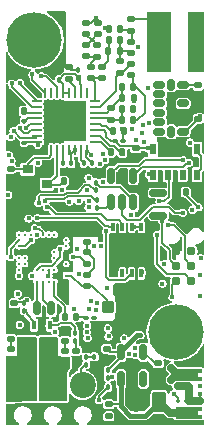
<source format=gbr>
%TF.GenerationSoftware,KiCad,Pcbnew,9.0.7*%
%TF.CreationDate,2026-02-19T22:00:42-05:00*%
%TF.ProjectId,OshEasyMini,4f736845-6173-4794-9d69-6e692e6b6963,rev?*%
%TF.SameCoordinates,Original*%
%TF.FileFunction,Copper,L6,Bot*%
%TF.FilePolarity,Positive*%
%FSLAX46Y46*%
G04 Gerber Fmt 4.6, Leading zero omitted, Abs format (unit mm)*
G04 Created by KiCad (PCBNEW 9.0.7) date 2026-02-19 22:00:42*
%MOMM*%
%LPD*%
G01*
G04 APERTURE LIST*
G04 Aperture macros list*
%AMRoundRect*
0 Rectangle with rounded corners*
0 $1 Rounding radius*
0 $2 $3 $4 $5 $6 $7 $8 $9 X,Y pos of 4 corners*
0 Add a 4 corners polygon primitive as box body*
4,1,4,$2,$3,$4,$5,$6,$7,$8,$9,$2,$3,0*
0 Add four circle primitives for the rounded corners*
1,1,$1+$1,$2,$3*
1,1,$1+$1,$4,$5*
1,1,$1+$1,$6,$7*
1,1,$1+$1,$8,$9*
0 Add four rect primitives between the rounded corners*
20,1,$1+$1,$2,$3,$4,$5,0*
20,1,$1+$1,$4,$5,$6,$7,0*
20,1,$1+$1,$6,$7,$8,$9,0*
20,1,$1+$1,$8,$9,$2,$3,0*%
%AMFreePoly0*
4,1,17,1.515000,0.170000,0.915000,0.170000,0.915000,-0.080000,1.515000,-0.080000,1.515000,-0.480000,0.915000,-0.480000,0.915000,-0.505000,-0.395000,-0.505000,-0.395000,-1.005000,-0.825000,-1.005000,-0.825000,-0.625000,-0.915000,-0.625000,-0.915000,0.505000,0.815000,0.505000,0.815000,0.570000,1.515000,0.570000,1.515000,0.170000,1.515000,0.170000,$1*%
%AMFreePoly1*
4,1,17,-0.395000,0.505000,0.915000,0.505000,0.915000,0.480000,1.515000,0.480000,1.515000,0.080000,0.915000,0.080000,0.915000,-0.170000,1.515000,-0.170000,1.515000,-0.570000,0.815000,-0.570000,0.815000,-0.505000,-0.915000,-0.505000,-0.915000,0.625000,-0.825000,0.625000,-0.825000,1.005000,-0.395000,1.005000,-0.395000,0.505000,-0.395000,0.505000,$1*%
%AMFreePoly2*
4,1,15,1.100000,0.175000,0.750000,0.175000,0.750000,-0.175000,1.100000,-0.175000,1.100000,-0.475000,0.750000,-0.475000,-0.750000,-0.475000,-1.100000,-0.475000,-1.100000,-0.175000,-0.750000,-0.175000,-0.750000,0.175000,-1.100000,0.175000,-1.100000,0.475000,1.100000,0.475000,1.100000,0.175000,1.100000,0.175000,$1*%
G04 Aperture macros list end*
%TA.AperFunction,ComponentPad*%
%ADD10RoundRect,0.249999X-0.850001X-0.850001X0.850001X-0.850001X0.850001X0.850001X-0.850001X0.850001X0*%
%TD*%
%TA.AperFunction,ComponentPad*%
%ADD11C,2.200000*%
%TD*%
%TA.AperFunction,ComponentPad*%
%ADD12RoundRect,0.250000X0.350000X0.625000X-0.350000X0.625000X-0.350000X-0.625000X0.350000X-0.625000X0*%
%TD*%
%TA.AperFunction,ComponentPad*%
%ADD13O,1.200000X1.750000*%
%TD*%
%TA.AperFunction,ComponentPad*%
%ADD14C,4.700000*%
%TD*%
%TA.AperFunction,SMDPad,CuDef*%
%ADD15RoundRect,0.140000X0.140000X0.170000X-0.140000X0.170000X-0.140000X-0.170000X0.140000X-0.170000X0*%
%TD*%
%TA.AperFunction,SMDPad,CuDef*%
%ADD16RoundRect,0.150000X0.150000X0.450000X-0.150000X0.450000X-0.150000X-0.450000X0.150000X-0.450000X0*%
%TD*%
%TA.AperFunction,SMDPad,CuDef*%
%ADD17RoundRect,0.100000X0.100000X-0.130000X0.100000X0.130000X-0.100000X0.130000X-0.100000X-0.130000X0*%
%TD*%
%TA.AperFunction,SMDPad,CuDef*%
%ADD18RoundRect,0.135000X-0.185000X0.135000X-0.185000X-0.135000X0.185000X-0.135000X0.185000X0.135000X0*%
%TD*%
%TA.AperFunction,SMDPad,CuDef*%
%ADD19RoundRect,0.135000X0.185000X-0.135000X0.185000X0.135000X-0.185000X0.135000X-0.185000X-0.135000X0*%
%TD*%
%TA.AperFunction,SMDPad,CuDef*%
%ADD20RoundRect,0.140000X0.170000X-0.140000X0.170000X0.140000X-0.170000X0.140000X-0.170000X-0.140000X0*%
%TD*%
%TA.AperFunction,SMDPad,CuDef*%
%ADD21R,0.550000X0.950000*%
%TD*%
%TA.AperFunction,SMDPad,CuDef*%
%ADD22RoundRect,0.140000X-0.140000X-0.170000X0.140000X-0.170000X0.140000X0.170000X-0.140000X0.170000X0*%
%TD*%
%TA.AperFunction,SMDPad,CuDef*%
%ADD23RoundRect,0.100000X-0.100000X0.130000X-0.100000X-0.130000X0.100000X-0.130000X0.100000X0.130000X0*%
%TD*%
%TA.AperFunction,SMDPad,CuDef*%
%ADD24RoundRect,0.147500X0.172500X-0.147500X0.172500X0.147500X-0.172500X0.147500X-0.172500X-0.147500X0*%
%TD*%
%TA.AperFunction,SMDPad,CuDef*%
%ADD25RoundRect,0.100000X-0.400000X0.400000X-0.400000X-0.400000X0.400000X-0.400000X0.400000X0.400000X0*%
%TD*%
%TA.AperFunction,SMDPad,CuDef*%
%ADD26RoundRect,0.105000X-0.995000X0.420000X-0.995000X-0.420000X0.995000X-0.420000X0.995000X0.420000X0*%
%TD*%
%TA.AperFunction,SMDPad,CuDef*%
%ADD27RoundRect,0.100000X0.130000X0.100000X-0.130000X0.100000X-0.130000X-0.100000X0.130000X-0.100000X0*%
%TD*%
%TA.AperFunction,SMDPad,CuDef*%
%ADD28RoundRect,0.140000X-0.170000X0.140000X-0.170000X-0.140000X0.170000X-0.140000X0.170000X0.140000X0*%
%TD*%
%TA.AperFunction,SMDPad,CuDef*%
%ADD29RoundRect,0.147500X0.147500X0.172500X-0.147500X0.172500X-0.147500X-0.172500X0.147500X-0.172500X0*%
%TD*%
%TA.AperFunction,SMDPad,CuDef*%
%ADD30RoundRect,0.147500X-0.147500X-0.172500X0.147500X-0.172500X0.147500X0.172500X-0.147500X0.172500X0*%
%TD*%
%TA.AperFunction,SMDPad,CuDef*%
%ADD31R,0.304800X0.762000*%
%TD*%
%TA.AperFunction,SMDPad,CuDef*%
%ADD32R,3.098800X2.387600*%
%TD*%
%TA.AperFunction,SMDPad,CuDef*%
%ADD33R,0.350000X0.760000*%
%TD*%
%TA.AperFunction,SMDPad,CuDef*%
%ADD34FreePoly0,270.000000*%
%TD*%
%TA.AperFunction,SMDPad,CuDef*%
%ADD35FreePoly1,270.000000*%
%TD*%
%TA.AperFunction,SMDPad,CuDef*%
%ADD36R,2.000000X5.080000*%
%TD*%
%TA.AperFunction,SMDPad,CuDef*%
%ADD37RoundRect,0.150000X-0.150000X0.512500X-0.150000X-0.512500X0.150000X-0.512500X0.150000X0.512500X0*%
%TD*%
%TA.AperFunction,SMDPad,CuDef*%
%ADD38FreePoly2,180.000000*%
%TD*%
%TA.AperFunction,SMDPad,CuDef*%
%ADD39RoundRect,0.075000X0.100000X0.075000X-0.100000X0.075000X-0.100000X-0.075000X0.100000X-0.075000X0*%
%TD*%
%TA.AperFunction,SMDPad,CuDef*%
%ADD40RoundRect,0.058750X0.376250X0.058750X-0.376250X0.058750X-0.376250X-0.058750X0.376250X-0.058750X0*%
%TD*%
%TA.AperFunction,SMDPad,CuDef*%
%ADD41RoundRect,0.150000X0.325000X0.150000X-0.325000X0.150000X-0.325000X-0.150000X0.325000X-0.150000X0*%
%TD*%
%TA.AperFunction,SMDPad,CuDef*%
%ADD42RoundRect,0.150000X0.150000X0.325000X-0.150000X0.325000X-0.150000X-0.325000X0.150000X-0.325000X0*%
%TD*%
%TA.AperFunction,SMDPad,CuDef*%
%ADD43RoundRect,0.150000X-0.587500X-0.150000X0.587500X-0.150000X0.587500X0.150000X-0.587500X0.150000X0*%
%TD*%
%TA.AperFunction,SMDPad,CuDef*%
%ADD44RoundRect,0.100000X-0.130000X-0.100000X0.130000X-0.100000X0.130000X0.100000X-0.130000X0.100000X0*%
%TD*%
%TA.AperFunction,BGAPad,CuDef*%
%ADD45C,0.270000*%
%TD*%
%TA.AperFunction,ConnectorPad*%
%ADD46C,0.787400*%
%TD*%
%TA.AperFunction,SMDPad,CuDef*%
%ADD47RoundRect,0.150000X0.150000X-0.512500X0.150000X0.512500X-0.150000X0.512500X-0.150000X-0.512500X0*%
%TD*%
%TA.AperFunction,SMDPad,CuDef*%
%ADD48R,0.900000X0.800000*%
%TD*%
%TA.AperFunction,SMDPad,CuDef*%
%ADD49R,1.400000X5.080000*%
%TD*%
%TA.AperFunction,SMDPad,CuDef*%
%ADD50RoundRect,0.062500X-0.375000X-0.062500X0.375000X-0.062500X0.375000X0.062500X-0.375000X0.062500X0*%
%TD*%
%TA.AperFunction,SMDPad,CuDef*%
%ADD51RoundRect,0.062500X-0.062500X-0.375000X0.062500X-0.375000X0.062500X0.375000X-0.062500X0.375000X0*%
%TD*%
%TA.AperFunction,HeatsinkPad*%
%ADD52R,3.450000X3.450000*%
%TD*%
%TA.AperFunction,SMDPad,CuDef*%
%ADD53FreePoly2,0.000000*%
%TD*%
%TA.AperFunction,SMDPad,CuDef*%
%ADD54RoundRect,0.075000X-0.100000X-0.075000X0.100000X-0.075000X0.100000X0.075000X-0.100000X0.075000X0*%
%TD*%
%TA.AperFunction,SMDPad,CuDef*%
%ADD55RoundRect,0.058750X-0.376250X-0.058750X0.376250X-0.058750X0.376250X0.058750X-0.376250X0.058750X0*%
%TD*%
%TA.AperFunction,ViaPad*%
%ADD56C,0.400000*%
%TD*%
%TA.AperFunction,Conductor*%
%ADD57C,0.156500*%
%TD*%
%TA.AperFunction,Conductor*%
%ADD58C,0.160000*%
%TD*%
%TA.AperFunction,Conductor*%
%ADD59C,0.100000*%
%TD*%
%TA.AperFunction,Conductor*%
%ADD60C,0.400000*%
%TD*%
%TA.AperFunction,Conductor*%
%ADD61C,0.640000*%
%TD*%
G04 APERTURE END LIST*
D10*
%TO.P,J4,1,Pin_1*%
%TO.N,/FET_B*%
X91620000Y-61850000D03*
D11*
%TO.P,J4,2,Pin_2*%
%TO.N,/FET_A*%
X94160000Y-61850000D03*
%TO.P,J4,3,Pin_3*%
%TO.N,V_LIPO*%
X96700000Y-61850000D03*
%TD*%
D12*
%TO.P,J6,1,Pin_1*%
%TO.N,V_CHARGE*%
X103180000Y-63250000D03*
D13*
%TO.P,J6,2,Pin_2*%
%TO.N,GND*%
X101180000Y-63250000D03*
%TD*%
D14*
%TO.P,H2,1,1*%
%TO.N,unconnected-(H2-Pad1)*%
X92600000Y-32600000D03*
%TD*%
%TO.P,H1,1,1*%
%TO.N,unconnected-(H1-Pad1)*%
X104600000Y-57350000D03*
%TD*%
D15*
%TO.P,C42,1*%
%TO.N,Net-(C42-Pad1)*%
X99859506Y-31680235D03*
%TO.P,C42,2*%
%TO.N,GND*%
X98899506Y-31680235D03*
%TD*%
D16*
%TO.P,Y2,1,1*%
%TO.N,Net-(U1-RTC_O)*%
X94030203Y-55357890D03*
%TO.P,Y2,2,2*%
%TO.N,Net-(U1-RTC_I)*%
X92830203Y-55357890D03*
%TD*%
D15*
%TO.P,C39,1*%
%TO.N,Net-(C39-Pad1)*%
X100995892Y-36580123D03*
%TO.P,C39,2*%
%TO.N,/LNA_P*%
X100035892Y-36580123D03*
%TD*%
D17*
%TO.P,R59,1*%
%TO.N,Net-(D4-A2)*%
X98840000Y-61220000D03*
%TO.P,R59,2*%
%TO.N,VBUS*%
X98840000Y-60580000D03*
%TD*%
%TO.P,R9,1*%
%TO.N,Net-(R9-Pad1)*%
X97950000Y-46825002D03*
%TO.P,R9,2*%
%TO.N,/USB_D-*%
X97950000Y-46185002D03*
%TD*%
D18*
%TO.P,R15,1*%
%TO.N,GND*%
X95190000Y-57070000D03*
%TO.P,R15,2*%
%TO.N,/SENSE_A*%
X95190000Y-58090000D03*
%TD*%
D19*
%TO.P,R54,1*%
%TO.N,Net-(U1-VCC_RF)*%
X97042106Y-51611254D03*
%TO.P,R54,2*%
%TO.N,Net-(C43-Pad1)*%
X97042106Y-50591256D03*
%TD*%
D15*
%TO.P,C41,1*%
%TO.N,Net-(C38-Pad2)*%
X99855291Y-32597834D03*
%TO.P,C41,2*%
%TO.N,Net-(C40-Pad1)*%
X98895291Y-32597834D03*
%TD*%
D20*
%TO.P,C7,1*%
%TO.N,GND*%
X106470391Y-37443131D03*
%TO.P,C7,2*%
%TO.N,+3V3*%
X106470391Y-36483131D03*
%TD*%
D21*
%TO.P,U4,1,VDD*%
%TO.N,+3V3*%
X102650000Y-41884904D03*
%TO.P,U4,2,PS*%
%TO.N,GND*%
X103900000Y-41884904D03*
%TO.P,U4,3,GND*%
X105150000Y-41884904D03*
%TO.P,U4,4,CSB*%
%TO.N,/CS_BARO*%
X106400000Y-41884904D03*
%TO.P,U4,5,CSB*%
X106400000Y-44034904D03*
%TO.P,U4,6,SDO*%
%TO.N,/MISO3*%
X105150000Y-44034904D03*
%TO.P,U4,7,SDI/SDA*%
%TO.N,/MOSI3*%
X103900000Y-44034904D03*
%TO.P,U4,8,SCLK*%
%TO.N,/SCK3*%
X102650000Y-44034904D03*
%TD*%
D22*
%TO.P,C27,1*%
%TO.N,Net-(U8-LPF1)*%
X99090000Y-42130000D03*
%TO.P,C27,2*%
%TO.N,Net-(U8-LPF0)*%
X100050000Y-42130000D03*
%TD*%
D23*
%TO.P,R4,1*%
%TO.N,/GATE_A*%
X96042992Y-57445294D03*
%TO.P,R4,2*%
%TO.N,/FIRE_A*%
X96042992Y-58085294D03*
%TD*%
D17*
%TO.P,C50,1*%
%TO.N,GND*%
X95030356Y-43724934D03*
%TO.P,C50,2*%
%TO.N,Net-(U8-DCPL_XOSC)*%
X95030356Y-43084934D03*
%TD*%
D24*
%TO.P,L2,1*%
%TO.N,/PA*%
X97408749Y-35862499D03*
%TO.P,L2,2*%
%TO.N,Net-(C31-Pad2)*%
X97408749Y-34892499D03*
%TD*%
D20*
%TO.P,C9,1*%
%TO.N,GND*%
X101200000Y-42760000D03*
%TO.P,C9,2*%
%TO.N,+3V3*%
X101200000Y-41800000D03*
%TD*%
D22*
%TO.P,C13,1*%
%TO.N,GND*%
X90750978Y-38660977D03*
%TO.P,C13,2*%
%TO.N,Net-(U8-DCPL)*%
X91710978Y-38660977D03*
%TD*%
D17*
%TO.P,C51,1*%
%TO.N,GND*%
X96790000Y-43700000D03*
%TO.P,C51,2*%
%TO.N,Net-(U8-DCPL_PFD_CHP)*%
X96790000Y-43060000D03*
%TD*%
D22*
%TO.P,C37,1*%
%TO.N,/LNA_N*%
X100006249Y-38462500D03*
%TO.P,C37,2*%
%TO.N,GND*%
X100966249Y-38462500D03*
%TD*%
D24*
%TO.P,L1,1*%
%TO.N,/LNA_N*%
X99106249Y-39362500D03*
%TO.P,L1,2*%
%TO.N,/LNA_P*%
X99106249Y-38392500D03*
%TD*%
D19*
%TO.P,R19,1*%
%TO.N,GND*%
X90900000Y-55937083D03*
%TO.P,R19,2*%
%TO.N,/FIRE_B*%
X90900000Y-54917085D03*
%TD*%
D25*
%TO.P,J5,1,In*%
%TO.N,Net-(J5-In)*%
X98826594Y-55270378D03*
D26*
%TO.P,J5,2,Ext*%
%TO.N,GND*%
X100326594Y-56745379D03*
D25*
X101826594Y-55270378D03*
D26*
X100326594Y-53795377D03*
%TD*%
D17*
%TO.P,R5,1*%
%TO.N,/GATE_B*%
X91737569Y-55548425D03*
%TO.P,R5,2*%
%TO.N,/FIRE_B*%
X91737569Y-54908425D03*
%TD*%
D27*
%TO.P,C49,1*%
%TO.N,GND*%
X100079899Y-41200000D03*
%TO.P,C49,2*%
%TO.N,+3V3*%
X99439899Y-41200000D03*
%TD*%
D28*
%TO.P,C36,1*%
%TO.N,GND*%
X97958005Y-31190767D03*
%TO.P,C36,2*%
%TO.N,+3V3*%
X97958005Y-32150767D03*
%TD*%
D29*
%TO.P,D6,1,K*%
%TO.N,Net-(D6-K)*%
X96136185Y-56071328D03*
%TO.P,D6,2,A*%
%TO.N,Net-(D6-A)*%
X95166185Y-56071328D03*
%TD*%
D30*
%TO.P,L6,1*%
%TO.N,Net-(C40-Pad1)*%
X98870408Y-33536292D03*
%TO.P,L6,2*%
%TO.N,Net-(C38-Pad2)*%
X99840408Y-33536292D03*
%TD*%
D18*
%TO.P,R12,1*%
%TO.N,GND*%
X95506249Y-34952501D03*
%TO.P,R12,2*%
%TO.N,Net-(U8-RBIAS)*%
X95506249Y-35972499D03*
%TD*%
D31*
%TO.P,U19,1,~{CS}*%
%TO.N,/CS_FLASH*%
X101650000Y-52387000D03*
%TO.P,U19,2,DO/IO_{1}*%
%TO.N,/MISO5*%
X100849900Y-52387000D03*
%TO.P,U19,3,~{WP}/IO_{2}*%
%TO.N,+3V3*%
X100049800Y-52387000D03*
%TO.P,U19,4,GND*%
%TO.N,GND*%
X99249700Y-52387000D03*
%TO.P,U19,5,DI/IO_{0}*%
%TO.N,/MOSI5*%
X99249700Y-48450000D03*
%TO.P,U19,6,CLK*%
%TO.N,/SCK5*%
X100049800Y-48450000D03*
%TO.P,U19,7,~{HOLD}/~{RESET}/IO_{3}*%
%TO.N,+3V3*%
X100849900Y-48450000D03*
%TO.P,U19,8,VCC*%
X101650000Y-48450000D03*
D32*
%TO.P,U19,9,EP*%
%TO.N,GND*%
X100449850Y-50418500D03*
%TD*%
D23*
%TO.P,C48,1*%
%TO.N,GND*%
X94677814Y-35353629D03*
%TO.P,C48,2*%
%TO.N,+3V3*%
X94677814Y-35993629D03*
%TD*%
D33*
%TO.P,U20,1,S*%
%TO.N,GND*%
X91943463Y-56783325D03*
%TO.P,U20,2,G*%
%TO.N,/GATE_B*%
X92593463Y-56783325D03*
%TO.P,U20,3,S*%
%TO.N,GND*%
X93243463Y-56783325D03*
%TO.P,U20,4,G*%
%TO.N,/GATE_A*%
X93893463Y-56783325D03*
D34*
%TO.P,U20,5,D*%
%TO.N,/FET_B*%
X92223463Y-58748325D03*
D35*
%TO.P,U20,6,D*%
%TO.N,/FET_A*%
X93613463Y-58748325D03*
%TD*%
D36*
%TO.P,J3,1,In*%
%TO.N,Net-(J3-In)*%
X103200000Y-32800000D03*
%TD*%
D28*
%TO.P,C31,1*%
%TO.N,+3V3*%
X97006249Y-33062500D03*
%TO.P,C31,2*%
%TO.N,Net-(C31-Pad2)*%
X97006249Y-34022500D03*
%TD*%
D37*
%TO.P,U2,1*%
%TO.N,Net-(J10-Pin_2)*%
X99087501Y-44112500D03*
%TO.P,U2,2*%
%TO.N,GND*%
X100037500Y-44112500D03*
%TO.P,U2,3*%
%TO.N,Net-(J10-Pin_1)*%
X100987499Y-44112500D03*
%TO.P,U2,4*%
%TO.N,Net-(R1-Pad1)*%
X100987499Y-46387500D03*
%TO.P,U2,5*%
%TO.N,VBUS*%
X100037500Y-46387500D03*
%TO.P,U2,6*%
%TO.N,Net-(R9-Pad1)*%
X99087501Y-46387500D03*
%TD*%
D23*
%TO.P,R1,1*%
%TO.N,Net-(R1-Pad1)*%
X97800000Y-44730000D03*
%TO.P,R1,2*%
%TO.N,/USB_D+*%
X97800000Y-45370000D03*
%TD*%
%TO.P,R46,1*%
%TO.N,/V_BATT*%
X96992341Y-59471811D03*
%TO.P,R46,2*%
%TO.N,V_LIPO*%
X96992341Y-60111811D03*
%TD*%
D19*
%TO.P,R21,1*%
%TO.N,Net-(U1-V_BCKP)*%
X98918131Y-64485309D03*
%TO.P,R21,2*%
%TO.N,V_CHARGE*%
X98918131Y-63465311D03*
%TD*%
D20*
%TO.P,C43,1*%
%TO.N,Net-(C43-Pad1)*%
X97068908Y-49720526D03*
%TO.P,C43,2*%
%TO.N,GND*%
X97068908Y-48760526D03*
%TD*%
D15*
%TO.P,C33,1*%
%TO.N,GND*%
X100191073Y-40368044D03*
%TO.P,C33,2*%
%TO.N,Net-(U8-DCPL_VCO)*%
X99231073Y-40368044D03*
%TD*%
D20*
%TO.P,C38,1*%
%TO.N,/TRX_SW*%
X99820660Y-35404096D03*
%TO.P,C38,2*%
%TO.N,Net-(C38-Pad2)*%
X99820660Y-34444096D03*
%TD*%
D38*
%TO.P,Q3,1,D*%
%TO.N,V_LIPO*%
X105683812Y-60973127D03*
D39*
%TO.P,Q3,3,G*%
%TO.N,Net-(Q2-D)*%
X106608812Y-61948127D03*
D40*
%TO.P,Q3,4,S*%
%TO.N,/MGSW_IN*%
X105643812Y-61948127D03*
D39*
X104758812Y-61948127D03*
%TD*%
D17*
%TO.P,C47,1*%
%TO.N,GND*%
X95737384Y-43713246D03*
%TO.P,C47,2*%
%TO.N,+3V3*%
X95737384Y-43073246D03*
%TD*%
D29*
%TO.P,L4,1*%
%TO.N,GND*%
X101026826Y-37522156D03*
%TO.P,L4,2*%
%TO.N,/LNA_P*%
X100056826Y-37522156D03*
%TD*%
D41*
%TO.P,U3,1,Vdd_I/O*%
%TO.N,+3V3*%
X105200000Y-36400000D03*
%TO.P,U3,2,GND*%
%TO.N,GND*%
X105200000Y-37200000D03*
%TO.P,U3,3,RES*%
%TO.N,unconnected-(U3-RES-Pad3)*%
X105200000Y-38000000D03*
%TO.P,U3,4,GND*%
%TO.N,GND*%
X105200000Y-38800000D03*
%TO.P,U3,5,GND*%
X105200000Y-39600000D03*
%TO.P,U3,6,Vs*%
%TO.N,+3V3*%
X105200000Y-40400000D03*
D42*
%TO.P,U3,7,~{CS}*%
%TO.N,/CS_ACCEL*%
X104200000Y-40400001D03*
D41*
%TO.P,U3,8,INT1*%
%TO.N,/AC_INT1*%
X103200000Y-40400000D03*
%TO.P,U3,9,INT2*%
%TO.N,/AC_INT2*%
X103200000Y-39600000D03*
%TO.P,U3,10,NC*%
%TO.N,unconnected-(U3-NC-Pad10)*%
X103200000Y-38800000D03*
%TO.P,U3,11,RES*%
%TO.N,unconnected-(U3-RES-Pad11)*%
X103200000Y-38000000D03*
%TO.P,U3,12,SDO/ADDR*%
%TO.N,/MISO0*%
X103200000Y-37200000D03*
%TO.P,U3,13,SDA/SDI/SDIO*%
%TO.N,/MOSI0*%
X103200000Y-36400000D03*
D42*
%TO.P,U3,14,SCL/SCLK*%
%TO.N,/SCK0*%
X104200000Y-36399999D03*
%TD*%
D24*
%TO.P,L7,1*%
%TO.N,Net-(C38-Pad2)*%
X100806249Y-33747500D03*
%TO.P,L7,2*%
%TO.N,Net-(C42-Pad1)*%
X100806249Y-32777500D03*
%TD*%
%TO.P,L5,1*%
%TO.N,Net-(C39-Pad1)*%
X100806249Y-35632500D03*
%TO.P,L5,2*%
%TO.N,/TRX_SW*%
X100806249Y-34662500D03*
%TD*%
D19*
%TO.P,R18,1*%
%TO.N,GND*%
X96163770Y-59957373D03*
%TO.P,R18,2*%
%TO.N,/FIRE_A*%
X96163770Y-58937375D03*
%TD*%
D43*
%TO.P,U6,1,~{RST}*%
%TO.N,/NRST*%
X103112500Y-47500000D03*
%TO.P,U6,2,VDD*%
%TO.N,+3V3*%
X103112500Y-45600000D03*
%TO.P,U6,3,VSS*%
%TO.N,GND*%
X104987501Y-46550000D03*
%TD*%
D23*
%TO.P,C29,1*%
%TO.N,GND*%
X96325350Y-35169319D03*
%TO.P,C29,2*%
%TO.N,+3V3*%
X96325350Y-35809319D03*
%TD*%
D18*
%TO.P,R16,1*%
%TO.N,GND*%
X90614999Y-56901009D03*
%TO.P,R16,2*%
%TO.N,/SENSE_B*%
X90614999Y-57921009D03*
%TD*%
D20*
%TO.P,C25,1*%
%TO.N,GND*%
X90600000Y-44500000D03*
%TO.P,C25,2*%
%TO.N,Net-(U8-XOSC_Q2)*%
X90600000Y-43540000D03*
%TD*%
D44*
%TO.P,R56,1*%
%TO.N,Net-(D6-K)*%
X97003630Y-56131971D03*
%TO.P,R56,2*%
%TO.N,GND*%
X97643630Y-56131971D03*
%TD*%
D28*
%TO.P,C8,1*%
%TO.N,GND*%
X106483237Y-38333973D03*
%TO.P,C8,2*%
%TO.N,+3V3*%
X106483237Y-39293973D03*
%TD*%
D17*
%TO.P,R47,1*%
%TO.N,GND*%
X97694626Y-60096616D03*
%TO.P,R47,2*%
%TO.N,/V_BATT*%
X97694626Y-59456616D03*
%TD*%
D15*
%TO.P,C26,1*%
%TO.N,GND*%
X96043070Y-44590231D03*
%TO.P,C26,2*%
%TO.N,Net-(U8-XOSC_Q1)*%
X95083070Y-44590231D03*
%TD*%
D45*
%TO.P,U1,A1,GND*%
%TO.N,GND*%
X91304541Y-53100000D03*
%TO.P,U1,A2,GND*%
X91804541Y-53100000D03*
%TO.P,U1,A3,GND*%
X92304541Y-53100000D03*
%TO.P,U1,A4,RTC_I*%
%TO.N,Net-(U1-RTC_I)*%
X92804541Y-53100000D03*
%TO.P,U1,A5,RTC_O*%
%TO.N,Net-(U1-RTC_O)*%
X93304541Y-53100001D03*
%TO.P,U1,A6,EXTINT*%
%TO.N,unconnected-(U1-EXTINT-PadA6)*%
X93804541Y-53100000D03*
%TO.P,U1,A7,TIMEPULSE*%
%TO.N,Net-(D6-A)*%
X94304541Y-53100000D03*
%TO.P,U1,A8,GND*%
%TO.N,GND*%
X94804541Y-53100000D03*
%TO.P,U1,A9,GND*%
X95304541Y-53100000D03*
%TO.P,U1,B1,VCC*%
%TO.N,+3V3*%
X91304541Y-52600000D03*
%TO.P,U1,B2,GND*%
%TO.N,GND*%
X91804541Y-52600000D03*
%TO.P,U1,B8,GND*%
X94804541Y-52600000D03*
%TO.P,U1,B9,RF_IN*%
%TO.N,Net-(J5-In)*%
X95304541Y-52600000D03*
%TO.P,U1,C1,Reserved*%
%TO.N,unconnected-(U1-Reserved-PadC1)*%
X91304541Y-52100000D03*
%TO.P,U1,C3,GND*%
%TO.N,GND*%
X92304541Y-52100000D03*
%TO.P,U1,C4,~{RESET}*%
%TO.N,/NRST*%
X92804541Y-52100000D03*
%TO.P,U1,C5,Reserved*%
%TO.N,unconnected-(U1-Reserved-PadC5)*%
X93304541Y-52100000D03*
%TO.P,U1,C6,VCC_RF*%
%TO.N,Net-(U1-VCC_RF)*%
X93804541Y-52100000D03*
%TO.P,U1,C7,~{SAFEBOOT}*%
%TO.N,unconnected-(U1-~{SAFEBOOT}-PadC7)*%
X94304541Y-52100000D03*
%TO.P,U1,C9,GND*%
%TO.N,GND*%
X95304541Y-52100000D03*
%TO.P,U1,D1,SDA*%
%TO.N,unconnected-(U1-SDA-PadD1)*%
X91304541Y-51600000D03*
%TO.P,U1,D2,Reserved*%
%TO.N,unconnected-(U1-Reserved-PadD2)*%
X91804541Y-51600000D03*
%TO.P,U1,D9,Reserved*%
%TO.N,unconnected-(U1-Reserved-PadD9)*%
X95304541Y-51600000D03*
%TO.P,U1,E1,SCL*%
%TO.N,unconnected-(U1-SCL-PadE1)*%
X91304540Y-51100000D03*
%TO.P,U1,E2,Reserved*%
%TO.N,unconnected-(U1-Reserved-PadE2)*%
X91804541Y-51100000D03*
%TO.P,U1,E3,GND*%
%TO.N,GND*%
X92304541Y-51100000D03*
%TO.P,U1,E4,GND*%
X92804542Y-51100000D03*
%TO.P,U1,E7,Reserved*%
%TO.N,unconnected-(U1-Reserved-PadE7)*%
X94304541Y-51100000D03*
%TO.P,U1,E9,GND*%
%TO.N,GND*%
X95304542Y-51100000D03*
%TO.P,U1,F1,GND*%
X91304541Y-50600000D03*
%TO.P,U1,F3,GND*%
X92304541Y-50600000D03*
%TO.P,U1,F4,GND*%
X92804541Y-50600000D03*
%TO.P,U1,F7,PIO6*%
%TO.N,unconnected-(U1-PIO6-PadF7)*%
X94304541Y-50600000D03*
%TO.P,U1,F9,Reserved*%
%TO.N,GND*%
X95304541Y-50600000D03*
%TO.P,U1,G1,TX*%
%TO.N,/RX1*%
X91304541Y-50100000D03*
%TO.P,U1,G3,GND*%
%TO.N,GND*%
X92304541Y-50100000D03*
%TO.P,U1,G4,GND*%
X92804541Y-50100000D03*
%TO.P,U1,G5,GND*%
X93304541Y-50100000D03*
%TO.P,U1,G6,GND*%
X93804541Y-50100000D03*
%TO.P,U1,G7,Reserved*%
X94304541Y-50100000D03*
%TO.P,U1,G9,Reserved*%
%TO.N,unconnected-(U1-Reserved-PadG9)*%
X95304541Y-50100000D03*
%TO.P,U1,H1,RX*%
%TO.N,/TX1*%
X91304541Y-49600000D03*
%TO.P,U1,H8,GND*%
%TO.N,GND*%
X94804541Y-49600000D03*
%TO.P,U1,H9,LNA_EN*%
%TO.N,unconnected-(U1-LNA_EN-PadH9)*%
X95304541Y-49600000D03*
%TO.P,U1,J1,Reserved*%
%TO.N,unconnected-(U1-Reserved-PadJ1)*%
X91304541Y-49100000D03*
%TO.P,U1,J2,Reserved*%
%TO.N,unconnected-(U1-Reserved-PadJ2)*%
X91804541Y-49100000D03*
%TO.P,U1,J3,Reserved*%
%TO.N,unconnected-(U1-Reserved-PadJ3)*%
X92304541Y-49100000D03*
%TO.P,U1,J4,V_IO*%
%TO.N,+3V3*%
X92804541Y-49100000D03*
%TO.P,U1,J5,V_BCKP*%
%TO.N,Net-(U1-V_BCKP)*%
X93304541Y-49099999D03*
%TO.P,U1,J6,VIO_SEL*%
%TO.N,unconnected-(U1-VIO_SEL-PadJ6)*%
X93804541Y-49100000D03*
%TO.P,U1,J7,Reserved*%
%TO.N,unconnected-(U1-Reserved-PadJ7)*%
X94304541Y-49100000D03*
%TO.P,U1,J8,GND*%
%TO.N,GND*%
X94804541Y-49100000D03*
%TO.P,U1,J9,GND*%
X95304541Y-49100000D03*
%TD*%
D46*
%TO.P,J1,1,VCC*%
%TO.N,+3V3*%
X104630000Y-53050000D03*
%TO.P,J1,2,SWDIO*%
%TO.N,/SWDIO*%
X105900000Y-53050000D03*
%TO.P,J1,3,~{RESET}*%
%TO.N,/NRST*%
X104630000Y-51780000D03*
%TO.P,J1,4,SWCLK*%
%TO.N,/SWCLK*%
X105900000Y-51780000D03*
%TO.P,J1,5,GND*%
%TO.N,GND*%
X104630000Y-50510000D03*
%TO.P,J1,6,SWO*%
%TO.N,unconnected-(J1-SWO-Pad6)*%
X105900000Y-50510000D03*
%TD*%
D47*
%TO.P,U17,1,STAT*%
%TO.N,Net-(D4-A1)*%
X101832500Y-61337500D03*
%TO.P,U17,2,V_{SS}*%
%TO.N,GND*%
X100882500Y-61337500D03*
%TO.P,U17,3,V_{BAT}*%
%TO.N,V_CHARGE*%
X99932500Y-61337500D03*
%TO.P,U17,4,V_{DD}*%
%TO.N,VBUS*%
X99932500Y-59062500D03*
%TO.P,U17,5,PROG*%
%TO.N,Net-(U17-PROG)*%
X101832500Y-59062500D03*
%TD*%
D44*
%TO.P,C32,1*%
%TO.N,GND*%
X91097455Y-41311201D03*
%TO.P,C32,2*%
%TO.N,+3V3*%
X91737455Y-41311201D03*
%TD*%
D23*
%TO.P,R52,1*%
%TO.N,Net-(D4-K1)*%
X98840000Y-62030000D03*
%TO.P,R52,2*%
%TO.N,GND*%
X98840000Y-62670000D03*
%TD*%
D48*
%TO.P,Y1,1,1*%
%TO.N,Net-(U8-XOSC_Q1)*%
X93675000Y-44825000D03*
%TO.P,Y1,2,2*%
%TO.N,GND*%
X92025000Y-44825000D03*
%TO.P,Y1,3,3*%
%TO.N,Net-(U8-XOSC_Q2)*%
X92025000Y-43575000D03*
%TO.P,Y1,4,4*%
%TO.N,GND*%
X93675000Y-43575000D03*
%TD*%
D28*
%TO.P,C35,1*%
%TO.N,GND*%
X97017289Y-31189490D03*
%TO.P,C35,2*%
%TO.N,+3V3*%
X97017289Y-32149490D03*
%TD*%
D24*
%TO.P,FB2,1*%
%TO.N,Net-(J5-In)*%
X97059974Y-53456571D03*
%TO.P,FB2,2*%
%TO.N,Net-(C43-Pad1)*%
X97059974Y-52486571D03*
%TD*%
%TO.P,L8,1*%
%TO.N,Net-(C42-Pad1)*%
X100795707Y-31851209D03*
%TO.P,L8,2*%
%TO.N,Net-(J3-In)*%
X100795707Y-30881209D03*
%TD*%
D19*
%TO.P,R13,1*%
%TO.N,/FET_A*%
X95187660Y-59947523D03*
%TO.P,R13,2*%
%TO.N,/SENSE_A*%
X95187660Y-58927523D03*
%TD*%
D49*
%TO.P,J3,1,In*%
%TO.N,Net-(J3-In)*%
X106300000Y-32800000D03*
%TD*%
D17*
%TO.P,C30,1*%
%TO.N,GND*%
X97514460Y-43690672D03*
%TO.P,C30,2*%
%TO.N,+3V3*%
X97514460Y-43050672D03*
%TD*%
D28*
%TO.P,C40,1*%
%TO.N,Net-(C40-Pad1)*%
X98334962Y-34909117D03*
%TO.P,C40,2*%
%TO.N,/PA*%
X98334962Y-35869117D03*
%TD*%
D30*
%TO.P,L3,1*%
%TO.N,/LNA_N*%
X100025425Y-39427157D03*
%TO.P,L3,2*%
%TO.N,Net-(C39-Pad1)*%
X100995425Y-39427157D03*
%TD*%
D44*
%TO.P,C34,1*%
%TO.N,GND*%
X91088777Y-39514107D03*
%TO.P,C34,2*%
%TO.N,+3V3*%
X91728777Y-39514107D03*
%TD*%
D15*
%TO.P,C10,1*%
%TO.N,GND*%
X106380000Y-45500000D03*
%TO.P,C10,2*%
%TO.N,+3V3*%
X105420000Y-45500000D03*
%TD*%
D19*
%TO.P,R37,1*%
%TO.N,GND*%
X103080000Y-61039998D03*
%TO.P,R37,2*%
%TO.N,Net-(U17-PROG)*%
X103080000Y-60020000D03*
%TD*%
D20*
%TO.P,C20,1*%
%TO.N,GND*%
X98720000Y-59750000D03*
%TO.P,C20,2*%
%TO.N,VBUS*%
X98720000Y-58790000D03*
%TD*%
D50*
%TO.P,U8,1,VDD_GUARD*%
%TO.N,+3V3*%
X92837500Y-41275000D03*
%TO.P,U8,2,~{RESET}*%
%TO.N,/NRST*%
X92837500Y-40775000D03*
%TO.P,U8,3,GPIO3*%
%TO.N,/RADIO_MARC_ISR*%
X92837500Y-40275000D03*
%TO.P,U8,4,GPIO2*%
%TO.N,/RADIO_INT*%
X92837500Y-39775000D03*
%TO.P,U8,5,DVDD*%
%TO.N,+3V3*%
X92837500Y-39275000D03*
%TO.P,U8,6,DCPL*%
%TO.N,Net-(U8-DCPL)*%
X92837500Y-38775000D03*
%TO.P,U8,7,SI*%
%TO.N,/MOSI5*%
X92837500Y-38275000D03*
%TO.P,U8,8,SCLK*%
%TO.N,/SCK5*%
X92837500Y-37775000D03*
D51*
%TO.P,U8,9,SO(GPIO1)*%
%TO.N,/MISO5*%
X93525000Y-37087500D03*
%TO.P,U8,10,GPIO0*%
%TO.N,unconnected-(U8-GPIO0-Pad10)*%
X94025000Y-37087500D03*
%TO.P,U8,11,~{CS}*%
%TO.N,/CS_RADIO*%
X94525000Y-37087500D03*
%TO.P,U8,12,DVDD*%
%TO.N,+3V3*%
X95025000Y-37087500D03*
%TO.P,U8,13,AVDD_IF*%
X95525000Y-37087500D03*
%TO.P,U8,14,RBIAS*%
%TO.N,Net-(U8-RBIAS)*%
X96025000Y-37087500D03*
%TO.P,U8,15,AVDD_RF*%
%TO.N,+3V3*%
X96525000Y-37087500D03*
%TO.P,U8,16*%
%TO.N,N/C*%
X97025000Y-37087500D03*
D50*
%TO.P,U8,17,PA*%
%TO.N,/PA*%
X97712500Y-37775000D03*
%TO.P,U8,18,TRX_SW*%
%TO.N,/TRX_SW*%
X97712500Y-38275000D03*
%TO.P,U8,19,LNA_P*%
%TO.N,/LNA_P*%
X97712500Y-38775000D03*
%TO.P,U8,20,LNA_N*%
%TO.N,/LNA_N*%
X97712500Y-39275000D03*
%TO.P,U8,21,DCPL_VCO*%
%TO.N,Net-(U8-DCPL_VCO)*%
X97712500Y-39775000D03*
%TO.P,U8,22,AVDD_SYNTH1*%
%TO.N,+3V3*%
X97712500Y-40275000D03*
%TO.P,U8,23,LPF0*%
%TO.N,Net-(U8-LPF0)*%
X97712500Y-40775000D03*
%TO.P,U8,24,LPF1*%
%TO.N,Net-(U8-LPF1)*%
X97712500Y-41275000D03*
D51*
%TO.P,U8,25,AVDD_PFD_CHP*%
%TO.N,+3V3*%
X97025000Y-41962500D03*
%TO.P,U8,26,DCPL_PFD_CHP*%
%TO.N,Net-(U8-DCPL_PFD_CHP)*%
X96525000Y-41962500D03*
%TO.P,U8,27,AVDD_SYNTH2*%
%TO.N,+3V3*%
X96025000Y-41962500D03*
%TO.P,U8,28,AVDD_XOSC*%
X95525000Y-41962500D03*
%TO.P,U8,29,DCPL_XOSC*%
%TO.N,Net-(U8-DCPL_XOSC)*%
X95025000Y-41962500D03*
%TO.P,U8,30,XOSC_Q1*%
%TO.N,Net-(U8-XOSC_Q1)*%
X94525000Y-41962500D03*
%TO.P,U8,31,XOSC_Q2*%
%TO.N,Net-(U8-XOSC_Q2)*%
X94025000Y-41962500D03*
%TO.P,U8,32,EXT_XOSC*%
%TO.N,GND*%
X93525000Y-41962500D03*
D52*
%TO.P,U8,33,GND_EP*%
X95275000Y-39525000D03*
%TD*%
D53*
%TO.P,Q1,1,D*%
%TO.N,V_CHARGE*%
X105680271Y-64200000D03*
D54*
%TO.P,Q1,3,G*%
%TO.N,Net-(Q1-G)*%
X104755271Y-63225000D03*
D55*
%TO.P,Q1,4,S*%
%TO.N,/MGSW_IN*%
X105720271Y-63225000D03*
D54*
X106605271Y-63225000D03*
%TD*%
D19*
%TO.P,R14,1*%
%TO.N,/FET_B*%
X90614999Y-59831009D03*
%TO.P,R14,2*%
%TO.N,/SENSE_B*%
X90614999Y-58811009D03*
%TD*%
D18*
%TO.P,R48,1*%
%TO.N,+3V3*%
X97946249Y-33012501D03*
%TO.P,R48,2*%
%TO.N,Net-(C31-Pad2)*%
X97946249Y-34032499D03*
%TD*%
D56*
%TO.N,GND*%
X104600000Y-50200000D03*
X90610352Y-48518702D03*
X100326594Y-56745379D03*
X106100000Y-47600000D03*
X102438025Y-46363215D03*
X101225000Y-42700000D03*
X92400000Y-54050000D03*
X97960000Y-64690000D03*
X103100000Y-61000000D03*
X90575000Y-56425000D03*
X104330476Y-38454400D03*
X106700000Y-50250000D03*
X96370000Y-52480000D03*
X91304541Y-53150003D03*
X95661513Y-46940187D03*
X96002985Y-55366247D03*
X92910000Y-63700000D03*
X90400000Y-44900000D03*
X91850000Y-54000000D03*
X97794486Y-30771352D03*
X92150000Y-57425000D03*
X95187660Y-57017523D03*
X100966249Y-38462500D03*
X91088777Y-39514107D03*
X97740611Y-60140829D03*
X100000000Y-40200000D03*
X92804541Y-50100000D03*
X96132299Y-60277290D03*
X94060574Y-38053181D03*
X95300000Y-63900000D03*
X103600000Y-50600000D03*
X96180000Y-50350000D03*
X93010000Y-42120000D03*
X96043070Y-44590231D03*
X94000000Y-35200000D03*
X98100000Y-58200000D03*
X93675000Y-43575000D03*
X97643630Y-56131971D03*
X94910000Y-54120000D03*
X90600000Y-41400000D03*
X94450000Y-56300000D03*
X100714507Y-55961513D03*
X94863261Y-52227954D03*
X92800000Y-51100000D03*
X98600000Y-31600000D03*
X94304541Y-50100000D03*
X94737297Y-53340027D03*
X106500000Y-37900000D03*
X90640000Y-47490000D03*
X106600000Y-59600000D03*
X91000000Y-35200000D03*
X99050000Y-62720000D03*
X101041826Y-37772156D03*
X95255169Y-50967719D03*
X106302829Y-43000000D03*
X99900000Y-49200000D03*
%TO.N,+3V3*%
X96018749Y-41962500D03*
X92900000Y-41500000D03*
X97800000Y-55500000D03*
X106470391Y-36483131D03*
X97400000Y-54750000D03*
X97430000Y-42340000D03*
X97900000Y-54900000D03*
X92120000Y-47740000D03*
X101000000Y-48450000D03*
X103112500Y-45600000D03*
X96414376Y-35765076D03*
X97446249Y-32622500D03*
X102200000Y-41800000D03*
X106600000Y-39100000D03*
X106500000Y-46800000D03*
X100000000Y-52400000D03*
X91728777Y-39514107D03*
X97228341Y-55395349D03*
X96360000Y-46250000D03*
X104300000Y-54400000D03*
X92804541Y-49100000D03*
X91304541Y-52600000D03*
%TO.N,/NRST*%
X94814559Y-50305877D03*
X103431000Y-47950000D03*
X90847399Y-40323378D03*
%TO.N,/RADIO_MARC_ISR*%
X98600000Y-42800000D03*
X91349997Y-40100000D03*
%TO.N,/RADIO_INT*%
X91900000Y-40100000D03*
X98142371Y-43105086D03*
%TO.N,/CS_RADIO*%
X93200000Y-35700000D03*
X101725675Y-40464347D03*
%TO.N,Net-(J3-In)*%
X105856124Y-31919948D03*
X105941802Y-33273649D03*
X106600000Y-34600000D03*
X106600000Y-32000000D03*
X105907531Y-34678756D03*
X106600000Y-33200000D03*
%TO.N,/CS_BARO*%
X97087500Y-45362500D03*
X106300000Y-44000000D03*
%TO.N,VBUS*%
X101580000Y-57630000D03*
X105160000Y-47250000D03*
%TO.N,V_LIPO*%
X100628594Y-59228025D03*
X97089994Y-56826929D03*
X101146466Y-59296567D03*
X101159159Y-58682229D03*
X97042505Y-57362147D03*
X98886855Y-57732299D03*
X104200000Y-60400000D03*
X97113586Y-57869864D03*
X104200000Y-61400000D03*
X98827504Y-57034923D03*
%TO.N,/MGSW_IN*%
X104758812Y-61948127D03*
X103606013Y-51606666D03*
X106600000Y-62600000D03*
%TO.N,/HALL_OUT*%
X103450000Y-53250000D03*
X98745969Y-53591937D03*
%TO.N,Net-(JP1-A)*%
X98230000Y-50090000D03*
X91200000Y-54110000D03*
%TO.N,Net-(D4-A2)*%
X100200000Y-57900000D03*
X106700000Y-51100000D03*
X99200000Y-61150000D03*
%TO.N,Net-(D4-A1)*%
X106640000Y-52540000D03*
X101800000Y-61100000D03*
%TO.N,Net-(D4-K1)*%
X98090000Y-63140000D03*
X106600000Y-54300000D03*
%TO.N,/SWDIO*%
X103000000Y-49100000D03*
%TO.N,/SWCLK*%
X97680096Y-50100376D03*
X103950000Y-48300000D03*
%TO.N,Net-(Q1-G)*%
X104400000Y-62600000D03*
%TO.N,Net-(Q2-D)*%
X92400000Y-52600000D03*
X106620000Y-61950000D03*
%TO.N,/SENSE_A*%
X100900000Y-40200000D03*
X95187660Y-58927523D03*
%TO.N,/SENSE_B*%
X90614999Y-58700000D03*
X102200000Y-36700000D03*
%TO.N,/FIRE_A*%
X96139926Y-58913531D03*
X90680900Y-42857354D03*
%TO.N,/GATE_A*%
X93893463Y-56783325D03*
%TO.N,/FIRE_B*%
X90437765Y-42364011D03*
X91950000Y-54675000D03*
%TO.N,/GATE_B*%
X91800000Y-55600000D03*
%TO.N,/CMP_RAIL*%
X94381052Y-57369669D03*
X91365000Y-56740000D03*
%TO.N,/V_BATT*%
X97669934Y-59483948D03*
X102333581Y-39666605D03*
%TO.N,/USB_D+*%
X92959998Y-46430002D03*
%TO.N,/USB_D-*%
X93483378Y-46260956D03*
%TO.N,/AC_INT1*%
X98400000Y-44650000D03*
X103100000Y-40500000D03*
%TO.N,/SCK0*%
X101848255Y-41235281D03*
X104200000Y-36399999D03*
X105784060Y-41314842D03*
%TO.N,/MISO0*%
X101207465Y-41107465D03*
X103000000Y-37100000D03*
%TO.N,/CS_ACCEL*%
X104200000Y-40400000D03*
X101800000Y-39800000D03*
%TO.N,/MOSI0*%
X103300000Y-36500000D03*
X98441173Y-42273429D03*
%TO.N,/AC_INT2*%
X97200000Y-44300000D03*
X103200000Y-39600000D03*
%TO.N,/SCK3*%
X94940000Y-45320000D03*
X102300000Y-44000000D03*
%TO.N,/MISO3*%
X92890000Y-43020000D03*
X105100000Y-44000000D03*
%TO.N,/MOSI3*%
X103200000Y-46300000D03*
X90400000Y-45750003D03*
%TO.N,/TX1*%
X90620000Y-51020000D03*
X97200000Y-46800000D03*
%TO.N,/RX1*%
X92299837Y-49592432D03*
X97200000Y-46250000D03*
%TO.N,/MISO5*%
X98680000Y-48820000D03*
X92440000Y-35520000D03*
%TO.N,/MOSI5*%
X90688727Y-36306236D03*
X92862983Y-47685922D03*
%TO.N,/SCK5*%
X93682060Y-46796135D03*
X91394998Y-36265002D03*
%TO.N,/CS_FLASH*%
X101700000Y-52300000D03*
X95574034Y-46315745D03*
%TO.N,/BUZZ*%
X101400000Y-33200000D03*
X90609651Y-40850082D03*
%TO.N,Net-(J10-Pin_2)*%
X105200000Y-42800000D03*
%TO.N,Net-(J10-Pin_1)*%
X105690776Y-43048276D03*
%TO.N,Net-(U1-V_BCKP)*%
X98918131Y-64485309D03*
X92634973Y-48576789D03*
X100771675Y-47427018D03*
X105989336Y-47004266D03*
%TO.N,Net-(U1-VCC_RF)*%
X93800000Y-52600000D03*
X95854545Y-51000000D03*
%TD*%
D57*
%TO.N,GND*%
X97376348Y-31189490D02*
X97794486Y-30771352D01*
D58*
X99000000Y-62670000D02*
X99050000Y-62720000D01*
X106470391Y-37443131D02*
X106470391Y-37870391D01*
X93518749Y-41275000D02*
X95268749Y-39525000D01*
X91097455Y-41311201D02*
X90688799Y-41311201D01*
X93694371Y-43681973D02*
X93294371Y-43681973D01*
X106483237Y-37916763D02*
X106500000Y-37900000D01*
X106483237Y-38333973D02*
X106483237Y-37916763D01*
X100079899Y-40479218D02*
X100191073Y-40368044D01*
X90688799Y-41311201D02*
X90600000Y-41400000D01*
X103080000Y-61039998D02*
X103080000Y-61020000D01*
X106470391Y-37870391D02*
X106500000Y-37900000D01*
X93518749Y-41962500D02*
X93518749Y-41275000D01*
X95348157Y-50643616D02*
X95304541Y-50600000D01*
X103080000Y-61020000D02*
X103100000Y-61000000D01*
X94677814Y-35353629D02*
X94153629Y-35353629D01*
X100168044Y-40368044D02*
X100000000Y-40200000D01*
X98840000Y-62670000D02*
X99000000Y-62670000D01*
X97755787Y-59955787D02*
X97800000Y-60000000D01*
D57*
X97017289Y-31189490D02*
X97376348Y-31189490D01*
D58*
X93294371Y-43681973D02*
X92044371Y-44931973D01*
X97754015Y-59955787D02*
X97755787Y-59955787D01*
X95723067Y-35169319D02*
X95506249Y-34952501D01*
D57*
X97958005Y-30934871D02*
X97794486Y-30771352D01*
D58*
X96325350Y-35169319D02*
X95723067Y-35169319D01*
D57*
X97958005Y-31190767D02*
X97958005Y-30934871D01*
D58*
X94153629Y-35353629D02*
X94000000Y-35200000D01*
X100191073Y-40368044D02*
X100168044Y-40368044D01*
X100079899Y-41200000D02*
X100079899Y-40479218D01*
%TO.N,+3V3*%
X106483237Y-39293973D02*
X106483237Y-39216763D01*
X98518749Y-40275000D02*
X98706825Y-40463076D01*
X101000000Y-41600000D02*
X101200000Y-41800000D01*
X101650000Y-48450000D02*
X101000000Y-48450000D01*
D57*
X97446249Y-32622500D02*
X97556249Y-32622500D01*
X97556249Y-32622500D02*
X97946249Y-33012500D01*
D58*
X91696037Y-39624462D02*
X92045499Y-39275000D01*
X106470391Y-36483131D02*
X105283131Y-36483131D01*
X105283131Y-36483131D02*
X105200000Y-36400000D01*
X98706825Y-40463076D02*
X98706825Y-40802757D01*
X105420000Y-45500000D02*
X105420000Y-45720000D01*
D57*
X97958005Y-32150767D02*
X97917982Y-32150768D01*
D58*
X104630000Y-53050000D02*
X104300000Y-53380000D01*
X95149944Y-35521499D02*
X94677814Y-35993629D01*
X92831249Y-41275000D02*
X91705203Y-41275000D01*
X96414376Y-35765076D02*
X96414376Y-35652977D01*
X96476249Y-36362499D02*
X96476249Y-35872500D01*
X106483237Y-39216763D02*
X106600000Y-39100000D01*
X95737384Y-42181135D02*
X95518749Y-41962500D01*
X97025000Y-41962500D02*
X97052500Y-41962500D01*
X101000000Y-48450000D02*
X100849900Y-48450000D01*
X99820000Y-41600000D02*
X101000000Y-41600000D01*
X106483237Y-39293973D02*
X105377210Y-40400000D01*
X91705203Y-41275000D02*
X91691180Y-41260977D01*
D57*
X97446249Y-32622500D02*
X97006249Y-33062500D01*
D58*
X92045499Y-39275000D02*
X92831249Y-39275000D01*
X105420000Y-45720000D02*
X106500000Y-46800000D01*
X99439899Y-41200000D02*
X99439899Y-41219899D01*
X102538365Y-41884904D02*
X102284904Y-41884904D01*
X102284904Y-41884904D02*
X102200000Y-41800000D01*
X99104068Y-41200000D02*
X98706825Y-40802757D01*
X97706249Y-40275000D02*
X98518749Y-40275000D01*
X96037530Y-35521499D02*
X95149944Y-35521499D01*
X95018749Y-36334564D02*
X94677814Y-35993629D01*
X99439899Y-41200000D02*
X99104068Y-41200000D01*
X101200000Y-41800000D02*
X102200000Y-41800000D01*
X97018749Y-42554961D02*
X97514460Y-43050672D01*
X99439899Y-41219899D02*
X99820000Y-41600000D01*
X95006248Y-37425000D02*
X95006248Y-36962500D01*
X105377210Y-40400000D02*
X105200000Y-40400000D01*
X97052500Y-41962500D02*
X97430000Y-42340000D01*
X96476248Y-36362500D02*
X96476249Y-36362499D01*
D57*
X97917982Y-32150768D02*
X97446249Y-32622500D01*
D58*
X96018749Y-41962500D02*
X95800114Y-42181135D01*
X95018749Y-37087500D02*
X95018749Y-36334564D01*
D57*
X97017289Y-32149489D02*
X97017289Y-32193540D01*
D58*
X100013000Y-52387000D02*
X100000000Y-52400000D01*
X100049800Y-52387000D02*
X100013000Y-52387000D01*
X104300000Y-53380000D02*
X104300000Y-54400000D01*
X95800114Y-42181135D02*
X95737384Y-42181135D01*
X97018749Y-41962500D02*
X97018749Y-42554961D01*
D57*
X97017289Y-32193540D02*
X97446249Y-32622500D01*
D58*
X92831249Y-41431249D02*
X92900000Y-41500000D01*
X103612500Y-45500000D02*
X103512500Y-45600000D01*
X95737384Y-42181135D02*
X95737384Y-43073246D01*
X102350000Y-41800000D02*
X102550000Y-42000000D01*
X96518748Y-36405000D02*
X96518749Y-37087500D01*
X96476248Y-36362500D02*
X96518748Y-36405000D01*
X92831249Y-41275000D02*
X92831249Y-41431249D01*
X96325350Y-35809319D02*
X96037530Y-35521499D01*
X103212500Y-45500000D02*
X103112500Y-45600000D01*
X95518749Y-37087500D02*
X95018749Y-37087500D01*
X102200000Y-41800000D02*
X102350000Y-41800000D01*
%TO.N,/NRST*%
X103431000Y-49781000D02*
X104055300Y-50405300D01*
X94814559Y-51036874D02*
X94107083Y-51744350D01*
X94107083Y-51744350D02*
X93160191Y-51744350D01*
X103700000Y-47500000D02*
X103112500Y-47500000D01*
X104630000Y-51780000D02*
X104200000Y-51350000D01*
X91424021Y-40900000D02*
X90847399Y-40323378D01*
X103431000Y-47950000D02*
X103431000Y-47818500D01*
X93160191Y-51744350D02*
X92804541Y-52100000D01*
X104055300Y-51205300D02*
X104200000Y-51350000D01*
X104055300Y-50405300D02*
X104055300Y-51205300D01*
X103450000Y-47750000D02*
X103700000Y-47500000D01*
X92481187Y-40775000D02*
X92831249Y-40775000D01*
X103431000Y-47818500D02*
X103112500Y-47500000D01*
X92831249Y-40775000D02*
X92706249Y-40900000D01*
X92706249Y-40900000D02*
X91424021Y-40900000D01*
X103431000Y-47950000D02*
X103431000Y-49781000D01*
X94814559Y-50305877D02*
X94814559Y-51036874D01*
%TO.N,Net-(U8-DCPL_VCO)*%
X97706249Y-39775000D02*
X98143748Y-39775000D01*
X98143748Y-39775000D02*
X98315748Y-39947000D01*
X98315748Y-39947000D02*
X98654611Y-39947000D01*
X99231073Y-40368044D02*
X99075655Y-40368044D01*
X99075655Y-40368044D02*
X98654611Y-39947000D01*
%TO.N,Net-(U8-LPF0)*%
X100106824Y-42336824D02*
X100189658Y-42336824D01*
X99000000Y-41600000D02*
X99370000Y-41600000D01*
X98175000Y-40775000D02*
X99000000Y-41600000D01*
X97706249Y-40775000D02*
X98175000Y-40775000D01*
X99370000Y-41600000D02*
X100106824Y-42336824D01*
%TO.N,Net-(U8-DCPL_PFD_CHP)*%
X96518749Y-42788749D02*
X96790000Y-43060000D01*
X96518749Y-41962500D02*
X96518749Y-42788749D01*
X96518748Y-41962500D02*
X96518749Y-42312562D01*
%TO.N,Net-(U8-XOSC_Q2)*%
X94025000Y-41962500D02*
X94025000Y-42399999D01*
X92025000Y-43165000D02*
X92025000Y-43575000D01*
X94018748Y-41962500D02*
X94018749Y-42399999D01*
X93839701Y-42585298D02*
X92604702Y-42585298D01*
X92604702Y-42585298D02*
X92025000Y-43165000D01*
X94018749Y-42246095D02*
X94018749Y-41962500D01*
X94025000Y-42399999D02*
X93839701Y-42585298D01*
X92025000Y-43575000D02*
X90635000Y-43575000D01*
X90635000Y-43575000D02*
X90600000Y-43540000D01*
%TO.N,Net-(U8-XOSC_Q1)*%
X93694371Y-44931973D02*
X94518749Y-44107595D01*
X94741328Y-44931973D02*
X95083070Y-44590231D01*
X93694371Y-44931973D02*
X94741328Y-44931973D01*
X94518749Y-44107595D02*
X94518749Y-41962500D01*
%TO.N,Net-(U8-LPF1)*%
X98245001Y-41275000D02*
X97706249Y-41275000D01*
X97706249Y-41275000D02*
X97985825Y-41275000D01*
X99230978Y-42260977D02*
X98245001Y-41275000D01*
D57*
%TO.N,Net-(C31-Pad2)*%
X97016249Y-34032500D02*
X97006249Y-34022500D01*
X97408749Y-34570001D02*
X97946249Y-34032500D01*
X97408748Y-34892500D02*
X97408749Y-34570001D01*
X97946249Y-34032500D02*
X97016249Y-34032500D01*
%TO.N,/PA*%
X97408749Y-35862500D02*
X98328346Y-35862500D01*
X97706249Y-36160000D02*
X97706249Y-37775000D01*
X98328346Y-35862500D02*
X98334962Y-35869116D01*
X97408749Y-35862500D02*
X97706249Y-36160000D01*
%TO.N,Net-(C38-Pad2)*%
X99840408Y-32612717D02*
X99855291Y-32597834D01*
X99820660Y-34444097D02*
X99820660Y-33556040D01*
X99840408Y-33536292D02*
X99840408Y-32612717D01*
X100595041Y-33536292D02*
X100806249Y-33747500D01*
X99840408Y-33536292D02*
X100595041Y-33536292D01*
X99820660Y-33556040D02*
X99840408Y-33536292D01*
D58*
%TO.N,Net-(U8-DCPL_XOSC)*%
X95018749Y-41962500D02*
X95018749Y-42399999D01*
X95030356Y-41974107D02*
X95018749Y-41962500D01*
X95030356Y-43084934D02*
X95030356Y-41974107D01*
D57*
%TO.N,/LNA_N*%
X100025425Y-39427156D02*
X100025425Y-38481676D01*
X99018749Y-39275000D02*
X99106249Y-39362500D01*
X100025425Y-38481676D02*
X100006249Y-38462500D01*
X97706249Y-39275000D02*
X99018749Y-39275000D01*
X99960769Y-39362499D02*
X100025425Y-39427156D01*
X99106249Y-39362500D02*
X99960769Y-39362499D01*
%TO.N,Net-(C39-Pad1)*%
X101941899Y-38775681D02*
X101941899Y-37344768D01*
X100995893Y-35822143D02*
X100806249Y-35632500D01*
X100995892Y-36580123D02*
X100995893Y-35822143D01*
X101290424Y-39427156D02*
X101941899Y-38775681D01*
X101941899Y-37344768D02*
X101177254Y-36580123D01*
X100995425Y-39427156D02*
X101290424Y-39427156D01*
X101177254Y-36580123D02*
X100995892Y-36580123D01*
%TO.N,/TRX_SW*%
X99480242Y-36926171D02*
X99480242Y-35744514D01*
X97706249Y-38275000D02*
X98131413Y-38275000D01*
X99480242Y-35744514D02*
X99820660Y-35404096D01*
X100064653Y-35404096D02*
X100806249Y-34662500D01*
X98131413Y-38275000D02*
X99480242Y-36926171D01*
X99820660Y-35404096D02*
X100064653Y-35404096D01*
%TO.N,Net-(C40-Pad1)*%
X98870408Y-34373669D02*
X98334962Y-34909115D01*
X98895291Y-33511409D02*
X98870408Y-33536292D01*
X98895291Y-32597834D02*
X98895291Y-33511409D01*
X98870408Y-33536292D02*
X98870408Y-34373669D01*
%TO.N,/LNA_P*%
X99106249Y-38392500D02*
X99976593Y-37522156D01*
X100056826Y-36601057D02*
X100035892Y-36580123D01*
X98723749Y-38775000D02*
X99106249Y-38392500D01*
X100056826Y-37522156D02*
X100056826Y-36601057D01*
X99976593Y-37522156D02*
X100056826Y-37522156D01*
X97706249Y-38775000D02*
X98723749Y-38775000D01*
D58*
%TO.N,/RADIO_MARC_ISR*%
X91721473Y-40531000D02*
X91349997Y-40159524D01*
X92831249Y-40275000D02*
X92334527Y-40275000D01*
X92493749Y-40275000D02*
X92831249Y-40275000D01*
X91349997Y-40159524D02*
X91349997Y-40100000D01*
X92078527Y-40531000D02*
X91721473Y-40531000D01*
X92334527Y-40275000D02*
X92078527Y-40531000D01*
%TO.N,/RADIO_INT*%
X92831249Y-39775000D02*
X92225000Y-39775000D01*
X92225000Y-39775000D02*
X91900000Y-40100000D01*
%TO.N,/CS_RADIO*%
X93568748Y-35700000D02*
X93200000Y-35700000D01*
X94518749Y-36650001D02*
X94518749Y-37087500D01*
X94518749Y-36650001D02*
X93568748Y-35700000D01*
%TO.N,Net-(U8-DCPL)*%
X91825001Y-38775000D02*
X91710978Y-38660977D01*
X92831249Y-38775000D02*
X91825001Y-38775000D01*
D57*
%TO.N,Net-(C42-Pad1)*%
X100906249Y-31762500D02*
X100906249Y-32677500D01*
X99941770Y-31762500D02*
X99859506Y-31680236D01*
X100906249Y-31762500D02*
X99941770Y-31762500D01*
X100906249Y-32677500D02*
X100806249Y-32777500D01*
%TO.N,Net-(C43-Pad1)*%
X97637756Y-51186906D02*
X97042106Y-50591256D01*
X97059974Y-52486571D02*
X97071277Y-52486571D01*
X97071277Y-52486571D02*
X97637756Y-51920092D01*
X97637756Y-51920092D02*
X97637756Y-51186906D01*
X97042106Y-49747328D02*
X97068908Y-49720526D01*
X97042106Y-50591256D02*
X97042106Y-49747328D01*
D58*
%TO.N,Net-(U8-RBIAS)*%
X96018749Y-37087499D02*
X96018749Y-36650001D01*
X96018749Y-36650001D02*
X95506249Y-36137501D01*
X95506249Y-36137501D02*
X95506249Y-35972500D01*
D59*
%TO.N,Net-(J3-In)*%
X105907531Y-34492469D02*
X106000000Y-34400000D01*
D60*
X103108791Y-30881209D02*
X103110000Y-30880000D01*
D59*
X106000000Y-34400000D02*
X106000000Y-32800000D01*
X105907531Y-34678756D02*
X105907531Y-34492469D01*
D57*
X100795707Y-30881209D02*
X103081209Y-30881209D01*
X103081209Y-30881209D02*
X103100000Y-30900000D01*
D58*
%TO.N,/CS_BARO*%
X106734477Y-43565523D02*
X106734477Y-42434477D01*
X106288365Y-41988365D02*
X106300000Y-42000000D01*
X106288365Y-44034904D02*
X106288365Y-44011635D01*
X106300000Y-44000000D02*
X106734477Y-43565523D01*
X106288365Y-44011635D02*
X106300000Y-44000000D01*
X106734477Y-42434477D02*
X106288365Y-41988365D01*
%TO.N,Net-(D6-A)*%
X95166185Y-56071328D02*
X95166185Y-55176762D01*
X94304541Y-54315118D02*
X94304541Y-53100000D01*
X95166185Y-55176762D02*
X94304541Y-54315118D01*
%TO.N,VBUS*%
X100470546Y-47870546D02*
X101520454Y-47870546D01*
X102620000Y-46771000D02*
X103998739Y-46771000D01*
X104477739Y-47250000D02*
X105160000Y-47250000D01*
D60*
X99932500Y-58970530D02*
X101273030Y-57630000D01*
D58*
X102395500Y-46995500D02*
X102620000Y-46771000D01*
X101520454Y-47870546D02*
X102395500Y-46995500D01*
D60*
X99932500Y-59062500D02*
X99932500Y-58970530D01*
D58*
X100037500Y-46387500D02*
X100037500Y-47437500D01*
X99932500Y-59062500D02*
X98992500Y-59062500D01*
X98992500Y-59062500D02*
X98720000Y-58790000D01*
X100037500Y-47437500D02*
X100470546Y-47870546D01*
X98840000Y-60580000D02*
X99932500Y-59487500D01*
X99932500Y-59487500D02*
X99932500Y-59062500D01*
X103998739Y-46771000D02*
X104477739Y-47250000D01*
D60*
X101273030Y-57630000D02*
X101580000Y-57630000D01*
%TO.N,V_CHARGE*%
X102004000Y-64426000D02*
X100706000Y-64426000D01*
D58*
X99745311Y-63465311D02*
X99932500Y-63652500D01*
D61*
X104130000Y-64200000D02*
X103180000Y-63250000D01*
X105525000Y-64200000D02*
X104130000Y-64200000D01*
D58*
X98871142Y-63465311D02*
X99745311Y-63465311D01*
D60*
X100706000Y-64426000D02*
X99932500Y-63652500D01*
X103180000Y-63250000D02*
X102004000Y-64426000D01*
X99932500Y-63652500D02*
X99932500Y-61337500D01*
D58*
%TO.N,V_LIPO*%
X97051730Y-59970982D02*
X96530000Y-60492712D01*
X96530000Y-60492712D02*
X96530000Y-61680000D01*
D61*
X104773127Y-60973127D02*
X104626873Y-60973127D01*
X104773127Y-60973127D02*
X104200000Y-60400000D01*
X105683812Y-60973127D02*
X104773127Y-60973127D01*
D58*
X96530000Y-61680000D02*
X96700000Y-61850000D01*
D61*
X104626873Y-60973127D02*
X104200000Y-61400000D01*
%TO.N,/MGSW_IN*%
X105720271Y-62024586D02*
X105643812Y-61948127D01*
X105720271Y-63225000D02*
X105720271Y-62024586D01*
X105643812Y-61948127D02*
X104758812Y-61948127D01*
X106605271Y-63225000D02*
X105720271Y-63225000D01*
D58*
X106600000Y-63219729D02*
X106605271Y-63225000D01*
X106600000Y-62600000D02*
X106600000Y-63219729D01*
%TO.N,Net-(D4-A2)*%
X99130000Y-61220000D02*
X98840000Y-61220000D01*
X99200000Y-61150000D02*
X99130000Y-61220000D01*
%TO.N,Net-(D4-A1)*%
X101832500Y-61337500D02*
X101832500Y-61132500D01*
X101832500Y-61132500D02*
X101800000Y-61100000D01*
%TO.N,Net-(D4-K1)*%
X98840000Y-62030000D02*
X98090000Y-62780000D01*
X98090000Y-62780000D02*
X98090000Y-63140000D01*
%TO.N,Net-(D6-K)*%
X96942987Y-56071328D02*
X97018120Y-56146461D01*
X96136185Y-56071328D02*
X96942987Y-56071328D01*
%TO.N,/SWDIO*%
X105325300Y-52475300D02*
X105900000Y-53050000D01*
X103000000Y-49100000D02*
X103000000Y-51610180D01*
X103865120Y-52475300D02*
X105325300Y-52475300D01*
X103000000Y-51610180D02*
X103865120Y-52475300D01*
%TO.N,/SWCLK*%
X104406854Y-48300000D02*
X103950000Y-48300000D01*
X105325300Y-49218446D02*
X104406854Y-48300000D01*
X105325300Y-51205300D02*
X105325300Y-49218446D01*
X105900000Y-51780000D02*
X105325300Y-51205300D01*
%TO.N,Net-(Q1-G)*%
X104755271Y-62955271D02*
X104400000Y-62600000D01*
X104755271Y-63225000D02*
X104755271Y-62955271D01*
%TO.N,Net-(Q2-D)*%
X106618127Y-61948127D02*
X106620000Y-61950000D01*
X106608812Y-61948127D02*
X106618127Y-61948127D01*
%TO.N,Net-(R1-Pad1)*%
X98151000Y-45081000D02*
X99865762Y-45081000D01*
X99865762Y-45081000D02*
X100987499Y-46202737D01*
X97800000Y-44730000D02*
X98151000Y-45081000D01*
X100987499Y-46202737D02*
X100987499Y-46387500D01*
%TO.N,/FET_A*%
X94812661Y-59947523D02*
X93613463Y-58748325D01*
X95187660Y-59947523D02*
X94812661Y-59947523D01*
%TO.N,/SENSE_A*%
X95187660Y-58927523D02*
X95187660Y-58900000D01*
X95187660Y-58037523D02*
X95187660Y-58927523D01*
%TO.N,/FET_B*%
X91140779Y-59831009D02*
X92223463Y-58748325D01*
X90614999Y-59831009D02*
X91140779Y-59831009D01*
%TO.N,/SENSE_B*%
X90614999Y-58811009D02*
X90614999Y-58700000D01*
X90614999Y-57921009D02*
X90614999Y-58700000D01*
%TO.N,/FIRE_A*%
X96139926Y-58057566D02*
X96139926Y-58913531D01*
X96163770Y-58937375D02*
X96139926Y-58913531D01*
%TO.N,/GATE_A*%
X96042992Y-57445294D02*
X96042992Y-56940634D01*
X94773004Y-56586523D02*
X95688881Y-56586523D01*
X94628527Y-56731000D02*
X94773004Y-56586523D01*
X93893463Y-56783325D02*
X93945788Y-56731000D01*
X96042992Y-56940634D02*
X95688881Y-56586523D01*
X93945788Y-56731000D02*
X94628527Y-56731000D01*
%TO.N,/FIRE_B*%
X91673644Y-54951356D02*
X91950000Y-54675000D01*
X91643268Y-54951356D02*
X91673644Y-54951356D01*
X90672895Y-54844482D02*
X90668324Y-54849053D01*
X91644741Y-54844482D02*
X90672895Y-54844482D01*
%TO.N,/GATE_B*%
X91941618Y-55741618D02*
X91800000Y-55600000D01*
X91941618Y-55864480D02*
X92593463Y-56516325D01*
X92593463Y-56516325D02*
X92593463Y-56783325D01*
X91941618Y-55864480D02*
X91941618Y-55741618D01*
%TO.N,Net-(U17-PROG)*%
X102790000Y-60020000D02*
X101832500Y-59062500D01*
X103080000Y-60020000D02*
X102790000Y-60020000D01*
%TO.N,/V_BATT*%
X97177364Y-59456616D02*
X97051730Y-59330982D01*
X97613186Y-59456616D02*
X97177364Y-59456616D01*
X97754015Y-59315787D02*
X97613186Y-59456616D01*
%TO.N,/USB_D+*%
X92959998Y-45930475D02*
X93109473Y-45781000D01*
X93109473Y-45781000D02*
X95103527Y-45781000D01*
X96270000Y-45550000D02*
X96888500Y-44931500D01*
X92959998Y-46430002D02*
X92959998Y-45930475D01*
X95103527Y-45781000D02*
X95334527Y-45550000D01*
X95334527Y-45550000D02*
X96270000Y-45550000D01*
X97704527Y-45370000D02*
X97266027Y-44931500D01*
X96888500Y-44931500D02*
X97266027Y-44931500D01*
X97800000Y-45370000D02*
X97704527Y-45370000D01*
%TO.N,/USB_D-*%
X97374653Y-45815126D02*
X97744529Y-46185002D01*
X93483378Y-46158675D02*
X93511053Y-46131000D01*
X95465126Y-45815126D02*
X97374653Y-45815126D01*
X93483378Y-46260956D02*
X93483378Y-46158675D01*
X95149252Y-46131000D02*
X95465126Y-45815126D01*
X93511053Y-46131000D02*
X95149252Y-46131000D01*
X97744529Y-46185002D02*
X97950000Y-46185002D01*
%TO.N,/AC_INT1*%
X103200000Y-40400000D02*
X103100000Y-40500000D01*
%TO.N,/MISO0*%
X103100000Y-37200000D02*
X103000000Y-37100000D01*
X103200000Y-37200000D02*
X103100000Y-37200000D01*
%TO.N,/CS_ACCEL*%
X104200000Y-40400001D02*
X104200000Y-40400000D01*
%TO.N,/MOSI0*%
X103200000Y-36400000D02*
X103300000Y-36500000D01*
%TO.N,/SCK3*%
X102334904Y-44034904D02*
X102538365Y-44034904D01*
X102300000Y-44000000D02*
X102615096Y-44000000D01*
X102300000Y-44000000D02*
X102334904Y-44034904D01*
X102615096Y-44000000D02*
X102650000Y-44034904D01*
%TO.N,/MISO3*%
X105065096Y-44034904D02*
X105100000Y-44000000D01*
X105038365Y-44034904D02*
X105065096Y-44034904D01*
%TO.N,/MOSI3*%
X103200000Y-46300000D02*
X103622262Y-46300000D01*
X103622262Y-46300000D02*
X104031000Y-45891262D01*
X104031000Y-44277539D02*
X103788365Y-44034904D01*
X104031000Y-45891262D02*
X104031000Y-44277539D01*
%TO.N,/TX1*%
X90620000Y-51020000D02*
X90620000Y-50284541D01*
X90620000Y-50284541D02*
X91304541Y-49600000D01*
%TO.N,/RX1*%
X91304541Y-50100000D02*
X91792269Y-50100000D01*
X91792269Y-50100000D02*
X92299837Y-49592432D01*
%TO.N,/MISO5*%
X98916300Y-52949000D02*
X98680000Y-52712700D01*
X100849900Y-52387000D02*
X100287900Y-52949000D01*
X92440000Y-35520000D02*
X92440000Y-36008751D01*
X98680000Y-48820000D02*
X98680000Y-49542000D01*
X100287900Y-52949000D02*
X98916300Y-52949000D01*
X98680000Y-52712700D02*
X98680000Y-49542000D01*
X92440000Y-36008751D02*
X93518749Y-37087500D01*
%TO.N,/MOSI5*%
X90688727Y-36306236D02*
X90688727Y-36569977D01*
X92393750Y-38275000D02*
X92831249Y-38275000D01*
X97905922Y-47685922D02*
X92862983Y-47685922D01*
X99249700Y-48450000D02*
X98919527Y-48450000D01*
X98609000Y-48389000D02*
X97905922Y-47685922D01*
X98858527Y-48389000D02*
X98609000Y-48389000D01*
X98919527Y-48450000D02*
X98858527Y-48389000D01*
X90688727Y-36569977D02*
X92393750Y-38275000D01*
%TO.N,/SCK5*%
X91394998Y-36338749D02*
X92831249Y-37775000D01*
X98744410Y-47888000D02*
X99748000Y-47888000D01*
X93682060Y-46796135D02*
X93816135Y-46796135D01*
X94410267Y-47390267D02*
X98246677Y-47390267D01*
X93816135Y-46796135D02*
X94410267Y-47390267D01*
X91394998Y-36265002D02*
X91394998Y-36338749D01*
X98246677Y-47390267D02*
X98744410Y-47888000D01*
X100049800Y-48189800D02*
X100049800Y-48450000D01*
X99748000Y-47888000D02*
X100049800Y-48189800D01*
%TO.N,/CS_FLASH*%
X101650000Y-52350000D02*
X101650000Y-52387000D01*
X101700000Y-52300000D02*
X101650000Y-52350000D01*
%TO.N,Net-(J10-Pin_2)*%
X101930889Y-42800000D02*
X101461889Y-43269000D01*
X101461889Y-43269000D02*
X99746238Y-43269000D01*
X105200000Y-42800000D02*
X101930889Y-42800000D01*
X99087501Y-43927737D02*
X99087501Y-44112500D01*
X99746238Y-43269000D02*
X99087501Y-43927737D01*
%TO.N,Net-(J10-Pin_1)*%
X105230623Y-43378904D02*
X101721095Y-43378904D01*
X101721095Y-43378904D02*
X100987499Y-44112500D01*
X105561251Y-43048276D02*
X105230623Y-43378904D01*
X105690776Y-43048276D02*
X105561251Y-43048276D01*
%TO.N,Net-(U1-V_BCKP)*%
X92634973Y-48576789D02*
X92664801Y-48606617D01*
X92664801Y-48606617D02*
X93002077Y-48606617D01*
X93304541Y-48909081D02*
X93304541Y-49099999D01*
X93002077Y-48606617D02*
X93304541Y-48909081D01*
D57*
%TO.N,Net-(U1-VCC_RF)*%
X93804541Y-52595459D02*
X93800000Y-52600000D01*
X95854545Y-51000000D02*
X96430852Y-51000000D01*
X93800000Y-52104541D02*
X93804541Y-52100000D01*
X93804541Y-52100000D02*
X93804541Y-52595459D01*
X96430852Y-51000000D02*
X97042106Y-51611254D01*
%TO.N,Net-(J5-In)*%
X97512786Y-53456571D02*
X97059974Y-53456571D01*
X97059974Y-53456571D02*
X96603189Y-53456571D01*
X95746618Y-52600000D02*
X95304541Y-52600000D01*
X97061441Y-53458038D02*
X97059974Y-53456571D01*
X96603189Y-53456571D02*
X95746618Y-52600000D01*
X98826594Y-54770379D02*
X97512786Y-53456571D01*
X98826594Y-55270378D02*
X98826594Y-54770379D01*
D58*
%TO.N,Net-(U1-RTC_O)*%
X93304541Y-53100001D02*
X93304541Y-54632228D01*
X93304541Y-54632228D02*
X94030203Y-55357890D01*
%TO.N,Net-(U1-RTC_I)*%
X92830203Y-55357890D02*
X92830203Y-53125662D01*
X92830203Y-53125662D02*
X92804541Y-53100000D01*
%TO.N,Net-(R9-Pad1)*%
X98649999Y-46825002D02*
X99087501Y-46387500D01*
X97950000Y-46825002D02*
X98649999Y-46825002D01*
%TD*%
%TA.AperFunction,Conductor*%
%TO.N,GND*%
G36*
X102202826Y-47618800D02*
G01*
X102224500Y-47671123D01*
X102224500Y-47694863D01*
X102227414Y-47719986D01*
X102227415Y-47719992D01*
X102243947Y-47757433D01*
X102272794Y-47822765D01*
X102352235Y-47902206D01*
X102455009Y-47947585D01*
X102480135Y-47950500D01*
X103011487Y-47950499D01*
X103063813Y-47972173D01*
X103082965Y-48005346D01*
X103104384Y-48085284D01*
X103104386Y-48085289D01*
X103150528Y-48165208D01*
X103150529Y-48165209D01*
X103150531Y-48165212D01*
X103178826Y-48193507D01*
X103200500Y-48245832D01*
X103200500Y-48694420D01*
X103178826Y-48746746D01*
X103126500Y-48768420D01*
X103107348Y-48765899D01*
X103046144Y-48749500D01*
X102953856Y-48749500D01*
X102953854Y-48749500D01*
X102864715Y-48773384D01*
X102864710Y-48773386D01*
X102784791Y-48819528D01*
X102719528Y-48884791D01*
X102673386Y-48964710D01*
X102673384Y-48964715D01*
X102649500Y-49053853D01*
X102649500Y-49146146D01*
X102673384Y-49235284D01*
X102673386Y-49235289D01*
X102719528Y-49315208D01*
X102719529Y-49315209D01*
X102719531Y-49315212D01*
X102747826Y-49343507D01*
X102769500Y-49395832D01*
X102769500Y-51558358D01*
X102769499Y-51558372D01*
X102769499Y-51656030D01*
X102787092Y-51698502D01*
X102804589Y-51740745D01*
X102804592Y-51740749D01*
X102879839Y-51815996D01*
X102879841Y-51815997D01*
X103665490Y-52601646D01*
X103665493Y-52601650D01*
X103734552Y-52670709D01*
X103734551Y-52670709D01*
X103794457Y-52695521D01*
X103794459Y-52695521D01*
X103807848Y-52701068D01*
X103819269Y-52705800D01*
X103819270Y-52705800D01*
X103819271Y-52705800D01*
X104072164Y-52705800D01*
X104124490Y-52727474D01*
X104146164Y-52779800D01*
X104136250Y-52816800D01*
X104122888Y-52839943D01*
X104122884Y-52839951D01*
X104085800Y-52978352D01*
X104085800Y-52978354D01*
X104085800Y-52978355D01*
X104085800Y-53121645D01*
X104091900Y-53144409D01*
X104107470Y-53202521D01*
X104104360Y-53249987D01*
X104098011Y-53265318D01*
X104098009Y-53265323D01*
X104069499Y-53334149D01*
X104069499Y-53434461D01*
X104069500Y-53434470D01*
X104069500Y-54104167D01*
X104047827Y-54156492D01*
X104019528Y-54184791D01*
X103973386Y-54264710D01*
X103973384Y-54264715D01*
X103949500Y-54353853D01*
X103949500Y-54446146D01*
X103973384Y-54535284D01*
X103973386Y-54535289D01*
X104019528Y-54615208D01*
X104019529Y-54615209D01*
X104019531Y-54615212D01*
X104084788Y-54680469D01*
X104084790Y-54680470D01*
X104084791Y-54680471D01*
X104145611Y-54715586D01*
X104164712Y-54726614D01*
X104197081Y-54735287D01*
X104242013Y-54769764D01*
X104249407Y-54825917D01*
X104214929Y-54870850D01*
X104186220Y-54880299D01*
X104180494Y-54880944D01*
X104180486Y-54880945D01*
X103906690Y-54943437D01*
X103906674Y-54943442D01*
X103641592Y-55036198D01*
X103388559Y-55158052D01*
X103150751Y-55307477D01*
X102931175Y-55482583D01*
X102732583Y-55681175D01*
X102557477Y-55900751D01*
X102408052Y-56138559D01*
X102286198Y-56391592D01*
X102193442Y-56656674D01*
X102193437Y-56656690D01*
X102130945Y-56930486D01*
X102130945Y-56930487D01*
X102118365Y-57042141D01*
X102099500Y-57209575D01*
X102099500Y-57490425D01*
X102113036Y-57610561D01*
X102130945Y-57769512D01*
X102130945Y-57769513D01*
X102193437Y-58043309D01*
X102193444Y-58043331D01*
X102249375Y-58203174D01*
X102246200Y-58259722D01*
X102203968Y-58297461D01*
X102149638Y-58295309D01*
X102086934Y-58267623D01*
X102052491Y-58252415D01*
X102052490Y-58252414D01*
X102052488Y-58252414D01*
X102031159Y-58249940D01*
X102027365Y-58249500D01*
X102027364Y-58249500D01*
X101637636Y-58249500D01*
X101612513Y-58252414D01*
X101612507Y-58252415D01*
X101509734Y-58297794D01*
X101434428Y-58373101D01*
X101382102Y-58394775D01*
X101345102Y-58384861D01*
X101294448Y-58355615D01*
X101294443Y-58355613D01*
X101220017Y-58335671D01*
X101175084Y-58301193D01*
X101167692Y-58245040D01*
X101186844Y-58211867D01*
X101248377Y-58150335D01*
X101396538Y-58002174D01*
X101448864Y-57980500D01*
X101626146Y-57980500D01*
X101626146Y-57980499D01*
X101715288Y-57956614D01*
X101795212Y-57910469D01*
X101860469Y-57845212D01*
X101906614Y-57765288D01*
X101930499Y-57676146D01*
X101930500Y-57676146D01*
X101930500Y-57583854D01*
X101930499Y-57583853D01*
X101927694Y-57573386D01*
X101912609Y-57517087D01*
X101906615Y-57494715D01*
X101906613Y-57494710D01*
X101860471Y-57414791D01*
X101860470Y-57414790D01*
X101860469Y-57414788D01*
X101795212Y-57349531D01*
X101795209Y-57349529D01*
X101795208Y-57349528D01*
X101715289Y-57303386D01*
X101715284Y-57303384D01*
X101626146Y-57279500D01*
X101626144Y-57279500D01*
X101226886Y-57279500D01*
X101226884Y-57279500D01*
X101137745Y-57303384D01*
X101137740Y-57303386D01*
X101057817Y-57349530D01*
X100637273Y-57770074D01*
X100584947Y-57791748D01*
X100532621Y-57770074D01*
X100520861Y-57754748D01*
X100514150Y-57743125D01*
X100481796Y-57687086D01*
X100480471Y-57684791D01*
X100480470Y-57684790D01*
X100480469Y-57684788D01*
X100415212Y-57619531D01*
X100415209Y-57619529D01*
X100415208Y-57619528D01*
X100335289Y-57573386D01*
X100335284Y-57573384D01*
X100246146Y-57549500D01*
X100246144Y-57549500D01*
X100153856Y-57549500D01*
X100153854Y-57549500D01*
X100064715Y-57573384D01*
X100064710Y-57573386D01*
X99984791Y-57619528D01*
X99919528Y-57684791D01*
X99873386Y-57764710D01*
X99873384Y-57764715D01*
X99849500Y-57853853D01*
X99849500Y-57946146D01*
X99873384Y-58035284D01*
X99873386Y-58035289D01*
X99919528Y-58115208D01*
X99919529Y-58115209D01*
X99919531Y-58115212D01*
X99927494Y-58123175D01*
X99949168Y-58175500D01*
X99927494Y-58227826D01*
X99875169Y-58249500D01*
X99737636Y-58249500D01*
X99712513Y-58252414D01*
X99712507Y-58252415D01*
X99609734Y-58297794D01*
X99530294Y-58377234D01*
X99484914Y-58480011D01*
X99482000Y-58505135D01*
X99482000Y-58758000D01*
X99460326Y-58810326D01*
X99408000Y-58832000D01*
X99254500Y-58832000D01*
X99202174Y-58810326D01*
X99180500Y-58758000D01*
X99180499Y-58606627D01*
X99177682Y-58582340D01*
X99177682Y-58582338D01*
X99133813Y-58482984D01*
X99057016Y-58406187D01*
X98957662Y-58362318D01*
X98957663Y-58362318D01*
X98952804Y-58361754D01*
X98933373Y-58359500D01*
X98933369Y-58359500D01*
X98506627Y-58359500D01*
X98482340Y-58362317D01*
X98382983Y-58406187D01*
X98306187Y-58482983D01*
X98262318Y-58582337D01*
X98259500Y-58606630D01*
X98259500Y-58973372D01*
X98262317Y-58997659D01*
X98262317Y-58997661D01*
X98262318Y-58997662D01*
X98306187Y-59097016D01*
X98382984Y-59173813D01*
X98482338Y-59217682D01*
X98506627Y-59220500D01*
X98793870Y-59220499D01*
X98831431Y-59230740D01*
X98839540Y-59235517D01*
X98861932Y-59257909D01*
X98909742Y-59277712D01*
X98914530Y-59279695D01*
X98914533Y-59279697D01*
X98932532Y-59287152D01*
X98946650Y-59293000D01*
X98946651Y-59293000D01*
X99408001Y-59293000D01*
X99460327Y-59314674D01*
X99482000Y-59366999D01*
X99482000Y-59478111D01*
X99482000Y-59581370D01*
X99460326Y-59633696D01*
X98916198Y-60177826D01*
X98863872Y-60199500D01*
X98715326Y-60199500D01*
X98666615Y-60209189D01*
X98642259Y-60214034D01*
X98559399Y-60269398D01*
X98559398Y-60269399D01*
X98504034Y-60352259D01*
X98501806Y-60363459D01*
X98489500Y-60425326D01*
X98489500Y-60734674D01*
X98493546Y-60755013D01*
X98504034Y-60807741D01*
X98538209Y-60858889D01*
X98549258Y-60914438D01*
X98538209Y-60941111D01*
X98504034Y-60992258D01*
X98489500Y-61065327D01*
X98489500Y-61374672D01*
X98504034Y-61447740D01*
X98559398Y-61530600D01*
X98559399Y-61530601D01*
X98608593Y-61563471D01*
X98640059Y-61610563D01*
X98629010Y-61666112D01*
X98608593Y-61686529D01*
X98559399Y-61719398D01*
X98559398Y-61719399D01*
X98504034Y-61802259D01*
X98489500Y-61875327D01*
X98489500Y-62023871D01*
X98467826Y-62076197D01*
X97894591Y-62649431D01*
X97884208Y-62674499D01*
X97859499Y-62734149D01*
X97859499Y-62834461D01*
X97859500Y-62834470D01*
X97859500Y-62844167D01*
X97837827Y-62896492D01*
X97809528Y-62924791D01*
X97763386Y-63004710D01*
X97763384Y-63004715D01*
X97739500Y-63093853D01*
X97739500Y-63186146D01*
X97763384Y-63275284D01*
X97763386Y-63275289D01*
X97809528Y-63355208D01*
X97809529Y-63355209D01*
X97809531Y-63355212D01*
X97874788Y-63420469D01*
X97874790Y-63420470D01*
X97874791Y-63420471D01*
X97930358Y-63452553D01*
X97954712Y-63466614D01*
X97954713Y-63466614D01*
X97954715Y-63466615D01*
X97981609Y-63473821D01*
X98043853Y-63490499D01*
X98043854Y-63490500D01*
X98043856Y-63490500D01*
X98136146Y-63490500D01*
X98136146Y-63490499D01*
X98225288Y-63466614D01*
X98305212Y-63420469D01*
X98321307Y-63404373D01*
X98373629Y-63382700D01*
X98425956Y-63404373D01*
X98447631Y-63456698D01*
X98447631Y-63642933D01*
X98450400Y-63666806D01*
X98450400Y-63666808D01*
X98450401Y-63666809D01*
X98493515Y-63764452D01*
X98568990Y-63839927D01*
X98666633Y-63883041D01*
X98690508Y-63885811D01*
X99145753Y-63885810D01*
X99169629Y-63883041D01*
X99267272Y-63839927D01*
X99342747Y-63764452D01*
X99353578Y-63739920D01*
X99363628Y-63730323D01*
X99368947Y-63717485D01*
X99383302Y-63711538D01*
X99394541Y-63700808D01*
X99421273Y-63695811D01*
X99524459Y-63695811D01*
X99576785Y-63717485D01*
X99595936Y-63750656D01*
X99599633Y-63764452D01*
X99604210Y-63781536D01*
X99605886Y-63787789D01*
X99635987Y-63839925D01*
X99652030Y-63867712D01*
X100490788Y-64706470D01*
X100570712Y-64752614D01*
X100570713Y-64752614D01*
X100570715Y-64752615D01*
X100615284Y-64764557D01*
X100659853Y-64776499D01*
X100659854Y-64776500D01*
X100659856Y-64776500D01*
X102050146Y-64776500D01*
X102050146Y-64776499D01*
X102139288Y-64752614D01*
X102219212Y-64706470D01*
X102643797Y-64281883D01*
X102696122Y-64260210D01*
X102707691Y-64261120D01*
X102798481Y-64275500D01*
X103509460Y-64275499D01*
X103561786Y-64297173D01*
X103750917Y-64486304D01*
X103750922Y-64486310D01*
X103753506Y-64488894D01*
X103841106Y-64576494D01*
X103897265Y-64608917D01*
X103948396Y-64638437D01*
X104032506Y-64660974D01*
X104068054Y-64670499D01*
X104068055Y-64670500D01*
X104068057Y-64670500D01*
X104068058Y-64670500D01*
X104191943Y-64670500D01*
X104366783Y-64670500D01*
X104419109Y-64692174D01*
X104438260Y-64725345D01*
X104445604Y-64752750D01*
X104502521Y-64809667D01*
X104580268Y-64830499D01*
X104580269Y-64830500D01*
X104580271Y-64830500D01*
X106780273Y-64830500D01*
X106780273Y-64830499D01*
X106858021Y-64809667D01*
X106873174Y-64794514D01*
X106925500Y-64772840D01*
X106977826Y-64794514D01*
X106999500Y-64846840D01*
X106999500Y-65125500D01*
X106977826Y-65177826D01*
X106925500Y-65199500D01*
X97078867Y-65199500D01*
X97026541Y-65177826D01*
X97004867Y-65125500D01*
X97026541Y-65073174D01*
X97050549Y-65057133D01*
X97052641Y-65056265D01*
X97055495Y-65055084D01*
X97178416Y-64972951D01*
X97282951Y-64868416D01*
X97365084Y-64745495D01*
X97421658Y-64608913D01*
X97450500Y-64463918D01*
X97450500Y-64316082D01*
X97448830Y-64307689D01*
X98447631Y-64307689D01*
X98447631Y-64662931D01*
X98450400Y-64686804D01*
X98450400Y-64686806D01*
X98450401Y-64686807D01*
X98493515Y-64784450D01*
X98568990Y-64859925D01*
X98666633Y-64903039D01*
X98690508Y-64905809D01*
X99145753Y-64905808D01*
X99169629Y-64903039D01*
X99267272Y-64859925D01*
X99342747Y-64784450D01*
X99385861Y-64686807D01*
X99388631Y-64662932D01*
X99388630Y-64307687D01*
X99385861Y-64283811D01*
X99342747Y-64186168D01*
X99267272Y-64110693D01*
X99169629Y-64067579D01*
X99145754Y-64064809D01*
X99145750Y-64064809D01*
X98690508Y-64064809D01*
X98666635Y-64067578D01*
X98568989Y-64110693D01*
X98493516Y-64186166D01*
X98450401Y-64283810D01*
X98447631Y-64307689D01*
X97448830Y-64307689D01*
X97421658Y-64171087D01*
X97365084Y-64034505D01*
X97282951Y-63911584D01*
X97178416Y-63807049D01*
X97149592Y-63787789D01*
X97055494Y-63724915D01*
X96918917Y-63668343D01*
X96918907Y-63668340D01*
X96812874Y-63647249D01*
X96773918Y-63639500D01*
X96626082Y-63639500D01*
X96587126Y-63647249D01*
X96481092Y-63668340D01*
X96481082Y-63668343D01*
X96344505Y-63724915D01*
X96221584Y-63807048D01*
X96221583Y-63807050D01*
X96117050Y-63911583D01*
X96117048Y-63911584D01*
X96034915Y-64034505D01*
X95978343Y-64171082D01*
X95978340Y-64171092D01*
X95949500Y-64316083D01*
X95949500Y-64463916D01*
X95978340Y-64608907D01*
X95978343Y-64608917D01*
X96034915Y-64745494D01*
X96117048Y-64868415D01*
X96221584Y-64972951D01*
X96344505Y-65055084D01*
X96349451Y-65057133D01*
X96389500Y-65097181D01*
X96389500Y-65153818D01*
X96349452Y-65193867D01*
X96321133Y-65199500D01*
X94538867Y-65199500D01*
X94486541Y-65177826D01*
X94464867Y-65125500D01*
X94486541Y-65073174D01*
X94510549Y-65057133D01*
X94512641Y-65056265D01*
X94515495Y-65055084D01*
X94638416Y-64972951D01*
X94742951Y-64868416D01*
X94825084Y-64745495D01*
X94881658Y-64608913D01*
X94910500Y-64463918D01*
X94910500Y-64316082D01*
X94881658Y-64171087D01*
X94825084Y-64034505D01*
X94742951Y-63911584D01*
X94638416Y-63807049D01*
X94609592Y-63787789D01*
X94515494Y-63724915D01*
X94378917Y-63668343D01*
X94378907Y-63668340D01*
X94272874Y-63647249D01*
X94233918Y-63639500D01*
X94086082Y-63639500D01*
X94047126Y-63647249D01*
X93941092Y-63668340D01*
X93941082Y-63668343D01*
X93804505Y-63724915D01*
X93681584Y-63807048D01*
X93681583Y-63807050D01*
X93577050Y-63911583D01*
X93577048Y-63911584D01*
X93494915Y-64034505D01*
X93438343Y-64171082D01*
X93438340Y-64171092D01*
X93409500Y-64316083D01*
X93409500Y-64463916D01*
X93438340Y-64608907D01*
X93438343Y-64608917D01*
X93494915Y-64745494D01*
X93577048Y-64868415D01*
X93681584Y-64972951D01*
X93804505Y-65055084D01*
X93809451Y-65057133D01*
X93849500Y-65097181D01*
X93849500Y-65153818D01*
X93809452Y-65193867D01*
X93781133Y-65199500D01*
X91998867Y-65199500D01*
X91946541Y-65177826D01*
X91924867Y-65125500D01*
X91946541Y-65073174D01*
X91970549Y-65057133D01*
X91972641Y-65056265D01*
X91975495Y-65055084D01*
X92098416Y-64972951D01*
X92202951Y-64868416D01*
X92285084Y-64745495D01*
X92341658Y-64608913D01*
X92370500Y-64463918D01*
X92370500Y-64316082D01*
X92341658Y-64171087D01*
X92285084Y-64034505D01*
X92202951Y-63911584D01*
X92098416Y-63807049D01*
X92069592Y-63787789D01*
X91975494Y-63724915D01*
X91838917Y-63668343D01*
X91838907Y-63668340D01*
X91732874Y-63647249D01*
X91693918Y-63639500D01*
X91546082Y-63639500D01*
X91507126Y-63647249D01*
X91401092Y-63668340D01*
X91401082Y-63668343D01*
X91264505Y-63724915D01*
X91141584Y-63807048D01*
X91141583Y-63807050D01*
X91037050Y-63911583D01*
X91037048Y-63911584D01*
X90954915Y-64034505D01*
X90898343Y-64171082D01*
X90898340Y-64171092D01*
X90869500Y-64316083D01*
X90869500Y-64463916D01*
X90898340Y-64608907D01*
X90898343Y-64608917D01*
X90954915Y-64745494D01*
X91037048Y-64868415D01*
X91141584Y-64972951D01*
X91264505Y-65055084D01*
X91269451Y-65057133D01*
X91309500Y-65097181D01*
X91309500Y-65153818D01*
X91269452Y-65193867D01*
X91241133Y-65199500D01*
X90274500Y-65199500D01*
X90222174Y-65177826D01*
X90200500Y-65125500D01*
X90200500Y-63526147D01*
X90222174Y-63473821D01*
X90274500Y-63452147D01*
X90279302Y-63452532D01*
X90279315Y-63452330D01*
X90282934Y-63452552D01*
X90282936Y-63452553D01*
X90282937Y-63452552D01*
X90282939Y-63452553D01*
X91592717Y-63404373D01*
X92752899Y-63361696D01*
X92809321Y-63348846D01*
X92858927Y-63327222D01*
X92864405Y-63323991D01*
X92920484Y-63316076D01*
X92931468Y-63320567D01*
X92931649Y-63320133D01*
X92967812Y-63335112D01*
X92988456Y-63343663D01*
X93047963Y-63355500D01*
X93047965Y-63355500D01*
X95325998Y-63355500D01*
X95326000Y-63355500D01*
X95385507Y-63343663D01*
X95437833Y-63321989D01*
X95472989Y-63301692D01*
X95521989Y-63237833D01*
X95543663Y-63185507D01*
X95555500Y-63126000D01*
X95555500Y-62629957D01*
X95577174Y-62577631D01*
X95629500Y-62555957D01*
X95681826Y-62577631D01*
X95689367Y-62586461D01*
X95735117Y-62649431D01*
X95746172Y-62664646D01*
X95885354Y-62803828D01*
X95885357Y-62803830D01*
X95885358Y-62803831D01*
X95946846Y-62848505D01*
X96044595Y-62919524D01*
X96219975Y-63008884D01*
X96219977Y-63008884D01*
X96219980Y-63008886D01*
X96407163Y-63069706D01*
X96407169Y-63069707D01*
X96407174Y-63069709D01*
X96501225Y-63084605D01*
X96601582Y-63100500D01*
X96601583Y-63100500D01*
X96798418Y-63100500D01*
X96847019Y-63092802D01*
X96992826Y-63069709D01*
X96992833Y-63069706D01*
X96992836Y-63069706D01*
X97180019Y-63008886D01*
X97180019Y-63008885D01*
X97180025Y-63008884D01*
X97355405Y-62919524D01*
X97514646Y-62803828D01*
X97653828Y-62664646D01*
X97769524Y-62505405D01*
X97858884Y-62330025D01*
X97862295Y-62319528D01*
X97919706Y-62142836D01*
X97919706Y-62142833D01*
X97919709Y-62142826D01*
X97950500Y-61948417D01*
X97950500Y-61751583D01*
X97948430Y-61738516D01*
X97930196Y-61623386D01*
X97919709Y-61557174D01*
X97919707Y-61557169D01*
X97919706Y-61557163D01*
X97858886Y-61369980D01*
X97858884Y-61369977D01*
X97858884Y-61369975D01*
X97769524Y-61194595D01*
X97679274Y-61070377D01*
X97653831Y-61035358D01*
X97653830Y-61035357D01*
X97653828Y-61035354D01*
X97514646Y-60896172D01*
X97514643Y-60896169D01*
X97514641Y-60896168D01*
X97355404Y-60780475D01*
X97180019Y-60691113D01*
X97012519Y-60636689D01*
X96969451Y-60599906D01*
X96965008Y-60543444D01*
X97001791Y-60500376D01*
X97035386Y-60492311D01*
X97117013Y-60492311D01*
X97117015Y-60492311D01*
X97190081Y-60477777D01*
X97272942Y-60422412D01*
X97328307Y-60339551D01*
X97342841Y-60266485D01*
X97342841Y-59957137D01*
X97328307Y-59884071D01*
X97324798Y-59878820D01*
X97313750Y-59823272D01*
X97345216Y-59776180D01*
X97400765Y-59765131D01*
X97427438Y-59776179D01*
X97496886Y-59822582D01*
X97569952Y-59837116D01*
X97569954Y-59837116D01*
X97819298Y-59837116D01*
X97819300Y-59837116D01*
X97892366Y-59822582D01*
X97975227Y-59767217D01*
X98030592Y-59684356D01*
X98045126Y-59611290D01*
X98045126Y-59301942D01*
X98030592Y-59228876D01*
X97975227Y-59146015D01*
X97949793Y-59129021D01*
X97892366Y-59090650D01*
X97819300Y-59076116D01*
X97569952Y-59076116D01*
X97521241Y-59085805D01*
X97496885Y-59090650D01*
X97414025Y-59146014D01*
X97414023Y-59146016D01*
X97399935Y-59167101D01*
X97352843Y-59198566D01*
X97297294Y-59187516D01*
X97276879Y-59167101D01*
X97272943Y-59161211D01*
X97272941Y-59161209D01*
X97190081Y-59105845D01*
X97186567Y-59105146D01*
X97117015Y-59091311D01*
X96867667Y-59091311D01*
X96838987Y-59097016D01*
X96794599Y-59105845D01*
X96749379Y-59136059D01*
X96693830Y-59147107D01*
X96646739Y-59115639D01*
X96634269Y-59074531D01*
X96634269Y-58759753D01*
X96631500Y-58735877D01*
X96588386Y-58638234D01*
X96512911Y-58562759D01*
X96512910Y-58562758D01*
X96414535Y-58519320D01*
X96404939Y-58509270D01*
X96392100Y-58503952D01*
X96386153Y-58489594D01*
X96375423Y-58478357D01*
X96370426Y-58451626D01*
X96370426Y-58348250D01*
X96378766Y-58320843D01*
X96376169Y-58319768D01*
X96378957Y-58313035D01*
X96378956Y-58313035D01*
X96378958Y-58313034D01*
X96393492Y-58239968D01*
X96393492Y-57930620D01*
X96378958Y-57857554D01*
X96344781Y-57806404D01*
X96333733Y-57750857D01*
X96344781Y-57724184D01*
X96378958Y-57673034D01*
X96393492Y-57599968D01*
X96393492Y-57290620D01*
X96378958Y-57217554D01*
X96323593Y-57134693D01*
X96323592Y-57134692D01*
X96323591Y-57134691D01*
X96306379Y-57123190D01*
X96302168Y-57116888D01*
X96295166Y-57113988D01*
X96286905Y-57094044D01*
X96274914Y-57076098D01*
X96273492Y-57061662D01*
X96273492Y-56995104D01*
X96273493Y-56995095D01*
X96273493Y-56894785D01*
X96238401Y-56810066D01*
X96096488Y-56668153D01*
X96074814Y-56615827D01*
X96096488Y-56563501D01*
X96148814Y-56541827D01*
X96328175Y-56541827D01*
X96353087Y-56538938D01*
X96353087Y-56538937D01*
X96353094Y-56538937D01*
X96455013Y-56493936D01*
X96533793Y-56415156D01*
X96533795Y-56415150D01*
X96534441Y-56414209D01*
X96535299Y-56413649D01*
X96538642Y-56410307D01*
X96539346Y-56411011D01*
X96540442Y-56410297D01*
X96543186Y-56403680D01*
X96563484Y-56395279D01*
X96581890Y-56383284D01*
X96595517Y-56382023D01*
X96633094Y-56382035D01*
X96685413Y-56403726D01*
X96691036Y-56410579D01*
X96693029Y-56412572D01*
X96775890Y-56467937D01*
X96788085Y-56470362D01*
X96835177Y-56501825D01*
X96846229Y-56557373D01*
X96825977Y-56595265D01*
X96809522Y-56611720D01*
X96763380Y-56691639D01*
X96763378Y-56691644D01*
X96739494Y-56780782D01*
X96739494Y-56873075D01*
X96763378Y-56962213D01*
X96763381Y-56962219D01*
X96802108Y-57029297D01*
X96809500Y-57085450D01*
X96790349Y-57118622D01*
X96762033Y-57146938D01*
X96715891Y-57226857D01*
X96715889Y-57226862D01*
X96692005Y-57316000D01*
X96692005Y-57408293D01*
X96715889Y-57497431D01*
X96715891Y-57497436D01*
X96762033Y-57577355D01*
X96762034Y-57577356D01*
X96762036Y-57577359D01*
X96795239Y-57610562D01*
X96816913Y-57662887D01*
X96806999Y-57699886D01*
X96786974Y-57734570D01*
X96786970Y-57734579D01*
X96763086Y-57823717D01*
X96763086Y-57916010D01*
X96786970Y-58005148D01*
X96786972Y-58005153D01*
X96833114Y-58085072D01*
X96833115Y-58085073D01*
X96833117Y-58085076D01*
X96898374Y-58150333D01*
X96898376Y-58150334D01*
X96898377Y-58150335D01*
X96950570Y-58180469D01*
X96978298Y-58196478D01*
X96978299Y-58196478D01*
X96978301Y-58196479D01*
X97003288Y-58203174D01*
X97067439Y-58220363D01*
X97067440Y-58220364D01*
X97067442Y-58220364D01*
X97159732Y-58220364D01*
X97159732Y-58220363D01*
X97248874Y-58196478D01*
X97328798Y-58150333D01*
X97394055Y-58085076D01*
X97440200Y-58005152D01*
X97464085Y-57916010D01*
X97464086Y-57916010D01*
X97464086Y-57823718D01*
X97464085Y-57823717D01*
X97461613Y-57814493D01*
X97445605Y-57754748D01*
X97440201Y-57734579D01*
X97440199Y-57734574D01*
X97394057Y-57654655D01*
X97394056Y-57654654D01*
X97394055Y-57654652D01*
X97360850Y-57621447D01*
X97339177Y-57569123D01*
X97349092Y-57532122D01*
X97357773Y-57517087D01*
X97369119Y-57497435D01*
X97393004Y-57408293D01*
X97393005Y-57408293D01*
X97393005Y-57316001D01*
X97393004Y-57316000D01*
X97369120Y-57226862D01*
X97369118Y-57226857D01*
X97330390Y-57159779D01*
X97322997Y-57103627D01*
X97342148Y-57070455D01*
X97370463Y-57042141D01*
X97401274Y-56988776D01*
X98477004Y-56988776D01*
X98477004Y-57081069D01*
X98500888Y-57170207D01*
X98500890Y-57170212D01*
X98547032Y-57250131D01*
X98547033Y-57250132D01*
X98547035Y-57250135D01*
X98612292Y-57315392D01*
X98612294Y-57315393D01*
X98612296Y-57315395D01*
X98652899Y-57338838D01*
X98687377Y-57383771D01*
X98679983Y-57439924D01*
X98668224Y-57455249D01*
X98606383Y-57517090D01*
X98560241Y-57597009D01*
X98560239Y-57597014D01*
X98536355Y-57686152D01*
X98536355Y-57778445D01*
X98560239Y-57867583D01*
X98560241Y-57867588D01*
X98606383Y-57947507D01*
X98606384Y-57947508D01*
X98606386Y-57947511D01*
X98671643Y-58012768D01*
X98671645Y-58012769D01*
X98671646Y-58012770D01*
X98751565Y-58058912D01*
X98751567Y-58058913D01*
X98751568Y-58058913D01*
X98751570Y-58058914D01*
X98796139Y-58070856D01*
X98840708Y-58082798D01*
X98840709Y-58082799D01*
X98840711Y-58082799D01*
X98933001Y-58082799D01*
X98933001Y-58082798D01*
X99022143Y-58058913D01*
X99102067Y-58012768D01*
X99167324Y-57947511D01*
X99213469Y-57867587D01*
X99237354Y-57778445D01*
X99237355Y-57778445D01*
X99237355Y-57686153D01*
X99237354Y-57686152D01*
X99236989Y-57684791D01*
X99217100Y-57610561D01*
X99213470Y-57597014D01*
X99213468Y-57597009D01*
X99167326Y-57517090D01*
X99167325Y-57517089D01*
X99167324Y-57517087D01*
X99102067Y-57451830D01*
X99102064Y-57451828D01*
X99102062Y-57451826D01*
X99061459Y-57428383D01*
X99026981Y-57383449D01*
X99034375Y-57327297D01*
X99046127Y-57311980D01*
X99107973Y-57250135D01*
X99154118Y-57170211D01*
X99178003Y-57081069D01*
X99178004Y-57081069D01*
X99178004Y-56988777D01*
X99178003Y-56988776D01*
X99177389Y-56986486D01*
X99162385Y-56930487D01*
X99154119Y-56899638D01*
X99154117Y-56899633D01*
X99107975Y-56819714D01*
X99107974Y-56819713D01*
X99107973Y-56819711D01*
X99042716Y-56754454D01*
X99042713Y-56754452D01*
X99042712Y-56754451D01*
X98962793Y-56708309D01*
X98962788Y-56708307D01*
X98873650Y-56684423D01*
X98873648Y-56684423D01*
X98781360Y-56684423D01*
X98781358Y-56684423D01*
X98692219Y-56708307D01*
X98692214Y-56708309D01*
X98612295Y-56754451D01*
X98547032Y-56819714D01*
X98500890Y-56899633D01*
X98500888Y-56899638D01*
X98477004Y-56988776D01*
X97401274Y-56988776D01*
X97416608Y-56962217D01*
X97440494Y-56873073D01*
X97440494Y-56780785D01*
X97440494Y-56780783D01*
X97440493Y-56780782D01*
X97416609Y-56691644D01*
X97416607Y-56691639D01*
X97370465Y-56611720D01*
X97370464Y-56611719D01*
X97370463Y-56611717D01*
X97305206Y-56546460D01*
X97305203Y-56546458D01*
X97305201Y-56546456D01*
X97301352Y-56543502D01*
X97302256Y-56542323D01*
X97297584Y-56536234D01*
X97285897Y-56530142D01*
X97281019Y-56514643D01*
X97271131Y-56501754D01*
X97272852Y-56488688D01*
X97268896Y-56476116D01*
X97276113Y-56463932D01*
X97278528Y-56445602D01*
X97295076Y-56425893D01*
X97298148Y-56423317D01*
X97314231Y-56412572D01*
X97318382Y-56406359D01*
X97326494Y-56399560D01*
X97344173Y-56393996D01*
X97359579Y-56383699D01*
X97374044Y-56382274D01*
X99400000Y-56382932D01*
X99400000Y-55884194D01*
X99412470Y-55843083D01*
X99462560Y-55768118D01*
X99477094Y-55695052D01*
X99477094Y-54845704D01*
X99462560Y-54772638D01*
X99412471Y-54697673D01*
X99400000Y-54656561D01*
X99400000Y-53253500D01*
X99420564Y-53203853D01*
X103099500Y-53203853D01*
X103099500Y-53296146D01*
X103123384Y-53385284D01*
X103123386Y-53385289D01*
X103169528Y-53465208D01*
X103169529Y-53465209D01*
X103169531Y-53465212D01*
X103234788Y-53530469D01*
X103234790Y-53530470D01*
X103234791Y-53530471D01*
X103280939Y-53557115D01*
X103314712Y-53576614D01*
X103314713Y-53576614D01*
X103314715Y-53576615D01*
X103352488Y-53586736D01*
X103403853Y-53600499D01*
X103403854Y-53600500D01*
X103403856Y-53600500D01*
X103496146Y-53600500D01*
X103496146Y-53600499D01*
X103585288Y-53576614D01*
X103665212Y-53530469D01*
X103730469Y-53465212D01*
X103776614Y-53385288D01*
X103800499Y-53296146D01*
X103800500Y-53296146D01*
X103800500Y-53203854D01*
X103800499Y-53203853D01*
X103776615Y-53114715D01*
X103776613Y-53114710D01*
X103730471Y-53034791D01*
X103730470Y-53034790D01*
X103730469Y-53034788D01*
X103665212Y-52969531D01*
X103665209Y-52969529D01*
X103665208Y-52969528D01*
X103585289Y-52923386D01*
X103585284Y-52923384D01*
X103496146Y-52899500D01*
X103496144Y-52899500D01*
X103403856Y-52899500D01*
X103403854Y-52899500D01*
X103314715Y-52923384D01*
X103314710Y-52923386D01*
X103234791Y-52969528D01*
X103169528Y-53034791D01*
X103123386Y-53114710D01*
X103123384Y-53114715D01*
X103099500Y-53203853D01*
X99420564Y-53203853D01*
X99421674Y-53201174D01*
X99474000Y-53179500D01*
X100233430Y-53179500D01*
X100233438Y-53179501D01*
X100242050Y-53179501D01*
X100333750Y-53179501D01*
X100383376Y-53158944D01*
X100418468Y-53144409D01*
X100483309Y-53079568D01*
X100483309Y-53079567D01*
X100493714Y-53069162D01*
X100493716Y-53069159D01*
X100623062Y-52939812D01*
X100675387Y-52918139D01*
X100682657Y-52918497D01*
X100682672Y-52918498D01*
X100682680Y-52918500D01*
X100682687Y-52918500D01*
X101017119Y-52918500D01*
X101017120Y-52918500D01*
X101061022Y-52909767D01*
X101110804Y-52876504D01*
X101144067Y-52826722D01*
X101152800Y-52782820D01*
X101152800Y-51991180D01*
X101347100Y-51991180D01*
X101347100Y-52782820D01*
X101353402Y-52814500D01*
X101355833Y-52826722D01*
X101366888Y-52843268D01*
X101389096Y-52876504D01*
X101438878Y-52909767D01*
X101482780Y-52918500D01*
X101482781Y-52918500D01*
X101817219Y-52918500D01*
X101817220Y-52918500D01*
X101861122Y-52909767D01*
X101910904Y-52876504D01*
X101944167Y-52826722D01*
X101952900Y-52782820D01*
X101952900Y-52573432D01*
X101974573Y-52521107D01*
X101980469Y-52515212D01*
X102026614Y-52435288D01*
X102050499Y-52346146D01*
X102050500Y-52346146D01*
X102050500Y-52253854D01*
X102050499Y-52253853D01*
X102026615Y-52164715D01*
X102026613Y-52164710D01*
X101980470Y-52084790D01*
X101980471Y-52084790D01*
X101974571Y-52078890D01*
X101952900Y-52026567D01*
X101952900Y-51991180D01*
X101952625Y-51989796D01*
X101944167Y-51947278D01*
X101910904Y-51897496D01*
X101861122Y-51864233D01*
X101817220Y-51855500D01*
X101482780Y-51855500D01*
X101460829Y-51859866D01*
X101438877Y-51864233D01*
X101389096Y-51897495D01*
X101389095Y-51897496D01*
X101355833Y-51947277D01*
X101355833Y-51947278D01*
X101347100Y-51991180D01*
X101152800Y-51991180D01*
X101144067Y-51947278D01*
X101110804Y-51897496D01*
X101061022Y-51864233D01*
X101017120Y-51855500D01*
X100682680Y-51855500D01*
X100660729Y-51859866D01*
X100638777Y-51864233D01*
X100588996Y-51897495D01*
X100588995Y-51897496D01*
X100555733Y-51947277D01*
X100547000Y-51991180D01*
X100547000Y-52333272D01*
X100525326Y-52385598D01*
X100479026Y-52431898D01*
X100426700Y-52453572D01*
X100374374Y-52431898D01*
X100352700Y-52379572D01*
X100352700Y-51991180D01*
X100352425Y-51989796D01*
X100343967Y-51947278D01*
X100310704Y-51897496D01*
X100260922Y-51864233D01*
X100217020Y-51855500D01*
X99882580Y-51855500D01*
X99860629Y-51859866D01*
X99838677Y-51864233D01*
X99788896Y-51897495D01*
X99788895Y-51897496D01*
X99755633Y-51947277D01*
X99746900Y-51991180D01*
X99746900Y-52126767D01*
X99725229Y-52179090D01*
X99719529Y-52184790D01*
X99673386Y-52264710D01*
X99673384Y-52264715D01*
X99649500Y-52353853D01*
X99649500Y-52446146D01*
X99673384Y-52535284D01*
X99673386Y-52535289D01*
X99715078Y-52607500D01*
X99722471Y-52663652D01*
X99687992Y-52708586D01*
X99650992Y-52718500D01*
X99042428Y-52718500D01*
X98990102Y-52696826D01*
X98932174Y-52638898D01*
X98910500Y-52586572D01*
X98910500Y-49115832D01*
X98932173Y-49063507D01*
X98960469Y-49035212D01*
X98974340Y-49011185D01*
X99019272Y-48976708D01*
X99052860Y-48975608D01*
X99082480Y-48981500D01*
X99082482Y-48981500D01*
X99416919Y-48981500D01*
X99416920Y-48981500D01*
X99460822Y-48972767D01*
X99510604Y-48939504D01*
X99543867Y-48889722D01*
X99552600Y-48845820D01*
X99552600Y-48197228D01*
X99574274Y-48144902D01*
X99626600Y-48123228D01*
X99678926Y-48144902D01*
X99725226Y-48191202D01*
X99746900Y-48243528D01*
X99746900Y-48845819D01*
X99755633Y-48889722D01*
X99779005Y-48924702D01*
X99788896Y-48939504D01*
X99838678Y-48972767D01*
X99882580Y-48981500D01*
X99882581Y-48981500D01*
X100217019Y-48981500D01*
X100217020Y-48981500D01*
X100260922Y-48972767D01*
X100310704Y-48939504D01*
X100343967Y-48889722D01*
X100352700Y-48845820D01*
X100352700Y-48175047D01*
X100374374Y-48122721D01*
X100426700Y-48101047D01*
X100473000Y-48101047D01*
X100525326Y-48122721D01*
X100547000Y-48175047D01*
X100547000Y-48845819D01*
X100555733Y-48889722D01*
X100579105Y-48924702D01*
X100588996Y-48939504D01*
X100638778Y-48972767D01*
X100682680Y-48981500D01*
X100682681Y-48981500D01*
X101017119Y-48981500D01*
X101017120Y-48981500D01*
X101061022Y-48972767D01*
X101110804Y-48939504D01*
X101144067Y-48889722D01*
X101152800Y-48845820D01*
X101152800Y-48809227D01*
X101155476Y-48802764D01*
X101154005Y-48795927D01*
X101164443Y-48781116D01*
X101174474Y-48756901D01*
X101184731Y-48748349D01*
X101187207Y-48746637D01*
X101215212Y-48730469D01*
X101225515Y-48720165D01*
X101231031Y-48716354D01*
X101252658Y-48711699D01*
X101273100Y-48703232D01*
X101279562Y-48705908D01*
X101286400Y-48704437D01*
X101304984Y-48716438D01*
X101325426Y-48724906D01*
X101328103Y-48731368D01*
X101333978Y-48735163D01*
X101338632Y-48756790D01*
X101347100Y-48777232D01*
X101347100Y-48845819D01*
X101355833Y-48889722D01*
X101379205Y-48924702D01*
X101389096Y-48939504D01*
X101438878Y-48972767D01*
X101482780Y-48981500D01*
X101482781Y-48981500D01*
X101817219Y-48981500D01*
X101817220Y-48981500D01*
X101861122Y-48972767D01*
X101910904Y-48939504D01*
X101944167Y-48889722D01*
X101952900Y-48845820D01*
X101952900Y-48054180D01*
X101944167Y-48010278D01*
X101910904Y-47960496D01*
X101910902Y-47960494D01*
X101893305Y-47948736D01*
X101861840Y-47901644D01*
X101872890Y-47846095D01*
X101882083Y-47834892D01*
X102098176Y-47618799D01*
X102150500Y-47597126D01*
X102202826Y-47618800D01*
G37*
%TD.AperFunction*%
%TA.AperFunction,Conductor*%
G36*
X100895940Y-59541722D02*
G01*
X100931254Y-59577036D01*
X100931256Y-59577037D01*
X100931257Y-59577038D01*
X101011176Y-59623180D01*
X101011178Y-59623181D01*
X101011179Y-59623181D01*
X101011181Y-59623182D01*
X101050421Y-59633696D01*
X101100319Y-59647066D01*
X101100320Y-59647067D01*
X101100322Y-59647067D01*
X101192612Y-59647067D01*
X101192612Y-59647066D01*
X101281754Y-59623181D01*
X101284884Y-59621373D01*
X101341033Y-59613975D01*
X101385971Y-59648449D01*
X101389584Y-59655566D01*
X101409006Y-59699552D01*
X101430294Y-59747765D01*
X101509735Y-59827206D01*
X101612509Y-59872585D01*
X101637635Y-59875500D01*
X102027364Y-59875499D01*
X102052491Y-59872585D01*
X102155265Y-59827206D01*
X102160919Y-59821552D01*
X102213243Y-59799875D01*
X102265570Y-59821547D01*
X102265573Y-59821549D01*
X102587826Y-60143802D01*
X102609243Y-60195489D01*
X102609377Y-60195482D01*
X102609399Y-60195864D01*
X102609500Y-60196108D01*
X102609500Y-60197621D01*
X102612269Y-60221495D01*
X102612269Y-60221497D01*
X102612270Y-60221498D01*
X102655384Y-60319141D01*
X102730859Y-60394616D01*
X102828502Y-60437730D01*
X102852377Y-60440500D01*
X103307622Y-60440499D01*
X103331498Y-60437730D01*
X103429141Y-60394616D01*
X103504616Y-60319141D01*
X103547730Y-60221498D01*
X103550500Y-60197623D01*
X103550499Y-59842378D01*
X103547730Y-59818502D01*
X103516729Y-59748294D01*
X103515422Y-59691673D01*
X103554535Y-59650710D01*
X103611157Y-59649402D01*
X103616527Y-59651730D01*
X103641592Y-59663801D01*
X103906682Y-59756560D01*
X103906687Y-59756561D01*
X103906690Y-59756562D01*
X104089259Y-59798232D01*
X104135451Y-59831007D01*
X104144938Y-59886843D01*
X104112163Y-59933035D01*
X104091946Y-59941855D01*
X104018397Y-59961562D01*
X104018392Y-59961564D01*
X103911106Y-60023506D01*
X103823506Y-60111106D01*
X103761564Y-60218392D01*
X103761562Y-60218397D01*
X103729500Y-60338054D01*
X103729500Y-60461945D01*
X103761562Y-60581602D01*
X103761564Y-60581607D01*
X103823506Y-60688893D01*
X103982287Y-60847674D01*
X104003961Y-60900000D01*
X103982287Y-60952326D01*
X103823506Y-61111106D01*
X103761564Y-61218392D01*
X103761562Y-61218397D01*
X103729500Y-61338054D01*
X103729500Y-61461945D01*
X103761562Y-61581602D01*
X103761564Y-61581607D01*
X103802893Y-61653190D01*
X103823506Y-61688893D01*
X103911107Y-61776494D01*
X104018394Y-61838436D01*
X104018395Y-61838436D01*
X104018397Y-61838437D01*
X104064969Y-61850916D01*
X104138054Y-61870499D01*
X104138055Y-61870500D01*
X104214312Y-61870500D01*
X104266638Y-61892174D01*
X104288312Y-61944500D01*
X104288312Y-62010072D01*
X104320375Y-62129732D01*
X104336525Y-62157705D01*
X104343917Y-62213857D01*
X104309438Y-62258790D01*
X104291594Y-62266182D01*
X104264713Y-62273385D01*
X104264710Y-62273386D01*
X104184791Y-62319528D01*
X104119528Y-62384791D01*
X104073386Y-62464710D01*
X104073385Y-62464714D01*
X104060869Y-62511421D01*
X104026390Y-62556354D01*
X103970237Y-62563745D01*
X103925304Y-62529266D01*
X103916302Y-62503841D01*
X103915646Y-62499696D01*
X103915645Y-62499694D01*
X103915645Y-62499693D01*
X103875104Y-62420128D01*
X103858050Y-62386658D01*
X103768342Y-62296950D01*
X103655304Y-62239354D01*
X103655302Y-62239353D01*
X103655301Y-62239353D01*
X103561519Y-62224500D01*
X102798480Y-62224500D01*
X102704695Y-62239353D01*
X102704693Y-62239354D01*
X102591657Y-62296950D01*
X102501951Y-62386656D01*
X102444353Y-62499698D01*
X102429500Y-62593480D01*
X102429500Y-63474165D01*
X102407826Y-63526491D01*
X101880492Y-64053826D01*
X101828166Y-64075500D01*
X100881834Y-64075500D01*
X100829508Y-64053826D01*
X100304674Y-63528992D01*
X100283000Y-63476666D01*
X100283000Y-62105123D01*
X100304674Y-62052797D01*
X100334706Y-62022765D01*
X100380085Y-61919991D01*
X100383000Y-61894865D01*
X100382999Y-60780136D01*
X100382999Y-60780133D01*
X101382000Y-60780133D01*
X101382000Y-61894863D01*
X101384914Y-61919986D01*
X101384915Y-61919992D01*
X101430294Y-62022765D01*
X101509735Y-62102206D01*
X101612509Y-62147585D01*
X101637635Y-62150500D01*
X102027364Y-62150499D01*
X102052491Y-62147585D01*
X102155265Y-62102206D01*
X102234706Y-62022765D01*
X102280085Y-61919991D01*
X102283000Y-61894865D01*
X102282999Y-60780136D01*
X102280085Y-60755009D01*
X102234706Y-60652235D01*
X102155265Y-60572794D01*
X102052491Y-60527415D01*
X102052490Y-60527414D01*
X102052488Y-60527414D01*
X102031159Y-60524940D01*
X102027365Y-60524500D01*
X102027364Y-60524500D01*
X101637636Y-60524500D01*
X101612513Y-60527414D01*
X101612507Y-60527415D01*
X101509734Y-60572794D01*
X101430294Y-60652234D01*
X101384914Y-60755011D01*
X101382000Y-60780133D01*
X100382999Y-60780133D01*
X100380085Y-60755009D01*
X100334706Y-60652235D01*
X100255265Y-60572794D01*
X100152491Y-60527415D01*
X100152490Y-60527414D01*
X100152488Y-60527414D01*
X100131159Y-60524940D01*
X100127365Y-60524500D01*
X100127364Y-60524500D01*
X99737636Y-60524500D01*
X99712513Y-60527414D01*
X99712507Y-60527415D01*
X99609734Y-60572794D01*
X99530294Y-60652234D01*
X99484914Y-60755011D01*
X99482000Y-60780133D01*
X99481876Y-60782273D01*
X99481044Y-60782224D01*
X99460326Y-60832244D01*
X99408000Y-60853918D01*
X99371000Y-60844004D01*
X99335289Y-60823386D01*
X99335284Y-60823384D01*
X99245347Y-60799285D01*
X99230023Y-60787526D01*
X99212174Y-60780133D01*
X99208346Y-60770893D01*
X99200414Y-60764806D01*
X99190500Y-60727807D01*
X99190500Y-60586127D01*
X99212173Y-60533802D01*
X99848802Y-59897172D01*
X99901128Y-59875499D01*
X100127363Y-59875499D01*
X100127364Y-59875499D01*
X100152491Y-59872585D01*
X100255265Y-59827206D01*
X100334706Y-59747765D01*
X100380085Y-59644991D01*
X100383000Y-59619865D01*
X100382999Y-59619148D01*
X100383048Y-59619031D01*
X100383124Y-59617727D01*
X100383577Y-59617753D01*
X100404655Y-59566817D01*
X100456973Y-59545125D01*
X100488497Y-59553567D01*
X100488823Y-59552782D01*
X100493304Y-59554638D01*
X100493306Y-59554639D01*
X100493307Y-59554639D01*
X100493309Y-59554640D01*
X100501046Y-59556713D01*
X100582447Y-59578524D01*
X100582448Y-59578525D01*
X100582450Y-59578525D01*
X100674740Y-59578525D01*
X100674740Y-59578524D01*
X100763882Y-59554639D01*
X100806618Y-59529964D01*
X100862767Y-59522571D01*
X100895940Y-59541722D01*
G37*
%TD.AperFunction*%
%TA.AperFunction,Conductor*%
G36*
X99472085Y-61483080D02*
G01*
X99482000Y-61520081D01*
X99482000Y-61894863D01*
X99484914Y-61919986D01*
X99484915Y-61919992D01*
X99530294Y-62022765D01*
X99560326Y-62052797D01*
X99582000Y-62105123D01*
X99582000Y-63160811D01*
X99560326Y-63213137D01*
X99508000Y-63234811D01*
X99421273Y-63234811D01*
X99368947Y-63213137D01*
X99353579Y-63190703D01*
X99342747Y-63166170D01*
X99267272Y-63090695D01*
X99169629Y-63047581D01*
X99145754Y-63044811D01*
X99145750Y-63044811D01*
X98690508Y-63044811D01*
X98666635Y-63047580D01*
X98568989Y-63090695D01*
X98557614Y-63102070D01*
X98505288Y-63123742D01*
X98452962Y-63102066D01*
X98433811Y-63068894D01*
X98430163Y-63055280D01*
X98416614Y-63004712D01*
X98370469Y-62924788D01*
X98370466Y-62924785D01*
X98367521Y-62920947D01*
X98369743Y-62919241D01*
X98351479Y-62875147D01*
X98373152Y-62822822D01*
X98763802Y-62432174D01*
X98816128Y-62410500D01*
X98964672Y-62410500D01*
X98964674Y-62410500D01*
X99037740Y-62395966D01*
X99120601Y-62340601D01*
X99175966Y-62257740D01*
X99190500Y-62184674D01*
X99190500Y-61875326D01*
X99175966Y-61802260D01*
X99120601Y-61719399D01*
X99120600Y-61719398D01*
X99120598Y-61719396D01*
X99071407Y-61686529D01*
X99064251Y-61675820D01*
X99053187Y-61669225D01*
X99049129Y-61653190D01*
X99039940Y-61639438D01*
X99042452Y-61626804D01*
X99039293Y-61614318D01*
X99047530Y-61601274D01*
X99050989Y-61583889D01*
X99068293Y-61565669D01*
X99069814Y-61564534D01*
X99120601Y-61530601D01*
X99125821Y-61522788D01*
X99136043Y-61515169D01*
X99152079Y-61511111D01*
X99165832Y-61501922D01*
X99180268Y-61500500D01*
X99246146Y-61500500D01*
X99246146Y-61500499D01*
X99335288Y-61476614D01*
X99370999Y-61455996D01*
X99427152Y-61448602D01*
X99472085Y-61483080D01*
G37*
%TD.AperFunction*%
%TA.AperFunction,Conductor*%
G36*
X96620167Y-59309387D02*
G01*
X96641841Y-59361713D01*
X96641841Y-59626485D01*
X96645935Y-59647066D01*
X96656375Y-59699552D01*
X96690550Y-59750700D01*
X96701599Y-59806249D01*
X96690550Y-59832922D01*
X96656375Y-59884069D01*
X96641841Y-59957138D01*
X96641841Y-60024242D01*
X96620167Y-60076568D01*
X96334589Y-60362146D01*
X96326147Y-60382529D01*
X96326147Y-60382530D01*
X96299499Y-60446861D01*
X96299499Y-60547173D01*
X96299500Y-60547182D01*
X96299500Y-60611512D01*
X96277826Y-60663838D01*
X96248368Y-60681890D01*
X96219980Y-60691113D01*
X96044595Y-60780475D01*
X95885358Y-60896168D01*
X95746177Y-61035349D01*
X95746173Y-61035352D01*
X95689367Y-61113539D01*
X95641075Y-61143131D01*
X95586003Y-61129909D01*
X95556411Y-61081617D01*
X95555500Y-61070042D01*
X95555500Y-60854178D01*
X95563312Y-60821084D01*
X95731271Y-60485166D01*
X95743529Y-60451349D01*
X95751341Y-60418255D01*
X95755500Y-60382530D01*
X95755500Y-59511523D01*
X95743663Y-59452016D01*
X95727460Y-59412898D01*
X95727460Y-59356264D01*
X95767507Y-59316215D01*
X95824145Y-59316215D01*
X95825717Y-59316887D01*
X95912269Y-59355104D01*
X95912272Y-59355105D01*
X95936147Y-59357875D01*
X96391392Y-59357874D01*
X96415268Y-59355105D01*
X96512911Y-59311991D01*
X96515515Y-59309387D01*
X96518546Y-59308131D01*
X96518569Y-59308116D01*
X96518572Y-59308120D01*
X96567841Y-59287713D01*
X96620167Y-59309387D01*
G37*
%TD.AperFunction*%
%TA.AperFunction,Conductor*%
G36*
X106957607Y-58387996D02*
G01*
X106995347Y-58430227D01*
X106999500Y-58454668D01*
X106999500Y-60322746D01*
X106977826Y-60375072D01*
X106925500Y-60396746D01*
X106873174Y-60375072D01*
X106861561Y-60363459D01*
X106783814Y-60342627D01*
X106783812Y-60342627D01*
X104838666Y-60342627D01*
X104786340Y-60320953D01*
X104488893Y-60023506D01*
X104428410Y-59988586D01*
X104393931Y-59943652D01*
X104401324Y-59887500D01*
X104446258Y-59853021D01*
X104465410Y-59850500D01*
X104740421Y-59850500D01*
X104740425Y-59850500D01*
X105019509Y-59819055D01*
X105293318Y-59756560D01*
X105558408Y-59663801D01*
X105811445Y-59541945D01*
X106049248Y-59392523D01*
X106268825Y-59217416D01*
X106467416Y-59018825D01*
X106642523Y-58799248D01*
X106791945Y-58561445D01*
X106858828Y-58422561D01*
X106901059Y-58384821D01*
X106957607Y-58387996D01*
G37*
%TD.AperFunction*%
%TA.AperFunction,Conductor*%
G36*
X95615079Y-56838697D02*
G01*
X95787761Y-57011379D01*
X95809435Y-57063705D01*
X95787761Y-57116031D01*
X95776547Y-57125234D01*
X95762391Y-57134692D01*
X95762390Y-57134693D01*
X95707026Y-57217553D01*
X95707026Y-57217554D01*
X95692492Y-57290620D01*
X95692492Y-57599968D01*
X95705008Y-57662887D01*
X95707026Y-57673034D01*
X95712950Y-57681900D01*
X95723999Y-57737449D01*
X95692533Y-57784541D01*
X95636984Y-57795590D01*
X95599095Y-57775338D01*
X95539142Y-57715385D01*
X95539141Y-57715384D01*
X95441498Y-57672270D01*
X95417623Y-57669500D01*
X95417619Y-57669500D01*
X94962377Y-57669500D01*
X94938504Y-57672269D01*
X94840858Y-57715384D01*
X94816566Y-57739676D01*
X94764240Y-57761349D01*
X94715610Y-57743125D01*
X94706317Y-57735022D01*
X94701692Y-57727011D01*
X94663648Y-57697819D01*
X94661901Y-57696296D01*
X94650257Y-57672854D01*
X94637165Y-57650179D01*
X94637805Y-57647787D01*
X94636705Y-57645572D01*
X94645047Y-57620761D01*
X94651824Y-57595472D01*
X94654625Y-57592277D01*
X94654756Y-57591889D01*
X94655128Y-57591704D01*
X94658195Y-57588206D01*
X94661521Y-57584881D01*
X94707666Y-57504957D01*
X94731551Y-57415815D01*
X94731552Y-57415815D01*
X94731552Y-57323523D01*
X94731551Y-57323522D01*
X94729373Y-57315395D01*
X94707666Y-57234381D01*
X94675197Y-57178144D01*
X94661523Y-57154460D01*
X94661522Y-57154459D01*
X94661521Y-57154457D01*
X94596264Y-57089200D01*
X94596261Y-57089198D01*
X94594890Y-57087827D01*
X94573216Y-57035501D01*
X94594890Y-56983175D01*
X94629324Y-56963697D01*
X94638137Y-56961501D01*
X94674377Y-56961501D01*
X94724003Y-56940944D01*
X94759095Y-56926409D01*
X94823936Y-56861568D01*
X94823936Y-56861567D01*
X94834344Y-56851160D01*
X94834346Y-56851156D01*
X94846809Y-56838692D01*
X94899131Y-56817023D01*
X95562753Y-56817023D01*
X95615079Y-56838697D01*
G37*
%TD.AperFunction*%
%TA.AperFunction,Conductor*%
G36*
X94266575Y-42589053D02*
G01*
X94288249Y-42641379D01*
X94288249Y-43981466D01*
X94266575Y-44033792D01*
X94047541Y-44252826D01*
X93995215Y-44274500D01*
X93210180Y-44274500D01*
X93188229Y-44278866D01*
X93166277Y-44283233D01*
X93116496Y-44316495D01*
X93116495Y-44316496D01*
X93083233Y-44366277D01*
X93074500Y-44410180D01*
X93074500Y-45239819D01*
X93083233Y-45283722D01*
X93116275Y-45333174D01*
X93116496Y-45333504D01*
X93166278Y-45366767D01*
X93210180Y-45375500D01*
X93210181Y-45375500D01*
X94139819Y-45375500D01*
X94139820Y-45375500D01*
X94183722Y-45366767D01*
X94233504Y-45333504D01*
X94266767Y-45283722D01*
X94275500Y-45239820D01*
X94275500Y-45236473D01*
X94297174Y-45184147D01*
X94349500Y-45162473D01*
X94522906Y-45162473D01*
X94575232Y-45184147D01*
X94596906Y-45236473D01*
X94594385Y-45255624D01*
X94589500Y-45273856D01*
X94589500Y-45366144D01*
X94609544Y-45440949D01*
X94613938Y-45457347D01*
X94606545Y-45513500D01*
X94561612Y-45547979D01*
X94542459Y-45550500D01*
X93163943Y-45550500D01*
X93163935Y-45550499D01*
X93155323Y-45550499D01*
X93063624Y-45550499D01*
X93038810Y-45560776D01*
X92978905Y-45585590D01*
X92978904Y-45585592D01*
X92764588Y-45799908D01*
X92752068Y-45830135D01*
X92729497Y-45884624D01*
X92729497Y-45984936D01*
X92729498Y-45984945D01*
X92729498Y-46134169D01*
X92707825Y-46186494D01*
X92679526Y-46214793D01*
X92633384Y-46294712D01*
X92633382Y-46294717D01*
X92609498Y-46383855D01*
X92609498Y-46476148D01*
X92633382Y-46565286D01*
X92633384Y-46565291D01*
X92679526Y-46645210D01*
X92679527Y-46645211D01*
X92679529Y-46645214D01*
X92744786Y-46710471D01*
X92744788Y-46710472D01*
X92744789Y-46710473D01*
X92824708Y-46756615D01*
X92824710Y-46756616D01*
X92824711Y-46756616D01*
X92824713Y-46756617D01*
X92869282Y-46768559D01*
X92913851Y-46780501D01*
X92913852Y-46780502D01*
X92913854Y-46780502D01*
X93006144Y-46780502D01*
X93006144Y-46780501D01*
X93095286Y-46756616D01*
X93175210Y-46710471D01*
X93207972Y-46677708D01*
X93260295Y-46656035D01*
X93312621Y-46677708D01*
X93334296Y-46730034D01*
X93331776Y-46749181D01*
X93331560Y-46749985D01*
X93331560Y-46842281D01*
X93355444Y-46931419D01*
X93355446Y-46931424D01*
X93401588Y-47011343D01*
X93401589Y-47011344D01*
X93401591Y-47011347D01*
X93466848Y-47076604D01*
X93466850Y-47076605D01*
X93466851Y-47076606D01*
X93532857Y-47114715D01*
X93546772Y-47122749D01*
X93546773Y-47122749D01*
X93546775Y-47122750D01*
X93561196Y-47126614D01*
X93635913Y-47146634D01*
X93635914Y-47146635D01*
X93635916Y-47146635D01*
X93728205Y-47146635D01*
X93754626Y-47139555D01*
X93775625Y-47133928D01*
X93831777Y-47141319D01*
X93847104Y-47153080D01*
X94023119Y-47329096D01*
X94044793Y-47381422D01*
X94023119Y-47433748D01*
X93970793Y-47455422D01*
X93158816Y-47455422D01*
X93106491Y-47433749D01*
X93106490Y-47433748D01*
X93078195Y-47405453D01*
X93078192Y-47405451D01*
X93078191Y-47405450D01*
X92998272Y-47359308D01*
X92998267Y-47359306D01*
X92909129Y-47335422D01*
X92909127Y-47335422D01*
X92816839Y-47335422D01*
X92816837Y-47335422D01*
X92727698Y-47359306D01*
X92727693Y-47359308D01*
X92647774Y-47405450D01*
X92582512Y-47470712D01*
X92539966Y-47544404D01*
X92495032Y-47578882D01*
X92438879Y-47571489D01*
X92411794Y-47544403D01*
X92400471Y-47524791D01*
X92400470Y-47524790D01*
X92400469Y-47524788D01*
X92335212Y-47459531D01*
X92335209Y-47459529D01*
X92335208Y-47459528D01*
X92255289Y-47413386D01*
X92255284Y-47413384D01*
X92166146Y-47389500D01*
X92166144Y-47389500D01*
X92073856Y-47389500D01*
X92073854Y-47389500D01*
X91984715Y-47413384D01*
X91984710Y-47413386D01*
X91904791Y-47459528D01*
X91839528Y-47524791D01*
X91793386Y-47604710D01*
X91793384Y-47604715D01*
X91769500Y-47693853D01*
X91769500Y-47786146D01*
X91793384Y-47875284D01*
X91793386Y-47875289D01*
X91839528Y-47955208D01*
X91839529Y-47955209D01*
X91839531Y-47955212D01*
X91904788Y-48020469D01*
X91904790Y-48020470D01*
X91904791Y-48020471D01*
X91963176Y-48054180D01*
X91984712Y-48066614D01*
X91984713Y-48066614D01*
X91984715Y-48066615D01*
X92029284Y-48078557D01*
X92073853Y-48090499D01*
X92073854Y-48090500D01*
X92073856Y-48090500D01*
X92166146Y-48090500D01*
X92166146Y-48090499D01*
X92255288Y-48066614D01*
X92335212Y-48020469D01*
X92400469Y-47955212D01*
X92443017Y-47881516D01*
X92487949Y-47847040D01*
X92544102Y-47854432D01*
X92571187Y-47881516D01*
X92582514Y-47901134D01*
X92647771Y-47966391D01*
X92647773Y-47966392D01*
X92647774Y-47966393D01*
X92723782Y-48010277D01*
X92727695Y-48012536D01*
X92727696Y-48012536D01*
X92727698Y-48012537D01*
X92757301Y-48020469D01*
X92816836Y-48036421D01*
X92816837Y-48036422D01*
X92816839Y-48036422D01*
X92909129Y-48036422D01*
X92909129Y-48036421D01*
X92998271Y-48012536D01*
X93078195Y-47966391D01*
X93106491Y-47938095D01*
X93158816Y-47916422D01*
X97779794Y-47916422D01*
X97832120Y-47938096D01*
X98396845Y-48502821D01*
X98418519Y-48555147D01*
X98400281Y-48599260D01*
X98402479Y-48600947D01*
X98399529Y-48604790D01*
X98353386Y-48684710D01*
X98353384Y-48684715D01*
X98329500Y-48773853D01*
X98329500Y-48866146D01*
X98353384Y-48955284D01*
X98353386Y-48955289D01*
X98399528Y-49035208D01*
X98399529Y-49035209D01*
X98399531Y-49035212D01*
X98427826Y-49063507D01*
X98449500Y-49115832D01*
X98449500Y-49689511D01*
X98427826Y-49741837D01*
X98375500Y-49763511D01*
X98356348Y-49760990D01*
X98276144Y-49739500D01*
X98183856Y-49739500D01*
X98094712Y-49763386D01*
X98094711Y-49763386D01*
X98093153Y-49763804D01*
X98037000Y-49756411D01*
X98002521Y-49711478D01*
X98000000Y-49692325D01*
X98000000Y-49300000D01*
X97338387Y-49300000D01*
X97308498Y-49293695D01*
X97306573Y-49292845D01*
X97306571Y-49292844D01*
X97301433Y-49292248D01*
X97282281Y-49290026D01*
X97282277Y-49290026D01*
X96855535Y-49290026D01*
X96831252Y-49292842D01*
X96831243Y-49292845D01*
X96829319Y-49293695D01*
X96799430Y-49300000D01*
X95900000Y-49300000D01*
X95900000Y-50575500D01*
X95878326Y-50627826D01*
X95826000Y-50649500D01*
X95808399Y-50649500D01*
X95719260Y-50673384D01*
X95719255Y-50673386D01*
X95639336Y-50719528D01*
X95574073Y-50784791D01*
X95527931Y-50864710D01*
X95527929Y-50864715D01*
X95504045Y-50953853D01*
X95504045Y-51046146D01*
X95527929Y-51135284D01*
X95527931Y-51135289D01*
X95574073Y-51215208D01*
X95574074Y-51215209D01*
X95574076Y-51215212D01*
X95639333Y-51280469D01*
X95639335Y-51280470D01*
X95639336Y-51280471D01*
X95719255Y-51326613D01*
X95719257Y-51326614D01*
X95719258Y-51326614D01*
X95719260Y-51326615D01*
X95746665Y-51333958D01*
X95808398Y-51350499D01*
X95808399Y-51350500D01*
X95808401Y-51350500D01*
X95826000Y-51350500D01*
X95878326Y-51372174D01*
X95900000Y-51424500D01*
X95900000Y-52226000D01*
X95878326Y-52278326D01*
X95826000Y-52300000D01*
X95051290Y-52300000D01*
X95051290Y-52447814D01*
X95041376Y-52484813D01*
X95038500Y-52489792D01*
X95038498Y-52489798D01*
X95038497Y-52489800D01*
X95038497Y-52489801D01*
X95019041Y-52562413D01*
X95019041Y-52637587D01*
X95026025Y-52663652D01*
X95038497Y-52710200D01*
X95038498Y-52710201D01*
X95041373Y-52715180D01*
X95051290Y-52752185D01*
X95051290Y-52877094D01*
X95225839Y-52877094D01*
X95244990Y-52879614D01*
X95266954Y-52885500D01*
X95266955Y-52885500D01*
X95342127Y-52885500D01*
X95342128Y-52885500D01*
X95364091Y-52879614D01*
X95383243Y-52877094D01*
X95423836Y-52877094D01*
X95476162Y-52898768D01*
X95497836Y-52951094D01*
X95497836Y-55006149D01*
X95476162Y-55058475D01*
X95423836Y-55080149D01*
X95371510Y-55058475D01*
X95362307Y-55047261D01*
X95361594Y-55046194D01*
X94556715Y-54241315D01*
X94535041Y-54188989D01*
X94535041Y-53291590D01*
X94544956Y-53254589D01*
X94554541Y-53237987D01*
X94570585Y-53210199D01*
X94590041Y-53137587D01*
X94590041Y-53062413D01*
X94570585Y-52989801D01*
X94556592Y-52965564D01*
X94533000Y-52924702D01*
X94532999Y-52924701D01*
X94532998Y-52924699D01*
X94479842Y-52871543D01*
X94479839Y-52871541D01*
X94479838Y-52871540D01*
X94414744Y-52833958D01*
X94414742Y-52833957D01*
X94414741Y-52833956D01*
X94414740Y-52833956D01*
X94342128Y-52814500D01*
X94266954Y-52814500D01*
X94216694Y-52827966D01*
X94160542Y-52820572D01*
X94126064Y-52775638D01*
X94126065Y-52737333D01*
X94126613Y-52735289D01*
X94126614Y-52735288D01*
X94146552Y-52660878D01*
X94150500Y-52646145D01*
X94150500Y-52553854D01*
X94150499Y-52553853D01*
X94147561Y-52542888D01*
X94126614Y-52464712D01*
X94126613Y-52464710D01*
X94126065Y-52462665D01*
X94133457Y-52406513D01*
X94178390Y-52372034D01*
X94216693Y-52372033D01*
X94266954Y-52385500D01*
X94266955Y-52385500D01*
X94342126Y-52385500D01*
X94342128Y-52385500D01*
X94414740Y-52366044D01*
X94479842Y-52328457D01*
X94532998Y-52275301D01*
X94570585Y-52210199D01*
X94590041Y-52137587D01*
X94590041Y-52062413D01*
X94570585Y-51989801D01*
X94539616Y-51936161D01*
X94533000Y-51924702D01*
X94532999Y-51924701D01*
X94532998Y-51924699D01*
X94479842Y-51871543D01*
X94479839Y-51871541D01*
X94479838Y-51871540D01*
X94453063Y-51856082D01*
X94418585Y-51811149D01*
X94425977Y-51754996D01*
X94437733Y-51739674D01*
X94614994Y-51562413D01*
X95019041Y-51562413D01*
X95019041Y-51637587D01*
X95038003Y-51708355D01*
X95038498Y-51710201D01*
X95038499Y-51710203D01*
X95076081Y-51775297D01*
X95076082Y-51775298D01*
X95076084Y-51775301D01*
X95129240Y-51828457D01*
X95129242Y-51828458D01*
X95129243Y-51828459D01*
X95166553Y-51850000D01*
X95194342Y-51866044D01*
X95266954Y-51885500D01*
X95266956Y-51885500D01*
X95342126Y-51885500D01*
X95342128Y-51885500D01*
X95414740Y-51866044D01*
X95479842Y-51828457D01*
X95532998Y-51775301D01*
X95570585Y-51710199D01*
X95590041Y-51637587D01*
X95590041Y-51562413D01*
X95570585Y-51489801D01*
X95545213Y-51445855D01*
X95533000Y-51424702D01*
X95532999Y-51424701D01*
X95532998Y-51424699D01*
X95479842Y-51371543D01*
X95479839Y-51371541D01*
X95479838Y-51371540D01*
X95414744Y-51333958D01*
X95414742Y-51333957D01*
X95414741Y-51333956D01*
X95414740Y-51333956D01*
X95342128Y-51314500D01*
X95266954Y-51314500D01*
X95194342Y-51333956D01*
X95194341Y-51333956D01*
X95194339Y-51333957D01*
X95194337Y-51333958D01*
X95129243Y-51371540D01*
X95076081Y-51424702D01*
X95038499Y-51489796D01*
X95038498Y-51489798D01*
X95038497Y-51489800D01*
X95038497Y-51489801D01*
X95019041Y-51562413D01*
X94614994Y-51562413D01*
X94934718Y-51242690D01*
X94934721Y-51242688D01*
X94945126Y-51232283D01*
X94945127Y-51232283D01*
X95009968Y-51167442D01*
X95045059Y-51082723D01*
X95045059Y-50601709D01*
X95066732Y-50549384D01*
X95095028Y-50521089D01*
X95141173Y-50441165D01*
X95144362Y-50429261D01*
X95178836Y-50384330D01*
X95234986Y-50376934D01*
X95266954Y-50385500D01*
X95342126Y-50385500D01*
X95342128Y-50385500D01*
X95414740Y-50366044D01*
X95479842Y-50328457D01*
X95532998Y-50275301D01*
X95570585Y-50210199D01*
X95590041Y-50137587D01*
X95590041Y-50062413D01*
X95570585Y-49989801D01*
X95550710Y-49955377D01*
X95533000Y-49924702D01*
X95532999Y-49924701D01*
X95532998Y-49924699D01*
X95510623Y-49902324D01*
X95488950Y-49850000D01*
X95510623Y-49797675D01*
X95532998Y-49775301D01*
X95570585Y-49710199D01*
X95590041Y-49637587D01*
X95590041Y-49562413D01*
X95570585Y-49489801D01*
X95543542Y-49442961D01*
X95533000Y-49424702D01*
X95532999Y-49424701D01*
X95532998Y-49424699D01*
X95479842Y-49371543D01*
X95479839Y-49371541D01*
X95479838Y-49371540D01*
X95414744Y-49333958D01*
X95414742Y-49333957D01*
X95414741Y-49333956D01*
X95414740Y-49333956D01*
X95342128Y-49314500D01*
X95266954Y-49314500D01*
X95194342Y-49333956D01*
X95194341Y-49333956D01*
X95194339Y-49333957D01*
X95194337Y-49333958D01*
X95129243Y-49371540D01*
X95076081Y-49424702D01*
X95038499Y-49489796D01*
X95038498Y-49489798D01*
X95038498Y-49489799D01*
X95038497Y-49489801D01*
X95019041Y-49562413D01*
X95019041Y-49637587D01*
X95032954Y-49689511D01*
X95038498Y-49710201D01*
X95038499Y-49710203D01*
X95076081Y-49775297D01*
X95076082Y-49775298D01*
X95076084Y-49775301D01*
X95098458Y-49797675D01*
X95107486Y-49819471D01*
X95119429Y-49839821D01*
X95117856Y-49844507D01*
X95120132Y-49850000D01*
X95105158Y-49894631D01*
X95102076Y-49898706D01*
X95076084Y-49924699D01*
X95055610Y-49960160D01*
X95052837Y-49963828D01*
X95032067Y-49976016D01*
X95012962Y-49990676D01*
X95008164Y-49990044D01*
X95003990Y-49992494D01*
X94980690Y-49986427D01*
X94956813Y-49983284D01*
X94949851Y-49979264D01*
X94949843Y-49979261D01*
X94860705Y-49955377D01*
X94860703Y-49955377D01*
X94768415Y-49955377D01*
X94768413Y-49955377D01*
X94679274Y-49979261D01*
X94679269Y-49979263D01*
X94599350Y-50025405D01*
X94534087Y-50090668D01*
X94487945Y-50170587D01*
X94487943Y-50170592D01*
X94464058Y-50259733D01*
X94463952Y-50260540D01*
X94463746Y-50260895D01*
X94462803Y-50264418D01*
X94461858Y-50264164D01*
X94435629Y-50309587D01*
X94380920Y-50324240D01*
X94371433Y-50322352D01*
X94342129Y-50314500D01*
X94342128Y-50314500D01*
X94266954Y-50314500D01*
X94194342Y-50333956D01*
X94194341Y-50333956D01*
X94194339Y-50333957D01*
X94194337Y-50333958D01*
X94129243Y-50371540D01*
X94076081Y-50424702D01*
X94038499Y-50489796D01*
X94038498Y-50489798D01*
X94038497Y-50489800D01*
X94038497Y-50489801D01*
X94019041Y-50562413D01*
X94019041Y-50637587D01*
X94038497Y-50710199D01*
X94038498Y-50710201D01*
X94038499Y-50710203D01*
X94076081Y-50775297D01*
X94076082Y-50775298D01*
X94076084Y-50775301D01*
X94098458Y-50797675D01*
X94120132Y-50850000D01*
X94098458Y-50902324D01*
X94085192Y-50915591D01*
X94076081Y-50924702D01*
X94038499Y-50989796D01*
X94038498Y-50989798D01*
X94038497Y-50989800D01*
X94038497Y-50989801D01*
X94019041Y-51062413D01*
X94019041Y-51137587D01*
X94038497Y-51210199D01*
X94038498Y-51210201D01*
X94038499Y-51210203D01*
X94076081Y-51275297D01*
X94076082Y-51275298D01*
X94076084Y-51275301D01*
X94110794Y-51310011D01*
X94132468Y-51362336D01*
X94110794Y-51414662D01*
X94033281Y-51492176D01*
X93980955Y-51513850D01*
X93214660Y-51513850D01*
X93214652Y-51513849D01*
X93206040Y-51513849D01*
X93114341Y-51513849D01*
X93064715Y-51534403D01*
X93064716Y-51534404D01*
X93029624Y-51548940D01*
X92964781Y-51613783D01*
X92777026Y-51801537D01*
X92743853Y-51820689D01*
X92694345Y-51833954D01*
X92694340Y-51833956D01*
X92629243Y-51871540D01*
X92576081Y-51924702D01*
X92538499Y-51989796D01*
X92538498Y-51989798D01*
X92538497Y-51989800D01*
X92538497Y-51989801D01*
X92519041Y-52062413D01*
X92519041Y-52062415D01*
X92519041Y-52137587D01*
X92524126Y-52156566D01*
X92516732Y-52212718D01*
X92471798Y-52247196D01*
X92450994Y-52248562D01*
X92450994Y-52249500D01*
X92353854Y-52249500D01*
X92264715Y-52273384D01*
X92264710Y-52273386D01*
X92184791Y-52319528D01*
X92119528Y-52384791D01*
X92073386Y-52464710D01*
X92073384Y-52464715D01*
X92049500Y-52553853D01*
X92049500Y-52646146D01*
X92073384Y-52735284D01*
X92073386Y-52735289D01*
X92119528Y-52815208D01*
X92119529Y-52815209D01*
X92119531Y-52815212D01*
X92184788Y-52880469D01*
X92184790Y-52880470D01*
X92184791Y-52880471D01*
X92259121Y-52923386D01*
X92264712Y-52926614D01*
X92264713Y-52926614D01*
X92264715Y-52926615D01*
X92309284Y-52938557D01*
X92353853Y-52950499D01*
X92353854Y-52950500D01*
X92450994Y-52950500D01*
X92450994Y-52953064D01*
X92497682Y-52965564D01*
X92526012Y-53014607D01*
X92524126Y-53043432D01*
X92519041Y-53062410D01*
X92519041Y-53062413D01*
X92519041Y-53137587D01*
X92538497Y-53210199D01*
X92538498Y-53210201D01*
X92538499Y-53210203D01*
X92576081Y-53275297D01*
X92576082Y-53275298D01*
X92576084Y-53275301D01*
X92578029Y-53277246D01*
X92578560Y-53278527D01*
X92579032Y-53279142D01*
X92578867Y-53279268D01*
X92599703Y-53329571D01*
X92599703Y-54566726D01*
X92578029Y-54619052D01*
X92555594Y-54634420D01*
X92507438Y-54655683D01*
X92426826Y-54736296D01*
X92374500Y-54757970D01*
X92322174Y-54736296D01*
X92300500Y-54683970D01*
X92300500Y-54628854D01*
X92300499Y-54628853D01*
X92299899Y-54626615D01*
X92282337Y-54561072D01*
X92276615Y-54539715D01*
X92276613Y-54539710D01*
X92230471Y-54459791D01*
X92230470Y-54459790D01*
X92230469Y-54459788D01*
X92165212Y-54394531D01*
X92165209Y-54394529D01*
X92165208Y-54394528D01*
X92085289Y-54348386D01*
X92085284Y-54348384D01*
X91996146Y-54324500D01*
X91996144Y-54324500D01*
X91903856Y-54324500D01*
X91903854Y-54324500D01*
X91814715Y-54348384D01*
X91814710Y-54348386D01*
X91734791Y-54394528D01*
X91669530Y-54459789D01*
X91649199Y-54495003D01*
X91604265Y-54529480D01*
X91599551Y-54530579D01*
X91539828Y-54542459D01*
X91451450Y-54601511D01*
X91410338Y-54613982D01*
X91351306Y-54613982D01*
X91298980Y-54592308D01*
X91274491Y-54567819D01*
X91252817Y-54515493D01*
X91274491Y-54463167D01*
X91307663Y-54444015D01*
X91335288Y-54436614D01*
X91415212Y-54390469D01*
X91480469Y-54325212D01*
X91526614Y-54245288D01*
X91550499Y-54156146D01*
X91550500Y-54156146D01*
X91550500Y-54063854D01*
X91550499Y-54063853D01*
X91526615Y-53974715D01*
X91526613Y-53974710D01*
X91480471Y-53894791D01*
X91480470Y-53894790D01*
X91480469Y-53894788D01*
X91415212Y-53829531D01*
X91415209Y-53829529D01*
X91415208Y-53829528D01*
X91335289Y-53783386D01*
X91335284Y-53783384D01*
X91246146Y-53759500D01*
X91246144Y-53759500D01*
X91153856Y-53759500D01*
X91153854Y-53759500D01*
X91064715Y-53783384D01*
X91064710Y-53783386D01*
X90984791Y-53829528D01*
X90919528Y-53894791D01*
X90873386Y-53974710D01*
X90873384Y-53974715D01*
X90849500Y-54063853D01*
X90849500Y-54156146D01*
X90873384Y-54245284D01*
X90873386Y-54245289D01*
X90919528Y-54325208D01*
X90919529Y-54325209D01*
X90919531Y-54325212D01*
X90964579Y-54370260D01*
X90986253Y-54422585D01*
X90964579Y-54474911D01*
X90912253Y-54496585D01*
X90672377Y-54496585D01*
X90648504Y-54499354D01*
X90550858Y-54542469D01*
X90475385Y-54617942D01*
X90446917Y-54682416D01*
X90432270Y-54715587D01*
X90429868Y-54736296D01*
X90429500Y-54739465D01*
X90429500Y-55094707D01*
X90432269Y-55118580D01*
X90432269Y-55118582D01*
X90432270Y-55118583D01*
X90475384Y-55216226D01*
X90550859Y-55291701D01*
X90648502Y-55334815D01*
X90672377Y-55337585D01*
X91127622Y-55337584D01*
X91151498Y-55334815D01*
X91249141Y-55291701D01*
X91274161Y-55266680D01*
X91326486Y-55245006D01*
X91378812Y-55266679D01*
X91400487Y-55319005D01*
X91399065Y-55333442D01*
X91398241Y-55337585D01*
X91387069Y-55393751D01*
X91387069Y-55703099D01*
X91400002Y-55768118D01*
X91401603Y-55776165D01*
X91452776Y-55852753D01*
X91456968Y-55859026D01*
X91539829Y-55914391D01*
X91612895Y-55928925D01*
X91663594Y-55928925D01*
X91682744Y-55931446D01*
X91689246Y-55933188D01*
X91734181Y-55967665D01*
X91738463Y-55976348D01*
X91746208Y-55995046D01*
X91746210Y-55995049D01*
X91821457Y-56070296D01*
X91821459Y-56070297D01*
X92246289Y-56495127D01*
X92267963Y-56547453D01*
X92267963Y-57178144D01*
X92276696Y-57222047D01*
X92295463Y-57250135D01*
X92309959Y-57271829D01*
X92359741Y-57305092D01*
X92403643Y-57313825D01*
X92403644Y-57313825D01*
X92783282Y-57313825D01*
X92783283Y-57313825D01*
X92827185Y-57305092D01*
X92876967Y-57271829D01*
X92910230Y-57222047D01*
X92918963Y-57178145D01*
X92918963Y-56388505D01*
X92910230Y-56344603D01*
X92876967Y-56294821D01*
X92867234Y-56288318D01*
X92827185Y-56261558D01*
X92794052Y-56254967D01*
X92746960Y-56223500D01*
X92735912Y-56167951D01*
X92767379Y-56120859D01*
X92808488Y-56108389D01*
X93025067Y-56108389D01*
X93050194Y-56105475D01*
X93152968Y-56060096D01*
X93232409Y-55980655D01*
X93277788Y-55877881D01*
X93280703Y-55852755D01*
X93280702Y-55113016D01*
X93302376Y-55060691D01*
X93354702Y-55039017D01*
X93407028Y-55060691D01*
X93558029Y-55211692D01*
X93579703Y-55264018D01*
X93579703Y-55852753D01*
X93582617Y-55877876D01*
X93582618Y-55877882D01*
X93605156Y-55928925D01*
X93627997Y-55980655D01*
X93707438Y-56060096D01*
X93810212Y-56105475D01*
X93810215Y-56105475D01*
X93810217Y-56105476D01*
X93815586Y-56106938D01*
X93815082Y-56108787D01*
X93858334Y-56132876D01*
X93873835Y-56187351D01*
X93846277Y-56236831D01*
X93800328Y-56252825D01*
X93703643Y-56252825D01*
X93692875Y-56254967D01*
X93659740Y-56261558D01*
X93609959Y-56294820D01*
X93609958Y-56294821D01*
X93576696Y-56344602D01*
X93567963Y-56388505D01*
X93567963Y-56634135D01*
X93565442Y-56653287D01*
X93554573Y-56693853D01*
X93542963Y-56737181D01*
X93542963Y-56829469D01*
X93561764Y-56899635D01*
X93565442Y-56913361D01*
X93567963Y-56932514D01*
X93567963Y-57178144D01*
X93576696Y-57222047D01*
X93595463Y-57250135D01*
X93609959Y-57271829D01*
X93659741Y-57305092D01*
X93703643Y-57313825D01*
X93956552Y-57313825D01*
X94008878Y-57335499D01*
X94030552Y-57387825D01*
X94030552Y-57415815D01*
X94054436Y-57504953D01*
X94054438Y-57504958D01*
X94070917Y-57533500D01*
X94078309Y-57589653D01*
X94043831Y-57634586D01*
X94006831Y-57644500D01*
X93047963Y-57644500D01*
X93031439Y-57647787D01*
X92988461Y-57656335D01*
X92988451Y-57656338D01*
X92936136Y-57678008D01*
X92936121Y-57678015D01*
X92933209Y-57679697D01*
X92877056Y-57687086D01*
X92859217Y-57679697D01*
X92856296Y-57678011D01*
X92803974Y-57656338D01*
X92803964Y-57656335D01*
X92760987Y-57647787D01*
X92744463Y-57644500D01*
X91174000Y-57644500D01*
X91117265Y-57655785D01*
X91061716Y-57644735D01*
X91041779Y-57625027D01*
X91039615Y-57621868D01*
X90964141Y-57546394D01*
X90964140Y-57546393D01*
X90866497Y-57503279D01*
X90842622Y-57500509D01*
X90842618Y-57500509D01*
X90387376Y-57500509D01*
X90363503Y-57503278D01*
X90304390Y-57529379D01*
X90247768Y-57530687D01*
X90206805Y-57491574D01*
X90200500Y-57461684D01*
X90200500Y-56693853D01*
X91014500Y-56693853D01*
X91014500Y-56786146D01*
X91038384Y-56875284D01*
X91038386Y-56875289D01*
X91084528Y-56955208D01*
X91084529Y-56955209D01*
X91084531Y-56955212D01*
X91149788Y-57020469D01*
X91149790Y-57020470D01*
X91149791Y-57020471D01*
X91229710Y-57066613D01*
X91229712Y-57066614D01*
X91229713Y-57066614D01*
X91229715Y-57066615D01*
X91244039Y-57070453D01*
X91318853Y-57090499D01*
X91318854Y-57090500D01*
X91318856Y-57090500D01*
X91411146Y-57090500D01*
X91411146Y-57090499D01*
X91500288Y-57066614D01*
X91580212Y-57020469D01*
X91645469Y-56955212D01*
X91691614Y-56875288D01*
X91715499Y-56786146D01*
X91715500Y-56786146D01*
X91715500Y-56693854D01*
X91715499Y-56693853D01*
X91691615Y-56604715D01*
X91691613Y-56604710D01*
X91645471Y-56524791D01*
X91645470Y-56524790D01*
X91645469Y-56524788D01*
X91580212Y-56459531D01*
X91580209Y-56459529D01*
X91580208Y-56459528D01*
X91500289Y-56413386D01*
X91500284Y-56413384D01*
X91411146Y-56389500D01*
X91411144Y-56389500D01*
X91318856Y-56389500D01*
X91318854Y-56389500D01*
X91229715Y-56413384D01*
X91229710Y-56413386D01*
X91149791Y-56459528D01*
X91084528Y-56524791D01*
X91038386Y-56604710D01*
X91038384Y-56604715D01*
X91014500Y-56693853D01*
X90200500Y-56693853D01*
X90200500Y-51270576D01*
X90222174Y-51218250D01*
X90274500Y-51196576D01*
X90326826Y-51218250D01*
X90338586Y-51233576D01*
X90339528Y-51235208D01*
X90339529Y-51235209D01*
X90339531Y-51235212D01*
X90404788Y-51300469D01*
X90404790Y-51300470D01*
X90404791Y-51300471D01*
X90481102Y-51344530D01*
X90484712Y-51346614D01*
X90484713Y-51346614D01*
X90484715Y-51346615D01*
X90520469Y-51356195D01*
X90573853Y-51370499D01*
X90573854Y-51370500D01*
X90573856Y-51370500D01*
X90666146Y-51370500D01*
X90666146Y-51370499D01*
X90755288Y-51346614D01*
X90835212Y-51300469D01*
X90900469Y-51235212D01*
X90910262Y-51218250D01*
X90912617Y-51214172D01*
X90925476Y-51204304D01*
X90934165Y-51190619D01*
X90947064Y-51187738D01*
X90957549Y-51179693D01*
X90973620Y-51181808D01*
X90989441Y-51178276D01*
X90999337Y-51185194D01*
X91013702Y-51187085D01*
X91037255Y-51208633D01*
X91039145Y-51211324D01*
X91076083Y-51275301D01*
X91102996Y-51302214D01*
X91106683Y-51307462D01*
X91111562Y-51329313D01*
X91120131Y-51350000D01*
X91117564Y-51356195D01*
X91119026Y-51362738D01*
X91107026Y-51381637D01*
X91098458Y-51402325D01*
X91076081Y-51424702D01*
X91038499Y-51489796D01*
X91038498Y-51489798D01*
X91038497Y-51489800D01*
X91038497Y-51489801D01*
X91019041Y-51562413D01*
X91019041Y-51637587D01*
X91038003Y-51708355D01*
X91038498Y-51710201D01*
X91038499Y-51710203D01*
X91076081Y-51775297D01*
X91076082Y-51775298D01*
X91076084Y-51775301D01*
X91098458Y-51797675D01*
X91120132Y-51850000D01*
X91098458Y-51902324D01*
X91081966Y-51918817D01*
X91076081Y-51924702D01*
X91038499Y-51989796D01*
X91038498Y-51989798D01*
X91038497Y-51989800D01*
X91038497Y-51989801D01*
X91019041Y-52062413D01*
X91019041Y-52137587D01*
X91031689Y-52184790D01*
X91038498Y-52210201D01*
X91038499Y-52210203D01*
X91068730Y-52262564D01*
X91076123Y-52318716D01*
X91056971Y-52351889D01*
X91024069Y-52384791D01*
X90977927Y-52464710D01*
X90977925Y-52464715D01*
X90954041Y-52553853D01*
X90954041Y-52646146D01*
X90977925Y-52735284D01*
X90977927Y-52735289D01*
X91024069Y-52815208D01*
X91024070Y-52815209D01*
X91024072Y-52815212D01*
X91089329Y-52880469D01*
X91089331Y-52880470D01*
X91089332Y-52880471D01*
X91163662Y-52923386D01*
X91169253Y-52926614D01*
X91169254Y-52926614D01*
X91169256Y-52926615D01*
X91213825Y-52938557D01*
X91258394Y-52950499D01*
X91258395Y-52950500D01*
X91258397Y-52950500D01*
X91350687Y-52950500D01*
X91350687Y-52950499D01*
X91439829Y-52926614D01*
X91519753Y-52880469D01*
X91585010Y-52815212D01*
X91631155Y-52735288D01*
X91655040Y-52646146D01*
X91655041Y-52646146D01*
X91655041Y-52553854D01*
X91655040Y-52553853D01*
X91652101Y-52542886D01*
X91636357Y-52484126D01*
X91631156Y-52464715D01*
X91631154Y-52464710D01*
X91585012Y-52384791D01*
X91585011Y-52384790D01*
X91585010Y-52384788D01*
X91552110Y-52351888D01*
X91530437Y-52299564D01*
X91540352Y-52262563D01*
X91542103Y-52259531D01*
X91570585Y-52210199D01*
X91590041Y-52137587D01*
X91590041Y-52062413D01*
X91570585Y-51989801D01*
X91563027Y-51976710D01*
X91539616Y-51936161D01*
X91532223Y-51880008D01*
X91566702Y-51835075D01*
X91622855Y-51827682D01*
X91640702Y-51835075D01*
X91666553Y-51850000D01*
X91694342Y-51866044D01*
X91766954Y-51885500D01*
X91766956Y-51885500D01*
X91842126Y-51885500D01*
X91842128Y-51885500D01*
X91914740Y-51866044D01*
X91979842Y-51828457D01*
X92032998Y-51775301D01*
X92070585Y-51710199D01*
X92090041Y-51637587D01*
X92090041Y-51562413D01*
X92070585Y-51489801D01*
X92045213Y-51445855D01*
X92033000Y-51424702D01*
X92032999Y-51424701D01*
X92032998Y-51424699D01*
X92010623Y-51402324D01*
X91988950Y-51350000D01*
X92010623Y-51297675D01*
X92032998Y-51275301D01*
X92070585Y-51210199D01*
X92090041Y-51137587D01*
X92090041Y-51062413D01*
X92070585Y-50989801D01*
X92049830Y-50953853D01*
X92033000Y-50924702D01*
X92032999Y-50924701D01*
X92032998Y-50924699D01*
X91979842Y-50871543D01*
X91979839Y-50871541D01*
X91979838Y-50871540D01*
X91914744Y-50833958D01*
X91914742Y-50833957D01*
X91914741Y-50833956D01*
X91914740Y-50833956D01*
X91842128Y-50814500D01*
X91766954Y-50814500D01*
X91694342Y-50833956D01*
X91694341Y-50833956D01*
X91694339Y-50833957D01*
X91694337Y-50833958D01*
X91629243Y-50871540D01*
X91606865Y-50893918D01*
X91554539Y-50915591D01*
X91502215Y-50893917D01*
X91479841Y-50871543D01*
X91479838Y-50871541D01*
X91479837Y-50871540D01*
X91414743Y-50833958D01*
X91414741Y-50833957D01*
X91414740Y-50833956D01*
X91414739Y-50833956D01*
X91342127Y-50814500D01*
X91266953Y-50814500D01*
X91194341Y-50833956D01*
X91194340Y-50833956D01*
X91194338Y-50833957D01*
X91194336Y-50833958D01*
X91129241Y-50871541D01*
X91129238Y-50871543D01*
X91073054Y-50927727D01*
X91020728Y-50949401D01*
X90968403Y-50927726D01*
X90949250Y-50894551D01*
X90949080Y-50893918D01*
X90946614Y-50884712D01*
X90926573Y-50850000D01*
X90900471Y-50804791D01*
X90900470Y-50804790D01*
X90900469Y-50804788D01*
X90872173Y-50776492D01*
X90850500Y-50724167D01*
X90850500Y-50410668D01*
X90872173Y-50358343D01*
X90963941Y-50266575D01*
X91016265Y-50244902D01*
X91068591Y-50266576D01*
X91074968Y-50273847D01*
X91076080Y-50275296D01*
X91076082Y-50275298D01*
X91076084Y-50275301D01*
X91129240Y-50328457D01*
X91129242Y-50328458D01*
X91129243Y-50328459D01*
X91132780Y-50330501D01*
X91194342Y-50366044D01*
X91266954Y-50385500D01*
X91266956Y-50385500D01*
X91342126Y-50385500D01*
X91342128Y-50385500D01*
X91414740Y-50366044D01*
X91459132Y-50340414D01*
X91496132Y-50330500D01*
X91737799Y-50330500D01*
X91737807Y-50330501D01*
X91746419Y-50330501D01*
X91838119Y-50330501D01*
X91887745Y-50309944D01*
X91922837Y-50295409D01*
X91987678Y-50230568D01*
X91987678Y-50230567D01*
X91998083Y-50220162D01*
X91998084Y-50220159D01*
X92253640Y-49964606D01*
X92305966Y-49942932D01*
X92345983Y-49942932D01*
X92345983Y-49942931D01*
X92435125Y-49919046D01*
X92515049Y-49872901D01*
X92580306Y-49807644D01*
X92626451Y-49727720D01*
X92650336Y-49638578D01*
X92650337Y-49638578D01*
X92650337Y-49546288D01*
X92647500Y-49535700D01*
X92654893Y-49479548D01*
X92699827Y-49445069D01*
X92738131Y-49445069D01*
X92748696Y-49447900D01*
X92758396Y-49450500D01*
X92758397Y-49450500D01*
X92850687Y-49450500D01*
X92850687Y-49450499D01*
X92939829Y-49426614D01*
X93019753Y-49380469D01*
X93052652Y-49347569D01*
X93104977Y-49325896D01*
X93141977Y-49335810D01*
X93194342Y-49366043D01*
X93266954Y-49385499D01*
X93266956Y-49385499D01*
X93342126Y-49385499D01*
X93342128Y-49385499D01*
X93414740Y-49366043D01*
X93479842Y-49328456D01*
X93502216Y-49306081D01*
X93554539Y-49284408D01*
X93606863Y-49306080D01*
X93629240Y-49328457D01*
X93629242Y-49328458D01*
X93629243Y-49328459D01*
X93655305Y-49343506D01*
X93694342Y-49366044D01*
X93766954Y-49385500D01*
X93766956Y-49385500D01*
X93842126Y-49385500D01*
X93842128Y-49385500D01*
X93914740Y-49366044D01*
X93979842Y-49328457D01*
X94002216Y-49306082D01*
X94054541Y-49284409D01*
X94106865Y-49306082D01*
X94129240Y-49328457D01*
X94129242Y-49328458D01*
X94129243Y-49328459D01*
X94155305Y-49343506D01*
X94194342Y-49366044D01*
X94266954Y-49385500D01*
X94266956Y-49385500D01*
X94342126Y-49385500D01*
X94342128Y-49385500D01*
X94414740Y-49366044D01*
X94479842Y-49328457D01*
X94532998Y-49275301D01*
X94570585Y-49210199D01*
X94590041Y-49137587D01*
X94590041Y-49062413D01*
X94570585Y-48989801D01*
X94550659Y-48955288D01*
X94533000Y-48924702D01*
X94532999Y-48924701D01*
X94532998Y-48924699D01*
X94479842Y-48871543D01*
X94479839Y-48871541D01*
X94479838Y-48871540D01*
X94414744Y-48833958D01*
X94414742Y-48833957D01*
X94414741Y-48833956D01*
X94414740Y-48833956D01*
X94342128Y-48814500D01*
X94266954Y-48814500D01*
X94194342Y-48833956D01*
X94194341Y-48833956D01*
X94194339Y-48833957D01*
X94194337Y-48833958D01*
X94129243Y-48871540D01*
X94129240Y-48871542D01*
X94129240Y-48871543D01*
X94106865Y-48893917D01*
X94054541Y-48915591D01*
X94002216Y-48893917D01*
X93979842Y-48871543D01*
X93979839Y-48871541D01*
X93979838Y-48871540D01*
X93914744Y-48833958D01*
X93914742Y-48833957D01*
X93914741Y-48833956D01*
X93914740Y-48833956D01*
X93842128Y-48814500D01*
X93766954Y-48814500D01*
X93694342Y-48833956D01*
X93694341Y-48833956D01*
X93694339Y-48833957D01*
X93694334Y-48833959D01*
X93629074Y-48871637D01*
X93624008Y-48872303D01*
X93620394Y-48875918D01*
X93596554Y-48875918D01*
X93572922Y-48879029D01*
X93568868Y-48875918D01*
X93563757Y-48875918D01*
X93546899Y-48859060D01*
X93527989Y-48844550D01*
X93523708Y-48835870D01*
X93514856Y-48814500D01*
X93514856Y-48814499D01*
X93499951Y-48778515D01*
X93499949Y-48778512D01*
X93430894Y-48709457D01*
X93430887Y-48709451D01*
X93207894Y-48486458D01*
X93207894Y-48486457D01*
X93197486Y-48476049D01*
X93132645Y-48411208D01*
X93132643Y-48411207D01*
X93132641Y-48411206D01*
X93097553Y-48396672D01*
X93097553Y-48396671D01*
X93047927Y-48376116D01*
X92960633Y-48376116D01*
X92908308Y-48354442D01*
X92850185Y-48296320D01*
X92850182Y-48296318D01*
X92770262Y-48250175D01*
X92770257Y-48250173D01*
X92681119Y-48226289D01*
X92681117Y-48226289D01*
X92588829Y-48226289D01*
X92588827Y-48226289D01*
X92499688Y-48250173D01*
X92499683Y-48250175D01*
X92419764Y-48296317D01*
X92354501Y-48361580D01*
X92308359Y-48441499D01*
X92308357Y-48441504D01*
X92284473Y-48530642D01*
X92284473Y-48622935D01*
X92308359Y-48712080D01*
X92310119Y-48716329D01*
X92310115Y-48772966D01*
X92270063Y-48813011D01*
X92260904Y-48816120D01*
X92194344Y-48833955D01*
X92194337Y-48833958D01*
X92129243Y-48871540D01*
X92129240Y-48871542D01*
X92129240Y-48871543D01*
X92106865Y-48893917D01*
X92054541Y-48915591D01*
X92002216Y-48893917D01*
X91979842Y-48871543D01*
X91979839Y-48871541D01*
X91979838Y-48871540D01*
X91914744Y-48833958D01*
X91914742Y-48833957D01*
X91914741Y-48833956D01*
X91914740Y-48833956D01*
X91842128Y-48814500D01*
X91766954Y-48814500D01*
X91694342Y-48833956D01*
X91694341Y-48833956D01*
X91694339Y-48833957D01*
X91694337Y-48833958D01*
X91629243Y-48871540D01*
X91629240Y-48871542D01*
X91629240Y-48871543D01*
X91606865Y-48893917D01*
X91554541Y-48915591D01*
X91502216Y-48893917D01*
X91479842Y-48871543D01*
X91479839Y-48871541D01*
X91479838Y-48871540D01*
X91414744Y-48833958D01*
X91414742Y-48833957D01*
X91414741Y-48833956D01*
X91414740Y-48833956D01*
X91342128Y-48814500D01*
X91266954Y-48814500D01*
X91194342Y-48833956D01*
X91194341Y-48833956D01*
X91194339Y-48833957D01*
X91194337Y-48833958D01*
X91129243Y-48871540D01*
X91076081Y-48924702D01*
X91038499Y-48989796D01*
X91038498Y-48989798D01*
X91038497Y-48989800D01*
X91038497Y-48989801D01*
X91019041Y-49062413D01*
X91019041Y-49137587D01*
X91028120Y-49171470D01*
X91038498Y-49210201D01*
X91038499Y-49210203D01*
X91076081Y-49275297D01*
X91076082Y-49275298D01*
X91076084Y-49275301D01*
X91098458Y-49297675D01*
X91120132Y-49350000D01*
X91098458Y-49402324D01*
X91084764Y-49416019D01*
X91076081Y-49424702D01*
X91038497Y-49489799D01*
X91038495Y-49489804D01*
X91025230Y-49539312D01*
X91006078Y-49572485D01*
X90489433Y-50089131D01*
X90424590Y-50153974D01*
X90410054Y-50189066D01*
X90389499Y-50238689D01*
X90389499Y-50339002D01*
X90389500Y-50339011D01*
X90389500Y-50724167D01*
X90370341Y-50773851D01*
X90369117Y-50775201D01*
X90339531Y-50804788D01*
X90334642Y-50813255D01*
X90329341Y-50819107D01*
X90310331Y-50828102D01*
X90293647Y-50840903D01*
X90285539Y-50839834D01*
X90278147Y-50843333D01*
X90258344Y-50836252D01*
X90237495Y-50833506D01*
X90232517Y-50827017D01*
X90224816Y-50824264D01*
X90215820Y-50805254D01*
X90203020Y-50788570D01*
X90201130Y-50774211D01*
X90200590Y-50773070D01*
X90200875Y-50772272D01*
X90200500Y-50769423D01*
X90200500Y-46155850D01*
X90222174Y-46103524D01*
X90274500Y-46081850D01*
X90293653Y-46084372D01*
X90330187Y-46094160D01*
X90353853Y-46100502D01*
X90353854Y-46100503D01*
X90353856Y-46100503D01*
X90446146Y-46100503D01*
X90446146Y-46100502D01*
X90535288Y-46076617D01*
X90615212Y-46030472D01*
X90680469Y-45965215D01*
X90726614Y-45885291D01*
X90750499Y-45796149D01*
X90750500Y-45796149D01*
X90750500Y-45703857D01*
X90750499Y-45703856D01*
X90750064Y-45702234D01*
X90726614Y-45614715D01*
X90709799Y-45585591D01*
X90680471Y-45534794D01*
X90680470Y-45534793D01*
X90680469Y-45534791D01*
X90615212Y-45469534D01*
X90615209Y-45469532D01*
X90615208Y-45469531D01*
X90535289Y-45423389D01*
X90535284Y-45423387D01*
X90446146Y-45399503D01*
X90446144Y-45399503D01*
X90353856Y-45399503D01*
X90293652Y-45415634D01*
X90237499Y-45408241D01*
X90203021Y-45363307D01*
X90200500Y-45344155D01*
X90200500Y-44009790D01*
X90222174Y-43957464D01*
X90274500Y-43935790D01*
X90304387Y-43942094D01*
X90362338Y-43967682D01*
X90386627Y-43970500D01*
X90813372Y-43970499D01*
X90837662Y-43967682D01*
X90937016Y-43923813D01*
X91013813Y-43847016D01*
X91013813Y-43847014D01*
X91013815Y-43847013D01*
X91017688Y-43841360D01*
X91019797Y-43842804D01*
X91053623Y-43810500D01*
X91080362Y-43805500D01*
X91350500Y-43805500D01*
X91402826Y-43827174D01*
X91424500Y-43879500D01*
X91424500Y-43989820D01*
X91430410Y-44019528D01*
X91433233Y-44033722D01*
X91460606Y-44074690D01*
X91466496Y-44083504D01*
X91516278Y-44116767D01*
X91560180Y-44125500D01*
X91560181Y-44125500D01*
X92489819Y-44125500D01*
X92489820Y-44125500D01*
X92533722Y-44116767D01*
X92583504Y-44083504D01*
X92616767Y-44033722D01*
X92625500Y-43989820D01*
X92625500Y-43400185D01*
X92647174Y-43347859D01*
X92699500Y-43326185D01*
X92736501Y-43336100D01*
X92754708Y-43346612D01*
X92754710Y-43346612D01*
X92754712Y-43346614D01*
X92754713Y-43346614D01*
X92754715Y-43346615D01*
X92759358Y-43347859D01*
X92843853Y-43370499D01*
X92843854Y-43370500D01*
X92843856Y-43370500D01*
X92936146Y-43370500D01*
X92936146Y-43370499D01*
X93025288Y-43346614D01*
X93105212Y-43300469D01*
X93170469Y-43235212D01*
X93216614Y-43155288D01*
X93240499Y-43066146D01*
X93240500Y-43066146D01*
X93240500Y-42973854D01*
X93240499Y-42973853D01*
X93223109Y-42908951D01*
X93230501Y-42852798D01*
X93275434Y-42818320D01*
X93294587Y-42815798D01*
X93785231Y-42815798D01*
X93785239Y-42815799D01*
X93793851Y-42815799D01*
X93885551Y-42815799D01*
X93935177Y-42795242D01*
X93970269Y-42780707D01*
X94035110Y-42715866D01*
X94035110Y-42715865D01*
X94045515Y-42705460D01*
X94045517Y-42705457D01*
X94145158Y-42605816D01*
X94145162Y-42605813D01*
X94161923Y-42589053D01*
X94214249Y-42567379D01*
X94266575Y-42589053D01*
G37*
%TD.AperFunction*%
%TA.AperFunction,Conductor*%
G36*
X94607028Y-54943581D02*
G01*
X94914011Y-55250564D01*
X94935685Y-55302890D01*
X94935685Y-55561500D01*
X94914011Y-55613826D01*
X94891576Y-55629194D01*
X94847357Y-55648719D01*
X94768577Y-55727499D01*
X94723576Y-55829418D01*
X94720685Y-55854340D01*
X94720685Y-56288318D01*
X94722037Y-56299969D01*
X94706535Y-56354443D01*
X94676848Y-56376860D01*
X94642438Y-56391112D01*
X94642436Y-56391114D01*
X94577595Y-56455955D01*
X94577594Y-56455956D01*
X94557435Y-56476116D01*
X94554726Y-56478825D01*
X94502401Y-56500500D01*
X94292963Y-56500500D01*
X94240637Y-56478826D01*
X94218963Y-56426500D01*
X94218963Y-56388505D01*
X94217854Y-56382932D01*
X94210230Y-56344603D01*
X94176967Y-56294821D01*
X94167234Y-56288318D01*
X94150953Y-56277439D01*
X94127185Y-56261558D01*
X94094050Y-56254966D01*
X94046959Y-56223501D01*
X94035910Y-56167952D01*
X94067376Y-56120860D01*
X94108487Y-56108389D01*
X94225067Y-56108389D01*
X94250194Y-56105475D01*
X94352968Y-56060096D01*
X94432409Y-55980655D01*
X94477788Y-55877881D01*
X94480703Y-55852755D01*
X94480702Y-54995906D01*
X94502376Y-54943581D01*
X94554702Y-54921907D01*
X94607028Y-54943581D01*
G37*
%TD.AperFunction*%
%TA.AperFunction,Conductor*%
G36*
X103356826Y-50032802D02*
G01*
X103803126Y-50479102D01*
X103824800Y-50531428D01*
X103824800Y-51159447D01*
X103824799Y-51159450D01*
X103824799Y-51181808D01*
X103824799Y-51205987D01*
X103817658Y-51223226D01*
X103803125Y-51258312D01*
X103803124Y-51258312D01*
X103803124Y-51258313D01*
X103773840Y-51270442D01*
X103750799Y-51279986D01*
X103750798Y-51279985D01*
X103750798Y-51279986D01*
X103750797Y-51279985D01*
X103731647Y-51277465D01*
X103652157Y-51256166D01*
X103559869Y-51256166D01*
X103559867Y-51256166D01*
X103470728Y-51280050D01*
X103470723Y-51280052D01*
X103390804Y-51326194D01*
X103390801Y-51326196D01*
X103390801Y-51326197D01*
X103356824Y-51360173D01*
X103304500Y-51381847D01*
X103252174Y-51360173D01*
X103230500Y-51307847D01*
X103230500Y-50085128D01*
X103252174Y-50032802D01*
X103304500Y-50011128D01*
X103356826Y-50032802D01*
G37*
%TD.AperFunction*%
%TA.AperFunction,Conductor*%
G36*
X105066686Y-49285808D02*
G01*
X105073126Y-49292248D01*
X105094800Y-49344574D01*
X105094800Y-50436000D01*
X105073126Y-50488326D01*
X105020800Y-50510000D01*
X104630000Y-50510000D01*
X104630000Y-51161800D01*
X104608326Y-51214126D01*
X104573691Y-51233654D01*
X104564975Y-51235800D01*
X104558355Y-51235800D01*
X104483355Y-51255895D01*
X104482557Y-51256092D01*
X104455255Y-51251929D01*
X104427865Y-51248323D01*
X104426939Y-51247612D01*
X104426567Y-51247556D01*
X104426180Y-51247030D01*
X104412540Y-51236564D01*
X104307474Y-51131498D01*
X104285800Y-51079172D01*
X104285800Y-50459770D01*
X104285801Y-50459761D01*
X104285801Y-50359451D01*
X104250709Y-50274732D01*
X104017555Y-50041578D01*
X103995881Y-49989252D01*
X104017555Y-49936926D01*
X104069881Y-49915252D01*
X104084314Y-49916673D01*
X104180470Y-49935800D01*
X104180472Y-49935800D01*
X104317529Y-49935800D01*
X104317530Y-49935800D01*
X104451957Y-49909061D01*
X104578585Y-49856610D01*
X104692547Y-49780463D01*
X104789463Y-49683547D01*
X104865610Y-49569585D01*
X104918061Y-49442957D01*
X104941783Y-49323696D01*
X104973247Y-49276606D01*
X105028796Y-49265556D01*
X105066686Y-49285808D01*
G37*
%TD.AperFunction*%
%TA.AperFunction,Conductor*%
G36*
X106966612Y-49599511D02*
G01*
X106998078Y-49646603D01*
X106999500Y-49661040D01*
X106999500Y-50740022D01*
X106977826Y-50792348D01*
X106925500Y-50814022D01*
X106888500Y-50804108D01*
X106835289Y-50773386D01*
X106835284Y-50773384D01*
X106746146Y-50749500D01*
X106746144Y-50749500D01*
X106653856Y-50749500D01*
X106653854Y-50749500D01*
X106564715Y-50773384D01*
X106564709Y-50773387D01*
X106516082Y-50801462D01*
X106459929Y-50808854D01*
X106414996Y-50774376D01*
X106407604Y-50718223D01*
X106409753Y-50710203D01*
X106444199Y-50581647D01*
X106444200Y-50581647D01*
X106444200Y-50438353D01*
X106444199Y-50438352D01*
X106442368Y-50431520D01*
X106407114Y-50299947D01*
X106335468Y-50175853D01*
X106234147Y-50074532D01*
X106234144Y-50074530D01*
X106234143Y-50074529D01*
X106233027Y-50073885D01*
X106232630Y-50073368D01*
X106230296Y-50071577D01*
X106230776Y-50070951D01*
X106198549Y-50028952D01*
X106205943Y-49972799D01*
X106250876Y-49938321D01*
X106270028Y-49935800D01*
X106349529Y-49935800D01*
X106349530Y-49935800D01*
X106483957Y-49909061D01*
X106610585Y-49856610D01*
X106724547Y-49780463D01*
X106821463Y-49683547D01*
X106863972Y-49619926D01*
X106911063Y-49588462D01*
X106966612Y-49599511D01*
G37*
%TD.AperFunction*%
%TA.AperFunction,Conductor*%
G36*
X106977826Y-39624865D02*
G01*
X106999500Y-39677191D01*
X106999500Y-42194871D01*
X106977826Y-42247197D01*
X106925500Y-42268871D01*
X106873174Y-42247197D01*
X106847174Y-42221197D01*
X106825500Y-42168871D01*
X106825500Y-41395084D01*
X106823863Y-41386857D01*
X106816767Y-41351182D01*
X106783504Y-41301400D01*
X106782067Y-41300440D01*
X106733722Y-41268137D01*
X106689820Y-41259404D01*
X106689819Y-41259404D01*
X106188852Y-41259404D01*
X106136526Y-41237730D01*
X106117374Y-41204557D01*
X106110675Y-41179557D01*
X106110673Y-41179552D01*
X106064531Y-41099633D01*
X106064530Y-41099632D01*
X106064529Y-41099630D01*
X105999272Y-41034373D01*
X105999269Y-41034371D01*
X105999268Y-41034370D01*
X105919349Y-40988228D01*
X105919344Y-40988226D01*
X105830206Y-40964342D01*
X105830204Y-40964342D01*
X105737916Y-40964342D01*
X105737914Y-40964342D01*
X105648775Y-40988226D01*
X105648770Y-40988228D01*
X105568851Y-41034370D01*
X105503588Y-41099633D01*
X105457446Y-41179552D01*
X105457444Y-41179557D01*
X105433560Y-41268695D01*
X105433560Y-41360988D01*
X105457444Y-41450126D01*
X105457446Y-41450131D01*
X105503588Y-41530050D01*
X105503589Y-41530051D01*
X105503591Y-41530054D01*
X105568848Y-41595311D01*
X105568850Y-41595312D01*
X105568851Y-41595313D01*
X105593619Y-41609613D01*
X105648772Y-41641456D01*
X105648773Y-41641456D01*
X105648775Y-41641457D01*
X105686772Y-41651638D01*
X105737913Y-41665341D01*
X105737914Y-41665342D01*
X105737916Y-41665342D01*
X105830205Y-41665342D01*
X105846395Y-41661003D01*
X105881347Y-41651638D01*
X105937499Y-41659030D01*
X105971978Y-41703962D01*
X105974500Y-41723116D01*
X105974500Y-42374724D01*
X105977517Y-42389889D01*
X105983233Y-42418626D01*
X106011843Y-42461445D01*
X106016496Y-42468408D01*
X106066278Y-42501671D01*
X106110180Y-42510404D01*
X106429977Y-42510404D01*
X106482303Y-42532078D01*
X106503977Y-42584404D01*
X106503977Y-43335404D01*
X106482303Y-43387730D01*
X106429977Y-43409404D01*
X106110180Y-43409404D01*
X106088229Y-43413770D01*
X106066277Y-43418137D01*
X106016496Y-43451399D01*
X106016495Y-43451400D01*
X105983233Y-43501181D01*
X105974500Y-43545084D01*
X105974500Y-43850810D01*
X105971979Y-43869962D01*
X105957550Y-43923812D01*
X105949500Y-43953856D01*
X105949500Y-44046144D01*
X105971979Y-44130036D01*
X105974500Y-44149189D01*
X105974500Y-44524724D01*
X105983233Y-44568626D01*
X106016496Y-44618408D01*
X106066278Y-44651671D01*
X106110180Y-44660404D01*
X106110181Y-44660404D01*
X106689819Y-44660404D01*
X106689820Y-44660404D01*
X106733722Y-44651671D01*
X106783504Y-44618408D01*
X106816767Y-44568626D01*
X106825500Y-44524724D01*
X106825500Y-43831127D01*
X106847174Y-43778801D01*
X106854634Y-43771341D01*
X106854636Y-43771340D01*
X106854639Y-43771337D01*
X106873174Y-43752803D01*
X106925500Y-43731129D01*
X106977826Y-43752803D01*
X106999500Y-43805129D01*
X106999500Y-48818959D01*
X106977826Y-48871285D01*
X106925500Y-48892959D01*
X106873174Y-48871285D01*
X106863971Y-48860071D01*
X106863295Y-48859060D01*
X106821463Y-48796453D01*
X106724547Y-48699537D01*
X106610585Y-48623390D01*
X106610581Y-48623388D01*
X106610579Y-48623387D01*
X106610580Y-48623387D01*
X106483961Y-48570940D01*
X106483950Y-48570937D01*
X106358951Y-48546074D01*
X106349530Y-48544200D01*
X106212470Y-48544200D01*
X106203049Y-48546074D01*
X106078049Y-48570937D01*
X106078038Y-48570940D01*
X105951419Y-48623387D01*
X105837453Y-48699536D01*
X105837452Y-48699538D01*
X105740538Y-48796452D01*
X105740536Y-48796453D01*
X105664387Y-48910419D01*
X105612711Y-49035179D01*
X105602303Y-49045586D01*
X105596671Y-49059186D01*
X105583071Y-49064819D01*
X105572663Y-49075228D01*
X105557944Y-49075228D01*
X105544345Y-49080861D01*
X105530745Y-49075228D01*
X105516026Y-49075228D01*
X105492019Y-49059188D01*
X105478417Y-49045586D01*
X105455868Y-49023037D01*
X105455866Y-49023036D01*
X104612671Y-48179841D01*
X104612671Y-48179840D01*
X104577733Y-48144902D01*
X104537422Y-48104591D01*
X104537420Y-48104590D01*
X104537418Y-48104589D01*
X104502330Y-48090055D01*
X104502330Y-48090054D01*
X104452704Y-48069499D01*
X104361004Y-48069499D01*
X104352392Y-48069499D01*
X104352384Y-48069500D01*
X104245833Y-48069500D01*
X104193508Y-48047827D01*
X104182102Y-48036421D01*
X104165212Y-48019531D01*
X104165209Y-48019529D01*
X104165208Y-48019528D01*
X104085289Y-47973386D01*
X104085284Y-47973384D01*
X103996144Y-47949499D01*
X103994092Y-47949229D01*
X103993189Y-47948707D01*
X103991459Y-47948244D01*
X103991583Y-47947780D01*
X103945046Y-47920905D01*
X103930393Y-47866196D01*
X103948850Y-47828778D01*
X103948331Y-47828423D01*
X103950812Y-47824801D01*
X103951437Y-47823533D01*
X103952206Y-47822765D01*
X103997585Y-47719991D01*
X104000500Y-47694865D01*
X104000499Y-47305136D01*
X103997912Y-47282832D01*
X104013413Y-47228359D01*
X104062893Y-47200801D01*
X104117368Y-47216302D01*
X104123745Y-47221982D01*
X104278109Y-47376346D01*
X104278112Y-47376350D01*
X104282330Y-47380568D01*
X104347171Y-47445409D01*
X104394981Y-47465212D01*
X104431889Y-47480500D01*
X104431890Y-47480500D01*
X104864167Y-47480500D01*
X104916492Y-47502173D01*
X104944788Y-47530469D01*
X104944790Y-47530470D01*
X104944791Y-47530471D01*
X104979714Y-47550634D01*
X105024712Y-47576614D01*
X105024713Y-47576614D01*
X105024715Y-47576615D01*
X105033176Y-47578882D01*
X105113853Y-47600499D01*
X105113854Y-47600500D01*
X105113856Y-47600500D01*
X105206146Y-47600500D01*
X105206146Y-47600499D01*
X105295288Y-47576614D01*
X105375212Y-47530469D01*
X105440469Y-47465212D01*
X105486614Y-47385288D01*
X105510499Y-47296146D01*
X105510500Y-47296146D01*
X105510500Y-47203854D01*
X105510499Y-47203853D01*
X105486615Y-47114715D01*
X105486613Y-47114710D01*
X105440471Y-47034791D01*
X105440470Y-47034790D01*
X105440469Y-47034788D01*
X105375212Y-46969531D01*
X105375209Y-46969529D01*
X105375208Y-46969528D01*
X105295289Y-46923386D01*
X105295284Y-46923384D01*
X105206146Y-46899500D01*
X105206144Y-46899500D01*
X105113856Y-46899500D01*
X105113854Y-46899500D01*
X105024715Y-46923384D01*
X105024710Y-46923386D01*
X104944791Y-46969528D01*
X104916492Y-46997827D01*
X104864167Y-47019500D01*
X104603867Y-47019500D01*
X104551541Y-46997826D01*
X104204556Y-46650841D01*
X104204556Y-46650840D01*
X104129308Y-46575592D01*
X104129304Y-46575589D01*
X104093043Y-46560570D01*
X104044589Y-46540499D01*
X103952889Y-46540499D01*
X103944277Y-46540499D01*
X103944269Y-46540500D01*
X103886389Y-46540500D01*
X103834063Y-46518826D01*
X103812389Y-46466500D01*
X103834063Y-46414174D01*
X103989642Y-46258595D01*
X104151159Y-46097078D01*
X104151162Y-46097076D01*
X104161567Y-46086671D01*
X104161568Y-46086671D01*
X104226409Y-46021830D01*
X104246951Y-45972237D01*
X104261501Y-45937111D01*
X104261501Y-45845412D01*
X104261501Y-45839454D01*
X104261500Y-45839440D01*
X104261500Y-45286630D01*
X104989500Y-45286630D01*
X104989500Y-45713372D01*
X104992317Y-45737659D01*
X104992317Y-45737661D01*
X104992318Y-45737662D01*
X105036187Y-45837016D01*
X105112984Y-45913813D01*
X105212338Y-45957682D01*
X105236627Y-45960500D01*
X105303870Y-45960499D01*
X105356196Y-45982172D01*
X105356197Y-45982173D01*
X105919280Y-46545257D01*
X105940954Y-46597583D01*
X105919280Y-46649909D01*
X105886107Y-46669061D01*
X105854051Y-46677650D01*
X105854046Y-46677652D01*
X105774127Y-46723794D01*
X105708864Y-46789057D01*
X105662722Y-46868976D01*
X105662720Y-46868981D01*
X105638836Y-46958119D01*
X105638836Y-47050412D01*
X105662720Y-47139550D01*
X105662722Y-47139555D01*
X105708864Y-47219474D01*
X105708865Y-47219475D01*
X105708867Y-47219478D01*
X105774124Y-47284735D01*
X105774126Y-47284736D01*
X105774127Y-47284737D01*
X105793888Y-47296146D01*
X105854048Y-47330880D01*
X105854049Y-47330880D01*
X105854051Y-47330881D01*
X105870999Y-47335422D01*
X105943189Y-47354765D01*
X105943190Y-47354766D01*
X105943192Y-47354766D01*
X106035482Y-47354766D01*
X106035482Y-47354765D01*
X106124624Y-47330880D01*
X106204548Y-47284735D01*
X106269805Y-47219478D01*
X106300562Y-47166206D01*
X106345494Y-47131729D01*
X106383800Y-47131729D01*
X106419592Y-47141319D01*
X106453853Y-47150499D01*
X106453854Y-47150500D01*
X106453856Y-47150500D01*
X106546146Y-47150500D01*
X106546146Y-47150499D01*
X106635288Y-47126614D01*
X106715212Y-47080469D01*
X106780469Y-47015212D01*
X106826614Y-46935288D01*
X106850499Y-46846146D01*
X106850500Y-46846146D01*
X106850500Y-46753854D01*
X106850499Y-46753853D01*
X106826615Y-46664715D01*
X106826613Y-46664710D01*
X106780471Y-46584791D01*
X106780470Y-46584790D01*
X106780469Y-46584788D01*
X106715212Y-46519531D01*
X106715209Y-46519529D01*
X106715208Y-46519528D01*
X106635289Y-46473386D01*
X106635284Y-46473384D01*
X106546146Y-46449500D01*
X106546144Y-46449500D01*
X106506129Y-46449500D01*
X106453803Y-46427826D01*
X106160146Y-46134169D01*
X105857782Y-45831806D01*
X105836109Y-45779481D01*
X105842416Y-45749588D01*
X105847681Y-45737665D01*
X105847681Y-45737664D01*
X105847682Y-45737662D01*
X105850500Y-45713373D01*
X105850499Y-45286628D01*
X105847682Y-45262338D01*
X105803813Y-45162984D01*
X105727016Y-45086187D01*
X105627662Y-45042318D01*
X105627663Y-45042318D01*
X105622804Y-45041754D01*
X105603373Y-45039500D01*
X105603369Y-45039500D01*
X105236627Y-45039500D01*
X105212340Y-45042317D01*
X105112983Y-45086187D01*
X105036187Y-45162983D01*
X104992318Y-45262337D01*
X104989500Y-45286630D01*
X104261500Y-45286630D01*
X104261500Y-44671063D01*
X104280508Y-44625172D01*
X104279454Y-44624468D01*
X104282995Y-44619167D01*
X104283174Y-44618737D01*
X104283498Y-44618411D01*
X104283504Y-44618408D01*
X104316767Y-44568626D01*
X104325500Y-44524724D01*
X104325500Y-43683404D01*
X104347174Y-43631078D01*
X104399500Y-43609404D01*
X104650500Y-43609404D01*
X104702826Y-43631078D01*
X104724500Y-43683404D01*
X104724500Y-44524724D01*
X104733233Y-44568626D01*
X104766496Y-44618408D01*
X104816278Y-44651671D01*
X104860180Y-44660404D01*
X104860181Y-44660404D01*
X105439819Y-44660404D01*
X105439820Y-44660404D01*
X105483722Y-44651671D01*
X105533504Y-44618408D01*
X105566767Y-44568626D01*
X105575500Y-44524724D01*
X105575500Y-43545084D01*
X105566767Y-43501182D01*
X105566763Y-43501177D01*
X105566460Y-43500443D01*
X105566459Y-43499639D01*
X105565345Y-43494034D01*
X105566459Y-43493812D01*
X105566459Y-43443806D01*
X105606507Y-43403756D01*
X105639782Y-43399377D01*
X105639782Y-43398776D01*
X105644352Y-43398776D01*
X105644496Y-43398757D01*
X105644624Y-43398773D01*
X105644632Y-43398776D01*
X105644640Y-43398776D01*
X105736922Y-43398776D01*
X105736922Y-43398775D01*
X105826064Y-43374890D01*
X105905988Y-43328745D01*
X105971245Y-43263488D01*
X106017390Y-43183564D01*
X106041275Y-43094422D01*
X106041276Y-43094422D01*
X106041276Y-43002130D01*
X106041275Y-43002129D01*
X106034401Y-42976476D01*
X106019085Y-42919314D01*
X106017391Y-42912991D01*
X106017389Y-42912986D01*
X105971247Y-42833067D01*
X105971246Y-42833066D01*
X105971245Y-42833064D01*
X105905988Y-42767807D01*
X105905985Y-42767805D01*
X105905984Y-42767804D01*
X105826065Y-42721662D01*
X105826060Y-42721660D01*
X105736922Y-42697776D01*
X105736920Y-42697776D01*
X105644632Y-42697776D01*
X105644631Y-42697776D01*
X105613414Y-42706140D01*
X105557262Y-42698746D01*
X105530410Y-42668120D01*
X105529039Y-42668912D01*
X105480471Y-42584791D01*
X105480470Y-42584790D01*
X105480469Y-42584788D01*
X105415212Y-42519531D01*
X105415209Y-42519529D01*
X105415208Y-42519528D01*
X105335289Y-42473386D01*
X105335284Y-42473384D01*
X105246146Y-42449500D01*
X105246144Y-42449500D01*
X105153856Y-42449500D01*
X105153854Y-42449500D01*
X105064715Y-42473384D01*
X105064710Y-42473386D01*
X104984791Y-42519528D01*
X104956492Y-42547827D01*
X104904167Y-42569500D01*
X103104401Y-42569500D01*
X103052075Y-42547826D01*
X103030401Y-42495500D01*
X103042872Y-42454388D01*
X103052300Y-42440277D01*
X103066767Y-42418626D01*
X103075500Y-42374724D01*
X103075500Y-41395084D01*
X103066767Y-41351182D01*
X103033504Y-41301400D01*
X103033503Y-41301399D01*
X103033501Y-41301397D01*
X103032884Y-41300985D01*
X103032471Y-41300367D01*
X103028351Y-41296247D01*
X103029170Y-41295427D01*
X103001421Y-41253891D01*
X103000000Y-41239459D01*
X103000000Y-40924500D01*
X103013624Y-40891608D01*
X103021673Y-40872175D01*
X103021673Y-40872174D01*
X103021674Y-40872174D01*
X103073999Y-40850500D01*
X103146144Y-40850500D01*
X103146144Y-40850499D01*
X103160865Y-40850499D01*
X103569863Y-40850499D01*
X103569864Y-40850499D01*
X103594991Y-40847585D01*
X103678471Y-40810724D01*
X103735091Y-40809417D01*
X103776053Y-40848528D01*
X103797794Y-40897766D01*
X103877235Y-40977207D01*
X103980009Y-41022586D01*
X104005135Y-41025501D01*
X104394864Y-41025500D01*
X104419991Y-41022586D01*
X104522765Y-40977207D01*
X104602206Y-40897766D01*
X104623946Y-40848528D01*
X104664907Y-40809417D01*
X104721528Y-40810724D01*
X104805009Y-40847585D01*
X104830135Y-40850500D01*
X105569864Y-40850499D01*
X105594991Y-40847585D01*
X105697765Y-40802206D01*
X105777206Y-40722765D01*
X105822585Y-40619991D01*
X105825500Y-40594865D01*
X105825499Y-40308336D01*
X105847172Y-40256012D01*
X106357039Y-39746146D01*
X106409365Y-39724472D01*
X106696609Y-39724472D01*
X106720899Y-39721655D01*
X106820253Y-39677786D01*
X106873174Y-39624865D01*
X106925500Y-39603191D01*
X106977826Y-39624865D01*
G37*
%TD.AperFunction*%
%TA.AperFunction,Conductor*%
G36*
X100515325Y-43521174D02*
G01*
X100536999Y-43573500D01*
X100536999Y-44669863D01*
X100539913Y-44694986D01*
X100539914Y-44694992D01*
X100542567Y-44701000D01*
X100585293Y-44797765D01*
X100664734Y-44877206D01*
X100767508Y-44922585D01*
X100792634Y-44925500D01*
X101182363Y-44925499D01*
X101207490Y-44922585D01*
X101310264Y-44877206D01*
X101389705Y-44797765D01*
X101435084Y-44694991D01*
X101437999Y-44669865D01*
X101437998Y-44018627D01*
X101459672Y-43966302D01*
X101794897Y-43631078D01*
X101847223Y-43609404D01*
X102016264Y-43609404D01*
X102068590Y-43631078D01*
X102090264Y-43683404D01*
X102068590Y-43735728D01*
X102043387Y-43760932D01*
X102019528Y-43784791D01*
X101973386Y-43864710D01*
X101973384Y-43864715D01*
X101949500Y-43953853D01*
X101949500Y-44046146D01*
X101973384Y-44135284D01*
X101973386Y-44135289D01*
X102019528Y-44215208D01*
X102019529Y-44215209D01*
X102019531Y-44215212D01*
X102084788Y-44280469D01*
X102084790Y-44280470D01*
X102084791Y-44280471D01*
X102164710Y-44326613D01*
X102164712Y-44326614D01*
X102169651Y-44327937D01*
X102214585Y-44362414D01*
X102224500Y-44399416D01*
X102224500Y-44524724D01*
X102233233Y-44568626D01*
X102266496Y-44618408D01*
X102316278Y-44651671D01*
X102360180Y-44660404D01*
X102360181Y-44660404D01*
X102939819Y-44660404D01*
X102939820Y-44660404D01*
X102983722Y-44651671D01*
X103033504Y-44618408D01*
X103066767Y-44568626D01*
X103075500Y-44524724D01*
X103075500Y-43683404D01*
X103097174Y-43631078D01*
X103149500Y-43609404D01*
X103400500Y-43609404D01*
X103452826Y-43631078D01*
X103474500Y-43683404D01*
X103474500Y-44524724D01*
X103483233Y-44568626D01*
X103516496Y-44618408D01*
X103566278Y-44651671D01*
X103610180Y-44660404D01*
X103726500Y-44660404D01*
X103778826Y-44682078D01*
X103800500Y-44734404D01*
X103800500Y-45075500D01*
X103778826Y-45127826D01*
X103726500Y-45149500D01*
X102480136Y-45149500D01*
X102455013Y-45152414D01*
X102455007Y-45152415D01*
X102352234Y-45197794D01*
X102272794Y-45277234D01*
X102227414Y-45380011D01*
X102224500Y-45405135D01*
X102224500Y-45794863D01*
X102227414Y-45819986D01*
X102227415Y-45819992D01*
X102256246Y-45885287D01*
X102272794Y-45922765D01*
X102352235Y-46002206D01*
X102455009Y-46047585D01*
X102480135Y-46050500D01*
X102811154Y-46050499D01*
X102863480Y-46072173D01*
X102885154Y-46124499D01*
X102875243Y-46161493D01*
X102873389Y-46164704D01*
X102873384Y-46164715D01*
X102849500Y-46253853D01*
X102849500Y-46346146D01*
X102873386Y-46435291D01*
X102874585Y-46438185D01*
X102874584Y-46439763D01*
X102874641Y-46439973D01*
X102874584Y-46439988D01*
X102874584Y-46452901D01*
X102880217Y-46466500D01*
X102874583Y-46480100D01*
X102874583Y-46494822D01*
X102864175Y-46505228D01*
X102858543Y-46518826D01*
X102844941Y-46524459D01*
X102834532Y-46534868D01*
X102806217Y-46540500D01*
X102674470Y-46540500D01*
X102674462Y-46540499D01*
X102665850Y-46540499D01*
X102574151Y-46540499D01*
X102531790Y-46558044D01*
X102531791Y-46558045D01*
X102489433Y-46575590D01*
X102424590Y-46640433D01*
X102264932Y-46800092D01*
X101446652Y-47618372D01*
X101394326Y-47640046D01*
X101173897Y-47640046D01*
X101121571Y-47618372D01*
X101099897Y-47566046D01*
X101102419Y-47546893D01*
X101114109Y-47503264D01*
X101122174Y-47473164D01*
X101122175Y-47473164D01*
X101122175Y-47380872D01*
X101122174Y-47380871D01*
X101098804Y-47293652D01*
X101106196Y-47237499D01*
X101151129Y-47203021D01*
X101170282Y-47200499D01*
X101182362Y-47200499D01*
X101182363Y-47200499D01*
X101207490Y-47197585D01*
X101310264Y-47152206D01*
X101389705Y-47072765D01*
X101435084Y-46969991D01*
X101437999Y-46944865D01*
X101437998Y-45830136D01*
X101435084Y-45805009D01*
X101389705Y-45702235D01*
X101310264Y-45622794D01*
X101207490Y-45577415D01*
X101207489Y-45577414D01*
X101207487Y-45577414D01*
X101186158Y-45574940D01*
X101182364Y-45574500D01*
X101182363Y-45574500D01*
X100792635Y-45574500D01*
X100767510Y-45577414D01*
X100758827Y-45581248D01*
X100702205Y-45582552D01*
X100676615Y-45565877D01*
X100071579Y-44960841D01*
X100071579Y-44960840D01*
X100036238Y-44925499D01*
X99996330Y-44885591D01*
X99996328Y-44885590D01*
X99996326Y-44885589D01*
X99961238Y-44871055D01*
X99961238Y-44871054D01*
X99911612Y-44850499D01*
X99819912Y-44850499D01*
X99811300Y-44850499D01*
X99811292Y-44850500D01*
X99579989Y-44850500D01*
X99527663Y-44828826D01*
X99505989Y-44776500D01*
X99512294Y-44746610D01*
X99535086Y-44694991D01*
X99538001Y-44669865D01*
X99538000Y-43833864D01*
X99559674Y-43781539D01*
X99820040Y-43521174D01*
X99872366Y-43499500D01*
X100462999Y-43499500D01*
X100515325Y-43521174D01*
G37*
%TD.AperFunction*%
%TA.AperFunction,Conductor*%
G36*
X96844086Y-46285681D02*
G01*
X96851478Y-46303528D01*
X96873384Y-46385284D01*
X96873386Y-46385289D01*
X96919529Y-46465209D01*
X96919531Y-46465213D01*
X96926995Y-46472677D01*
X96948667Y-46525003D01*
X96926995Y-46577323D01*
X96919531Y-46584786D01*
X96919529Y-46584790D01*
X96873386Y-46664710D01*
X96873384Y-46664715D01*
X96849500Y-46753853D01*
X96849500Y-46846146D01*
X96873384Y-46935284D01*
X96873386Y-46935289D01*
X96919528Y-47015208D01*
X96919529Y-47015209D01*
X96919531Y-47015212D01*
X96937761Y-47033442D01*
X96959435Y-47085767D01*
X96937761Y-47138093D01*
X96885435Y-47159767D01*
X94536396Y-47159767D01*
X94484070Y-47138093D01*
X94021952Y-46675976D01*
X94021945Y-46675969D01*
X94018081Y-46672104D01*
X94018079Y-46672099D01*
X94006331Y-46656788D01*
X93964761Y-46584788D01*
X93962531Y-46580926D01*
X93962530Y-46580925D01*
X93962529Y-46580923D01*
X93897272Y-46515666D01*
X93890962Y-46512023D01*
X93869421Y-46499586D01*
X93834943Y-46454652D01*
X93842336Y-46398499D01*
X93887270Y-46364021D01*
X93906422Y-46361500D01*
X95094783Y-46361500D01*
X95103400Y-46361500D01*
X95103402Y-46361501D01*
X95166649Y-46361501D01*
X95185561Y-46369335D01*
X95218974Y-46383175D01*
X95238126Y-46416347D01*
X95243201Y-46435288D01*
X95247420Y-46451034D01*
X95293562Y-46530953D01*
X95293563Y-46530954D01*
X95293565Y-46530957D01*
X95358822Y-46596214D01*
X95358824Y-46596215D01*
X95358825Y-46596216D01*
X95366245Y-46600500D01*
X95438746Y-46642359D01*
X95438747Y-46642359D01*
X95438749Y-46642360D01*
X95470401Y-46650841D01*
X95527887Y-46666244D01*
X95527888Y-46666245D01*
X95527890Y-46666245D01*
X95620180Y-46666245D01*
X95620180Y-46666244D01*
X95709322Y-46642359D01*
X95789246Y-46596214D01*
X95854503Y-46530957D01*
X95900648Y-46451033D01*
X95908518Y-46421660D01*
X95942995Y-46376729D01*
X95999148Y-46369335D01*
X96044081Y-46403813D01*
X96044082Y-46403814D01*
X96079528Y-46465208D01*
X96079529Y-46465209D01*
X96079531Y-46465212D01*
X96144788Y-46530469D01*
X96144790Y-46530470D01*
X96144791Y-46530471D01*
X96222938Y-46575590D01*
X96224712Y-46576614D01*
X96224713Y-46576614D01*
X96224715Y-46576615D01*
X96255210Y-46584786D01*
X96313853Y-46600499D01*
X96313854Y-46600500D01*
X96313856Y-46600500D01*
X96406146Y-46600500D01*
X96406146Y-46600499D01*
X96495288Y-46576614D01*
X96575212Y-46530469D01*
X96640469Y-46465212D01*
X96686614Y-46385288D01*
X96689221Y-46375556D01*
X96708522Y-46303528D01*
X96743000Y-46258595D01*
X96799153Y-46251203D01*
X96844086Y-46285681D01*
G37*
%TD.AperFunction*%
%TA.AperFunction,Conductor*%
G36*
X100717827Y-41852174D02*
G01*
X100739501Y-41904500D01*
X100739501Y-41983372D01*
X100742317Y-42007659D01*
X100742317Y-42007661D01*
X100742318Y-42007662D01*
X100786187Y-42107016D01*
X100862984Y-42183813D01*
X100962338Y-42227682D01*
X100986627Y-42230500D01*
X101413372Y-42230499D01*
X101437662Y-42227682D01*
X101537016Y-42183813D01*
X101613813Y-42107016D01*
X101628121Y-42074610D01*
X101669083Y-42035497D01*
X101695816Y-42030500D01*
X101904167Y-42030500D01*
X101956492Y-42052173D01*
X101984788Y-42080469D01*
X101984790Y-42080470D01*
X101984791Y-42080471D01*
X102064710Y-42126613D01*
X102064712Y-42126614D01*
X102064713Y-42126614D01*
X102064715Y-42126615D01*
X102107724Y-42138139D01*
X102153856Y-42150500D01*
X102153861Y-42150500D01*
X102158663Y-42151133D01*
X102158319Y-42153739D01*
X102202826Y-42172174D01*
X102224500Y-42224500D01*
X102224500Y-42374724D01*
X102227517Y-42389889D01*
X102233233Y-42418626D01*
X102257128Y-42454388D01*
X102268177Y-42509937D01*
X102236711Y-42557029D01*
X102195599Y-42569500D01*
X101885039Y-42569500D01*
X101861565Y-42579223D01*
X101800323Y-42604589D01*
X101800321Y-42604591D01*
X101735480Y-42669432D01*
X101735479Y-42669433D01*
X101552115Y-42852798D01*
X101388087Y-43016826D01*
X101335761Y-43038500D01*
X99800708Y-43038500D01*
X99800700Y-43038499D01*
X99792088Y-43038499D01*
X99700389Y-43038499D01*
X99658028Y-43056044D01*
X99658029Y-43056045D01*
X99615671Y-43073590D01*
X99550828Y-43138433D01*
X99398383Y-43290877D01*
X99346057Y-43312551D01*
X99316166Y-43306245D01*
X99307490Y-43302414D01*
X99285662Y-43299882D01*
X99282366Y-43299500D01*
X99282365Y-43299500D01*
X98892637Y-43299500D01*
X98867514Y-43302414D01*
X98867508Y-43302415D01*
X98764735Y-43347794D01*
X98685295Y-43427234D01*
X98639915Y-43530011D01*
X98637001Y-43555135D01*
X98637001Y-44254767D01*
X98615327Y-44307093D01*
X98563001Y-44328767D01*
X98540087Y-44324212D01*
X98539973Y-44324641D01*
X98446146Y-44299500D01*
X98446144Y-44299500D01*
X98353856Y-44299500D01*
X98353854Y-44299500D01*
X98264715Y-44323384D01*
X98264710Y-44323386D01*
X98184790Y-44369528D01*
X98156103Y-44398215D01*
X98103777Y-44419887D01*
X98062667Y-44407416D01*
X97997740Y-44364034D01*
X97989596Y-44362414D01*
X97924674Y-44349500D01*
X97675326Y-44349500D01*
X97638936Y-44356738D01*
X97583387Y-44345688D01*
X97551922Y-44298596D01*
X97550500Y-44284160D01*
X97550500Y-44253854D01*
X97550499Y-44253853D01*
X97526615Y-44164715D01*
X97526613Y-44164710D01*
X97480471Y-44084791D01*
X97480470Y-44084790D01*
X97480469Y-44084788D01*
X97415212Y-44019531D01*
X97415209Y-44019529D01*
X97415208Y-44019528D01*
X97335289Y-43973386D01*
X97335284Y-43973384D01*
X97246146Y-43949500D01*
X97246144Y-43949500D01*
X97153856Y-43949500D01*
X97153854Y-43949500D01*
X97064715Y-43973384D01*
X97064710Y-43973386D01*
X96984791Y-44019528D01*
X96919528Y-44084791D01*
X96873386Y-44164710D01*
X96873384Y-44164715D01*
X96849500Y-44253853D01*
X96849500Y-44346146D01*
X96873384Y-44435284D01*
X96873386Y-44435289D01*
X96919528Y-44515208D01*
X96919529Y-44515209D01*
X96919531Y-44515212D01*
X96978994Y-44574675D01*
X97000668Y-44627000D01*
X96978994Y-44679326D01*
X96926668Y-44701000D01*
X96842650Y-44701000D01*
X96817836Y-44711278D01*
X96757934Y-44736089D01*
X96757932Y-44736091D01*
X96693091Y-44800932D01*
X96693090Y-44800933D01*
X96439768Y-45054256D01*
X96196198Y-45297826D01*
X96143872Y-45319500D01*
X95359513Y-45319500D01*
X95344371Y-45313228D01*
X95328001Y-45312455D01*
X95320317Y-45303264D01*
X95307187Y-45297826D01*
X95289886Y-45270562D01*
X95288834Y-45267642D01*
X95266614Y-45184712D01*
X95246353Y-45149620D01*
X95244116Y-45143404D01*
X95245163Y-45121216D01*
X95242264Y-45099190D01*
X95246462Y-45093718D01*
X95246788Y-45086830D01*
X95263217Y-45071882D01*
X95276742Y-45054256D01*
X95285785Y-45050490D01*
X95285640Y-45050161D01*
X95288460Y-45048915D01*
X95288681Y-45048715D01*
X95288892Y-45048724D01*
X95290727Y-45047913D01*
X95290732Y-45047913D01*
X95390086Y-45004044D01*
X95466883Y-44927247D01*
X95510752Y-44827893D01*
X95513570Y-44803604D01*
X95513569Y-44376859D01*
X95510752Y-44352569D01*
X95466883Y-44253215D01*
X95390086Y-44176418D01*
X95290732Y-44132549D01*
X95290733Y-44132549D01*
X95285874Y-44131985D01*
X95266443Y-44129731D01*
X95266439Y-44129731D01*
X94899697Y-44129731D01*
X94875409Y-44132548D01*
X94875407Y-44132549D01*
X94853139Y-44142381D01*
X94837607Y-44142739D01*
X94823254Y-44148686D01*
X94810411Y-44143367D01*
X94796517Y-44143688D01*
X94785281Y-44132959D01*
X94770927Y-44127015D01*
X94765607Y-44114173D01*
X94755555Y-44104575D01*
X94749250Y-44074690D01*
X94749250Y-44061745D01*
X94749249Y-44061742D01*
X94749249Y-43524486D01*
X94770923Y-43472160D01*
X94823249Y-43450486D01*
X94837680Y-43451907D01*
X94905682Y-43465434D01*
X94905684Y-43465434D01*
X95155028Y-43465434D01*
X95155030Y-43465434D01*
X95228096Y-43450900D01*
X95310957Y-43395535D01*
X95326245Y-43372654D01*
X95373335Y-43341187D01*
X95428884Y-43352235D01*
X95449302Y-43372652D01*
X95456781Y-43383845D01*
X95456782Y-43383846D01*
X95456783Y-43383847D01*
X95539644Y-43439212D01*
X95612710Y-43453746D01*
X95612712Y-43453746D01*
X95862056Y-43453746D01*
X95862058Y-43453746D01*
X95935124Y-43439212D01*
X96017985Y-43383847D01*
X96073350Y-43300986D01*
X96087884Y-43227920D01*
X96087884Y-42918572D01*
X96073350Y-42845506D01*
X96017985Y-42762645D01*
X96017983Y-42762643D01*
X96000771Y-42751142D01*
X95996560Y-42744840D01*
X95989558Y-42741940D01*
X95981297Y-42721996D01*
X95969306Y-42704050D01*
X95967884Y-42689614D01*
X95967884Y-42624500D01*
X95989558Y-42572174D01*
X96041884Y-42550500D01*
X96108479Y-42550500D01*
X96108480Y-42550500D01*
X96170609Y-42538142D01*
X96173134Y-42536454D01*
X96176114Y-42535861D01*
X96177343Y-42535353D01*
X96177444Y-42535597D01*
X96194303Y-42532242D01*
X96214249Y-42523981D01*
X96221249Y-42526880D01*
X96228682Y-42525402D01*
X96246631Y-42537394D01*
X96266575Y-42545655D01*
X96269474Y-42552655D01*
X96275775Y-42556865D01*
X96288249Y-42597981D01*
X96288249Y-42736927D01*
X96288248Y-42736941D01*
X96288248Y-42742899D01*
X96288248Y-42834599D01*
X96293032Y-42846146D01*
X96297608Y-42857193D01*
X96297609Y-42857197D01*
X96323338Y-42919314D01*
X96323341Y-42919318D01*
X96398588Y-42994565D01*
X96398590Y-42994566D01*
X96417826Y-43013802D01*
X96439500Y-43066128D01*
X96439500Y-43214674D01*
X96446762Y-43251181D01*
X96454034Y-43287740D01*
X96509331Y-43370500D01*
X96509399Y-43370601D01*
X96592260Y-43425966D01*
X96665326Y-43440500D01*
X96665328Y-43440500D01*
X96914672Y-43440500D01*
X96914674Y-43440500D01*
X96987740Y-43425966D01*
X97070601Y-43370601D01*
X97093818Y-43335853D01*
X97140908Y-43304388D01*
X97196457Y-43315436D01*
X97216875Y-43335855D01*
X97233856Y-43361270D01*
X97233859Y-43361273D01*
X97316720Y-43416638D01*
X97389786Y-43431172D01*
X97389788Y-43431172D01*
X97639132Y-43431172D01*
X97639134Y-43431172D01*
X97712200Y-43416638D01*
X97795061Y-43361273D01*
X97795065Y-43361266D01*
X97796639Y-43359694D01*
X97798705Y-43358837D01*
X97801121Y-43357224D01*
X97801441Y-43357704D01*
X97848964Y-43338016D01*
X97901289Y-43359685D01*
X97927159Y-43385555D01*
X97927161Y-43385556D01*
X97927162Y-43385557D01*
X98007081Y-43431699D01*
X98007083Y-43431700D01*
X98007084Y-43431700D01*
X98007086Y-43431701D01*
X98035118Y-43439212D01*
X98096224Y-43455585D01*
X98096225Y-43455586D01*
X98096227Y-43455586D01*
X98188517Y-43455586D01*
X98188517Y-43455585D01*
X98277659Y-43431700D01*
X98357583Y-43385555D01*
X98422840Y-43320298D01*
X98468985Y-43240374D01*
X98472323Y-43227918D01*
X98478371Y-43205347D01*
X98512849Y-43160414D01*
X98549849Y-43150500D01*
X98646146Y-43150500D01*
X98646146Y-43150499D01*
X98735288Y-43126614D01*
X98815212Y-43080469D01*
X98880469Y-43015212D01*
X98926614Y-42935288D01*
X98950499Y-42846146D01*
X98950500Y-42846146D01*
X98950500Y-42753854D01*
X98950499Y-42753853D01*
X98943697Y-42728469D01*
X98931689Y-42683652D01*
X98939081Y-42627499D01*
X98984014Y-42593021D01*
X99003161Y-42590499D01*
X99273372Y-42590499D01*
X99297662Y-42587682D01*
X99397016Y-42543813D01*
X99473813Y-42467016D01*
X99502306Y-42402484D01*
X99543268Y-42363373D01*
X99599890Y-42364681D01*
X99637693Y-42402484D01*
X99666187Y-42467016D01*
X99742984Y-42543813D01*
X99842338Y-42587682D01*
X99866627Y-42590500D01*
X100233372Y-42590499D01*
X100257662Y-42587682D01*
X100357016Y-42543813D01*
X100433813Y-42467016D01*
X100477682Y-42367662D01*
X100480500Y-42343373D01*
X100480499Y-41916628D01*
X100480081Y-41913025D01*
X100495582Y-41858551D01*
X100545062Y-41830993D01*
X100553588Y-41830500D01*
X100665501Y-41830500D01*
X100717827Y-41852174D01*
G37*
%TD.AperFunction*%
%TA.AperFunction,Conductor*%
G36*
X94816110Y-37620859D02*
G01*
X94879391Y-37663142D01*
X94941520Y-37675500D01*
X94941521Y-37675500D01*
X95039158Y-37675500D01*
X95091484Y-37697174D01*
X95113158Y-37749440D01*
X95116060Y-41300440D01*
X95094429Y-41352783D01*
X95042120Y-41374500D01*
X94941520Y-41374500D01*
X94931213Y-41376550D01*
X94879391Y-41386857D01*
X94816112Y-41429139D01*
X94760563Y-41440188D01*
X94733888Y-41429139D01*
X94670608Y-41386857D01*
X94620837Y-41376957D01*
X94608480Y-41374500D01*
X94441520Y-41374500D01*
X94431213Y-41376550D01*
X94379391Y-41386857D01*
X94316112Y-41429139D01*
X94260563Y-41440188D01*
X94233888Y-41429139D01*
X94170608Y-41386857D01*
X94120837Y-41376957D01*
X94108480Y-41374500D01*
X93941520Y-41374500D01*
X93931213Y-41376550D01*
X93879391Y-41386857D01*
X93808935Y-41433934D01*
X93808934Y-41433935D01*
X93761857Y-41504391D01*
X93749500Y-41566520D01*
X93749500Y-42280798D01*
X93727826Y-42333124D01*
X93675500Y-42354798D01*
X92558851Y-42354798D01*
X92547371Y-42359552D01*
X92547372Y-42359553D01*
X92474134Y-42389888D01*
X92474133Y-42389890D01*
X91861197Y-43002826D01*
X91808871Y-43024500D01*
X91560180Y-43024500D01*
X91538229Y-43028866D01*
X91516277Y-43033233D01*
X91466496Y-43066495D01*
X91466495Y-43066496D01*
X91433233Y-43116277D01*
X91424500Y-43160180D01*
X91424500Y-43270500D01*
X91402826Y-43322826D01*
X91350500Y-43344500D01*
X91111271Y-43344500D01*
X91058945Y-43322826D01*
X91043576Y-43300391D01*
X91033871Y-43278412D01*
X91013813Y-43232984D01*
X90959707Y-43178878D01*
X90938033Y-43126552D01*
X90958711Y-43076629D01*
X90958421Y-43076407D01*
X90959252Y-43075324D01*
X90959705Y-43074229D01*
X90961369Y-43072566D01*
X91007514Y-42992642D01*
X91031399Y-42903500D01*
X91031400Y-42903500D01*
X91031400Y-42811208D01*
X91031399Y-42811207D01*
X91007515Y-42722069D01*
X91007513Y-42722064D01*
X90961371Y-42642145D01*
X90961370Y-42642144D01*
X90961369Y-42642142D01*
X90896112Y-42576885D01*
X90896109Y-42576883D01*
X90896108Y-42576882D01*
X90813199Y-42529014D01*
X90778720Y-42484080D01*
X90778721Y-42445775D01*
X90788264Y-42410157D01*
X90788265Y-42410157D01*
X90788265Y-42317865D01*
X90788264Y-42317864D01*
X90764380Y-42228726D01*
X90764378Y-42228721D01*
X90718236Y-42148802D01*
X90718235Y-42148801D01*
X90718234Y-42148799D01*
X90652977Y-42083542D01*
X90652974Y-42083540D01*
X90652973Y-42083539D01*
X90573054Y-42037397D01*
X90573049Y-42037395D01*
X90483911Y-42013511D01*
X90483909Y-42013511D01*
X90391621Y-42013511D01*
X90391619Y-42013511D01*
X90297792Y-42038652D01*
X90297418Y-42037257D01*
X90246175Y-42037253D01*
X90206130Y-41997201D01*
X90200500Y-41968888D01*
X90200500Y-41115263D01*
X90222174Y-41062937D01*
X90274500Y-41041263D01*
X90326826Y-41062937D01*
X90329180Y-41065291D01*
X90329182Y-41065294D01*
X90394439Y-41130551D01*
X90394441Y-41130552D01*
X90394442Y-41130553D01*
X90474361Y-41176695D01*
X90474363Y-41176696D01*
X90474364Y-41176696D01*
X90474366Y-41176697D01*
X90485029Y-41179554D01*
X90563504Y-41200581D01*
X90563505Y-41200582D01*
X90563507Y-41200582D01*
X90655797Y-41200582D01*
X90655797Y-41200581D01*
X90744939Y-41176696D01*
X90824863Y-41130551D01*
X90890120Y-41065294D01*
X90936265Y-40985370D01*
X90955321Y-40914251D01*
X90989799Y-40869320D01*
X91045952Y-40861927D01*
X91079125Y-40881080D01*
X91228611Y-41030566D01*
X91228612Y-41030568D01*
X91293453Y-41095409D01*
X91323061Y-41107672D01*
X91331650Y-41114788D01*
X91340068Y-41130714D01*
X91352807Y-41143453D01*
X91354183Y-41157419D01*
X91358117Y-41164861D01*
X91355691Y-41172723D01*
X91356690Y-41182850D01*
X91357311Y-41182912D01*
X91357003Y-41186031D01*
X91357020Y-41186198D01*
X91356955Y-41186527D01*
X91356955Y-41435875D01*
X91367933Y-41491064D01*
X91371489Y-41508941D01*
X91411952Y-41569500D01*
X91426854Y-41591802D01*
X91509715Y-41647167D01*
X91582781Y-41661701D01*
X91582783Y-41661701D01*
X91892127Y-41661701D01*
X91892129Y-41661701D01*
X91965195Y-41647167D01*
X92048056Y-41591802D01*
X92061171Y-41572174D01*
X92083745Y-41538389D01*
X92130836Y-41506922D01*
X92145274Y-41505500D01*
X92308091Y-41505500D01*
X92349203Y-41517971D01*
X92372462Y-41533512D01*
X92379391Y-41538142D01*
X92441520Y-41550500D01*
X92493885Y-41550500D01*
X92546211Y-41572174D01*
X92565362Y-41605344D01*
X92573386Y-41635287D01*
X92573387Y-41635290D01*
X92619528Y-41715208D01*
X92619529Y-41715209D01*
X92619531Y-41715212D01*
X92684788Y-41780469D01*
X92764712Y-41826614D01*
X92764713Y-41826614D01*
X92764715Y-41826615D01*
X92809284Y-41838557D01*
X92853853Y-41850499D01*
X92853854Y-41850500D01*
X92853856Y-41850500D01*
X92946146Y-41850500D01*
X92946146Y-41850499D01*
X93035288Y-41826614D01*
X93115212Y-41780469D01*
X93180469Y-41715212D01*
X93226614Y-41635288D01*
X93238315Y-41591615D01*
X93272792Y-41546684D01*
X93295356Y-41538192D01*
X93295609Y-41538142D01*
X93366065Y-41491065D01*
X93413142Y-41420609D01*
X93425500Y-41358480D01*
X93425500Y-41191520D01*
X93413142Y-41129391D01*
X93370859Y-41066110D01*
X93359811Y-41010563D01*
X93370860Y-40983888D01*
X93413142Y-40920609D01*
X93425500Y-40858480D01*
X93425500Y-40691520D01*
X93413142Y-40629391D01*
X93370859Y-40566110D01*
X93359811Y-40510563D01*
X93370860Y-40483888D01*
X93387713Y-40458666D01*
X93413142Y-40420609D01*
X93425500Y-40358480D01*
X93425500Y-40191520D01*
X93413142Y-40129391D01*
X93370859Y-40066110D01*
X93359811Y-40010563D01*
X93370860Y-39983888D01*
X93383673Y-39964712D01*
X93413142Y-39920609D01*
X93425500Y-39858480D01*
X93425500Y-39691520D01*
X93413142Y-39629391D01*
X93370859Y-39566110D01*
X93359811Y-39510563D01*
X93370860Y-39483888D01*
X93413142Y-39420609D01*
X93425500Y-39358480D01*
X93425500Y-39191520D01*
X93413142Y-39129391D01*
X93370859Y-39066110D01*
X93359811Y-39010563D01*
X93370860Y-38983888D01*
X93383673Y-38964712D01*
X93413142Y-38920609D01*
X93425500Y-38858480D01*
X93425500Y-38691520D01*
X93413142Y-38629391D01*
X93370859Y-38566110D01*
X93359811Y-38510563D01*
X93370860Y-38483888D01*
X93413142Y-38420609D01*
X93425500Y-38358480D01*
X93425500Y-38191520D01*
X93413142Y-38129391D01*
X93370859Y-38066110D01*
X93359811Y-38010563D01*
X93370860Y-37983888D01*
X93413142Y-37920609D01*
X93425500Y-37858480D01*
X93425500Y-37749500D01*
X93447174Y-37697174D01*
X93499500Y-37675500D01*
X93608479Y-37675500D01*
X93608480Y-37675500D01*
X93670609Y-37663142D01*
X93733889Y-37620859D01*
X93789437Y-37609811D01*
X93816110Y-37620859D01*
X93879391Y-37663142D01*
X93941520Y-37675500D01*
X93941521Y-37675500D01*
X94108479Y-37675500D01*
X94108480Y-37675500D01*
X94170609Y-37663142D01*
X94233889Y-37620859D01*
X94289437Y-37609811D01*
X94316110Y-37620859D01*
X94379391Y-37663142D01*
X94441520Y-37675500D01*
X94441521Y-37675500D01*
X94608479Y-37675500D01*
X94608480Y-37675500D01*
X94670609Y-37663142D01*
X94733889Y-37620859D01*
X94789437Y-37609811D01*
X94816110Y-37620859D01*
G37*
%TD.AperFunction*%
%TA.AperFunction,Conductor*%
G36*
X90326826Y-36348136D02*
G01*
X90345978Y-36381309D01*
X90362111Y-36441520D01*
X90362113Y-36441525D01*
X90408255Y-36521444D01*
X90408256Y-36521445D01*
X90408258Y-36521448D01*
X90436553Y-36549743D01*
X90455979Y-36583970D01*
X90458226Y-36592879D01*
X90458226Y-36615827D01*
X90470956Y-36646558D01*
X90473023Y-36651548D01*
X90493316Y-36700542D01*
X90493319Y-36700546D01*
X90568566Y-36775793D01*
X90568568Y-36775794D01*
X91866925Y-38074151D01*
X91888599Y-38126477D01*
X91866925Y-38178803D01*
X91814599Y-38200477D01*
X91527605Y-38200477D01*
X91503318Y-38203294D01*
X91403961Y-38247164D01*
X91327165Y-38323960D01*
X91284491Y-38420609D01*
X91283296Y-38423315D01*
X91280481Y-38447585D01*
X91280478Y-38447607D01*
X91280478Y-38874349D01*
X91283295Y-38898636D01*
X91283295Y-38898638D01*
X91283296Y-38898639D01*
X91327165Y-38997993D01*
X91403962Y-39074790D01*
X91432340Y-39087320D01*
X91471452Y-39128281D01*
X91470145Y-39184903D01*
X91443563Y-39216542D01*
X91418177Y-39233504D01*
X91418175Y-39233506D01*
X91362811Y-39316366D01*
X91348277Y-39389434D01*
X91348277Y-39638781D01*
X91353416Y-39664620D01*
X91342366Y-39720168D01*
X91299992Y-39750533D01*
X91214711Y-39773385D01*
X91214707Y-39773386D01*
X91134788Y-39819528D01*
X91069524Y-39884792D01*
X91069524Y-39884793D01*
X91030294Y-39952739D01*
X90985360Y-39987217D01*
X90947057Y-39987217D01*
X90893543Y-39972878D01*
X90801255Y-39972878D01*
X90801253Y-39972878D01*
X90712114Y-39996762D01*
X90712109Y-39996764D01*
X90632190Y-40042906D01*
X90566927Y-40108169D01*
X90520785Y-40188088D01*
X90520783Y-40188093D01*
X90496899Y-40277231D01*
X90496899Y-40369521D01*
X90514980Y-40437002D01*
X90507587Y-40493154D01*
X90477630Y-40519427D01*
X90478563Y-40521043D01*
X90394442Y-40569610D01*
X90394439Y-40569612D01*
X90394439Y-40569613D01*
X90329182Y-40634870D01*
X90329180Y-40634872D01*
X90326826Y-40637227D01*
X90274500Y-40658901D01*
X90222174Y-40637227D01*
X90200500Y-40584901D01*
X90200500Y-36400462D01*
X90222174Y-36348136D01*
X90274500Y-36326462D01*
X90326826Y-36348136D01*
G37*
%TD.AperFunction*%
%TA.AperFunction,Conductor*%
G36*
X105987413Y-36718948D02*
G01*
X106001308Y-36718628D01*
X106012546Y-36729359D01*
X106026901Y-36735305D01*
X106042270Y-36757742D01*
X106056577Y-36790146D01*
X106056578Y-36790147D01*
X106133375Y-36866944D01*
X106232729Y-36910813D01*
X106257018Y-36913631D01*
X106683763Y-36913630D01*
X106708053Y-36910813D01*
X106807407Y-36866944D01*
X106873174Y-36801177D01*
X106925500Y-36779503D01*
X106977826Y-36801177D01*
X106999500Y-36853503D01*
X106999500Y-38825168D01*
X106977826Y-38877494D01*
X106925500Y-38899168D01*
X106873175Y-38877494D01*
X106815212Y-38819531D01*
X106815209Y-38819529D01*
X106815208Y-38819528D01*
X106735289Y-38773386D01*
X106735284Y-38773384D01*
X106646146Y-38749500D01*
X106646144Y-38749500D01*
X106553856Y-38749500D01*
X106553854Y-38749500D01*
X106464715Y-38773384D01*
X106464710Y-38773386D01*
X106384788Y-38819530D01*
X106362518Y-38841800D01*
X106310195Y-38863473D01*
X106269865Y-38863473D01*
X106245577Y-38866290D01*
X106146220Y-38910160D01*
X106069424Y-38986956D01*
X106025555Y-39086310D01*
X106022737Y-39110603D01*
X106022737Y-39397844D01*
X106001063Y-39450170D01*
X105523406Y-39927826D01*
X105471080Y-39949500D01*
X104830136Y-39949500D01*
X104805013Y-39952414D01*
X104805004Y-39952416D01*
X104721528Y-39989274D01*
X104664906Y-39990582D01*
X104623944Y-39951469D01*
X104610318Y-39920609D01*
X104602206Y-39902236D01*
X104522765Y-39822795D01*
X104419991Y-39777416D01*
X104419990Y-39777415D01*
X104419988Y-39777415D01*
X104398659Y-39774941D01*
X104394865Y-39774501D01*
X104394864Y-39774501D01*
X104005136Y-39774501D01*
X103980013Y-39777415D01*
X103980004Y-39777417D01*
X103929388Y-39799766D01*
X103872766Y-39801073D01*
X103831804Y-39761960D01*
X103825499Y-39732074D01*
X103825499Y-39405136D01*
X103822585Y-39380009D01*
X103777206Y-39277235D01*
X103752297Y-39252326D01*
X103730623Y-39200000D01*
X103752297Y-39147674D01*
X103755539Y-39144432D01*
X103777206Y-39122765D01*
X103822585Y-39019991D01*
X103825500Y-38994865D01*
X103825499Y-38605136D01*
X103822585Y-38580009D01*
X103777206Y-38477235D01*
X103752297Y-38452326D01*
X103730623Y-38400000D01*
X103752297Y-38347674D01*
X103777206Y-38322765D01*
X103822585Y-38219991D01*
X103825500Y-38194865D01*
X103825499Y-37805136D01*
X103825499Y-37805135D01*
X104574500Y-37805135D01*
X104574500Y-38194863D01*
X104577414Y-38219986D01*
X104577415Y-38219991D01*
X104622794Y-38322765D01*
X104702235Y-38402206D01*
X104805009Y-38447585D01*
X104830135Y-38450500D01*
X105569864Y-38450499D01*
X105594991Y-38447585D01*
X105697765Y-38402206D01*
X105777206Y-38322765D01*
X105822585Y-38219991D01*
X105825500Y-38194865D01*
X105825499Y-37805136D01*
X105822585Y-37780009D01*
X105777206Y-37677235D01*
X105697765Y-37597794D01*
X105594991Y-37552415D01*
X105594990Y-37552414D01*
X105594988Y-37552414D01*
X105573659Y-37549940D01*
X105569865Y-37549500D01*
X105569864Y-37549500D01*
X104830136Y-37549500D01*
X104805013Y-37552414D01*
X104805007Y-37552415D01*
X104702234Y-37597794D01*
X104622794Y-37677234D01*
X104577414Y-37780011D01*
X104574500Y-37805135D01*
X103825499Y-37805135D01*
X103822585Y-37780009D01*
X103777206Y-37677235D01*
X103752297Y-37652326D01*
X103730623Y-37600000D01*
X103752297Y-37547674D01*
X103777206Y-37522765D01*
X103822585Y-37419991D01*
X103825500Y-37394865D01*
X103825499Y-37067926D01*
X103847173Y-37015601D01*
X103899499Y-36993927D01*
X103929387Y-37000232D01*
X103980009Y-37022584D01*
X104005135Y-37025499D01*
X104394864Y-37025498D01*
X104419991Y-37022584D01*
X104522765Y-36977205D01*
X104602206Y-36897764D01*
X104623944Y-36848530D01*
X104664906Y-36809417D01*
X104721528Y-36810725D01*
X104721529Y-36810725D01*
X104805009Y-36847585D01*
X104830135Y-36850500D01*
X105569864Y-36850499D01*
X105594991Y-36847585D01*
X105697765Y-36802206D01*
X105764666Y-36735305D01*
X105816992Y-36713631D01*
X105974575Y-36713631D01*
X105987413Y-36718948D01*
G37*
%TD.AperFunction*%
%TA.AperFunction,Conductor*%
G36*
X90326826Y-33652342D02*
G01*
X90341172Y-33672561D01*
X90408052Y-33811440D01*
X90408054Y-33811444D01*
X90408055Y-33811445D01*
X90557477Y-34049248D01*
X90732584Y-34268825D01*
X90931175Y-34467416D01*
X91150752Y-34642523D01*
X91388555Y-34791945D01*
X91641592Y-34913801D01*
X91906682Y-35006560D01*
X91906687Y-35006561D01*
X91906690Y-35006562D01*
X92180486Y-35069054D01*
X92180487Y-35069054D01*
X92180491Y-35069055D01*
X92241143Y-35075888D01*
X92290712Y-35103284D01*
X92306392Y-35157708D01*
X92278996Y-35207278D01*
X92269858Y-35213508D01*
X92224792Y-35239527D01*
X92159528Y-35304791D01*
X92113386Y-35384710D01*
X92113384Y-35384715D01*
X92089500Y-35473853D01*
X92089500Y-35566146D01*
X92113384Y-35655284D01*
X92113386Y-35655289D01*
X92159528Y-35735208D01*
X92159529Y-35735209D01*
X92159531Y-35735212D01*
X92187826Y-35763507D01*
X92209500Y-35815832D01*
X92209500Y-35956929D01*
X92209499Y-35956943D01*
X92209499Y-36054601D01*
X92228022Y-36099318D01*
X92244590Y-36139318D01*
X92319839Y-36214567D01*
X92319841Y-36214568D01*
X93227826Y-37122553D01*
X93249500Y-37174879D01*
X93249500Y-37425500D01*
X93227826Y-37477826D01*
X93175500Y-37499500D01*
X92912378Y-37499500D01*
X92860052Y-37477826D01*
X91764692Y-36382467D01*
X91743018Y-36330141D01*
X91744886Y-36315959D01*
X91744865Y-36315957D01*
X91745498Y-36311148D01*
X91745498Y-36218856D01*
X91745497Y-36218855D01*
X91744348Y-36214568D01*
X91724186Y-36139319D01*
X91721613Y-36129717D01*
X91721611Y-36129712D01*
X91675469Y-36049793D01*
X91675468Y-36049792D01*
X91675467Y-36049790D01*
X91610210Y-35984533D01*
X91610207Y-35984531D01*
X91610206Y-35984530D01*
X91530287Y-35938388D01*
X91530282Y-35938386D01*
X91441144Y-35914502D01*
X91441142Y-35914502D01*
X91348854Y-35914502D01*
X91348852Y-35914502D01*
X91259713Y-35938386D01*
X91259708Y-35938388D01*
X91179789Y-35984530D01*
X91114525Y-36049794D01*
X91114525Y-36049795D01*
X91093917Y-36085488D01*
X91048983Y-36119966D01*
X90992831Y-36112572D01*
X90971131Y-36093544D01*
X90969202Y-36091031D01*
X90969197Y-36091026D01*
X90969196Y-36091024D01*
X90903939Y-36025767D01*
X90903936Y-36025765D01*
X90903935Y-36025764D01*
X90824016Y-35979622D01*
X90824011Y-35979620D01*
X90734873Y-35955736D01*
X90734871Y-35955736D01*
X90642583Y-35955736D01*
X90642581Y-35955736D01*
X90553442Y-35979620D01*
X90553437Y-35979622D01*
X90473518Y-36025764D01*
X90408255Y-36091027D01*
X90362113Y-36170946D01*
X90362111Y-36170951D01*
X90345978Y-36231162D01*
X90311500Y-36276095D01*
X90255347Y-36283487D01*
X90210414Y-36249009D01*
X90200500Y-36212009D01*
X90200500Y-33704668D01*
X90222174Y-33652342D01*
X90274500Y-33630668D01*
X90326826Y-33652342D01*
G37*
%TD.AperFunction*%
%TA.AperFunction,Conductor*%
G36*
X95289567Y-30222174D02*
G01*
X95311241Y-30274500D01*
X95311241Y-34896601D01*
X95289567Y-34948927D01*
X95263327Y-34965851D01*
X95110929Y-35023259D01*
X95111106Y-35238587D01*
X95105474Y-35252213D01*
X95105477Y-35266958D01*
X95095087Y-35277350D01*
X95089475Y-35290931D01*
X95065433Y-35307011D01*
X95061743Y-35308540D01*
X95061735Y-35308544D01*
X95019377Y-35326089D01*
X95019376Y-35326090D01*
X94954535Y-35390931D01*
X94954534Y-35390932D01*
X94844274Y-35501193D01*
X94754012Y-35591455D01*
X94701686Y-35613129D01*
X94553140Y-35613129D01*
X94510182Y-35621674D01*
X94480073Y-35627663D01*
X94397213Y-35683027D01*
X94397212Y-35683028D01*
X94341848Y-35765888D01*
X94334581Y-35802422D01*
X94328044Y-35835288D01*
X94327314Y-35838956D01*
X94327314Y-35953938D01*
X94305640Y-36006264D01*
X94253314Y-36027938D01*
X94200988Y-36006264D01*
X93774565Y-35579841D01*
X93774565Y-35579840D01*
X93759437Y-35564712D01*
X93699316Y-35504591D01*
X93699314Y-35504590D01*
X93699312Y-35504589D01*
X93664224Y-35490055D01*
X93664224Y-35490054D01*
X93614598Y-35469499D01*
X93522898Y-35469499D01*
X93514286Y-35469499D01*
X93514278Y-35469500D01*
X93495833Y-35469500D01*
X93443508Y-35447827D01*
X93415212Y-35419531D01*
X93415209Y-35419529D01*
X93415208Y-35419528D01*
X93335289Y-35373386D01*
X93335284Y-35373384D01*
X93246146Y-35349500D01*
X93246144Y-35349500D01*
X93153856Y-35349500D01*
X93153854Y-35349500D01*
X93064715Y-35373384D01*
X93064710Y-35373386D01*
X92984791Y-35419528D01*
X92919523Y-35484796D01*
X92917405Y-35487556D01*
X92868350Y-35515864D01*
X92813646Y-35501193D01*
X92787229Y-35461648D01*
X92766614Y-35384712D01*
X92732768Y-35326090D01*
X92720471Y-35304791D01*
X92720470Y-35304790D01*
X92720469Y-35304788D01*
X92655212Y-35239531D01*
X92655209Y-35239529D01*
X92655208Y-35239528D01*
X92653576Y-35238586D01*
X92652996Y-35237830D01*
X92651358Y-35236573D01*
X92651694Y-35236134D01*
X92619097Y-35193653D01*
X92626490Y-35137500D01*
X92671423Y-35103021D01*
X92690576Y-35100500D01*
X92740421Y-35100500D01*
X92740425Y-35100500D01*
X93019509Y-35069055D01*
X93293318Y-35006560D01*
X93558408Y-34913801D01*
X93811445Y-34791945D01*
X94049248Y-34642523D01*
X94268825Y-34467416D01*
X94467416Y-34268825D01*
X94642523Y-34049248D01*
X94791945Y-33811445D01*
X94913801Y-33558408D01*
X95006560Y-33293318D01*
X95069055Y-33019509D01*
X95100500Y-32740425D01*
X95100500Y-32459575D01*
X95069055Y-32180491D01*
X95006560Y-31906682D01*
X94913801Y-31641592D01*
X94791945Y-31388555D01*
X94642523Y-31150752D01*
X94467416Y-30931175D01*
X94268825Y-30732584D01*
X94049248Y-30557477D01*
X93811445Y-30408055D01*
X93811444Y-30408054D01*
X93811440Y-30408052D01*
X93672561Y-30341172D01*
X93634821Y-30298941D01*
X93637996Y-30242393D01*
X93680227Y-30204653D01*
X93704668Y-30200500D01*
X95237241Y-30200500D01*
X95289567Y-30222174D01*
G37*
%TD.AperFunction*%
%TD*%
%TA.AperFunction,Conductor*%
%TO.N,/FET_A*%
G36*
X94578326Y-57821674D02*
G01*
X94600000Y-57874000D01*
X94600000Y-59400000D01*
X95187660Y-59437523D01*
X95526000Y-59437523D01*
X95578326Y-59459197D01*
X95600000Y-59511523D01*
X95600000Y-60382530D01*
X95592188Y-60415624D01*
X95400000Y-60800000D01*
X95400000Y-63126000D01*
X95378326Y-63178326D01*
X95326000Y-63200000D01*
X93047963Y-63200000D01*
X92995637Y-63178326D01*
X92973963Y-63126000D01*
X92973963Y-57874000D01*
X92995637Y-57821674D01*
X93047963Y-57800000D01*
X94526000Y-57800000D01*
X94578326Y-57821674D01*
G37*
%TD.AperFunction*%
%TD*%
%TA.AperFunction,Conductor*%
%TO.N,/FET_B*%
G36*
X92796789Y-57821674D02*
G01*
X92818463Y-57874000D01*
X92818463Y-63132351D01*
X92796789Y-63184677D01*
X92747183Y-63206301D01*
X90277220Y-63297158D01*
X90224133Y-63277422D01*
X90200550Y-63225928D01*
X90200500Y-63223208D01*
X90200500Y-59474000D01*
X90222174Y-59421674D01*
X90274500Y-59400000D01*
X91100000Y-59400000D01*
X91100000Y-57874000D01*
X91121674Y-57821674D01*
X91174000Y-57800000D01*
X92744463Y-57800000D01*
X92796789Y-57821674D01*
G37*
%TD.AperFunction*%
%TD*%
M02*

</source>
